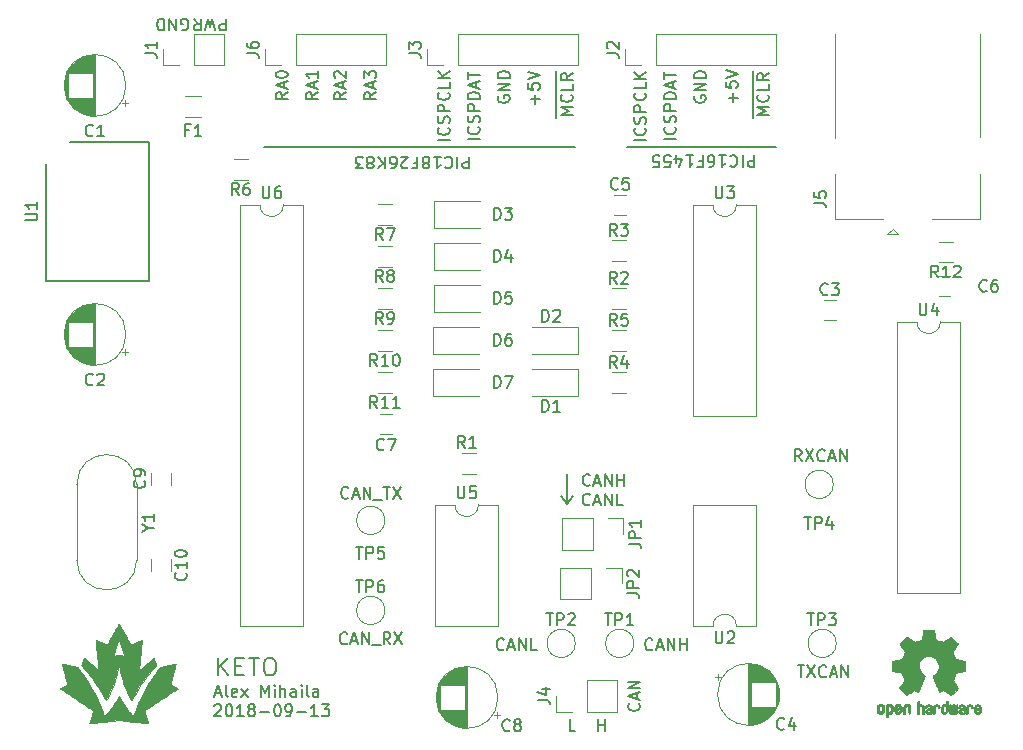
<source format=gto>
G04 #@! TF.GenerationSoftware,KiCad,Pcbnew,(5.0.0-3-g5ebb6b6)*
G04 #@! TF.CreationDate,2018-09-15T08:18:07-04:00*
G04 #@! TF.ProjectId,picdev,7069636465762E6B696361645F706362,rev?*
G04 #@! TF.SameCoordinates,Original*
G04 #@! TF.FileFunction,Legend,Top*
G04 #@! TF.FilePolarity,Positive*
%FSLAX46Y46*%
G04 Gerber Fmt 4.6, Leading zero omitted, Abs format (unit mm)*
G04 Created by KiCad (PCBNEW (5.0.0-3-g5ebb6b6)) date Saturday, September 15, 2018 at 08:18:07 AM*
%MOMM*%
%LPD*%
G01*
G04 APERTURE LIST*
%ADD10C,0.150000*%
%ADD11C,0.200000*%
%ADD12C,0.120000*%
%ADD13C,0.010000*%
G04 APERTURE END LIST*
D10*
X135192047Y-105830666D02*
X135668238Y-105830666D01*
X135096809Y-106116380D02*
X135430142Y-105116380D01*
X135763476Y-106116380D01*
X136239666Y-106116380D02*
X136144428Y-106068761D01*
X136096809Y-105973523D01*
X136096809Y-105116380D01*
X137001571Y-106068761D02*
X136906333Y-106116380D01*
X136715857Y-106116380D01*
X136620619Y-106068761D01*
X136573000Y-105973523D01*
X136573000Y-105592571D01*
X136620619Y-105497333D01*
X136715857Y-105449714D01*
X136906333Y-105449714D01*
X137001571Y-105497333D01*
X137049190Y-105592571D01*
X137049190Y-105687809D01*
X136573000Y-105783047D01*
X137382523Y-106116380D02*
X137906333Y-105449714D01*
X137382523Y-105449714D02*
X137906333Y-106116380D01*
X139049190Y-106116380D02*
X139049190Y-105116380D01*
X139382523Y-105830666D01*
X139715857Y-105116380D01*
X139715857Y-106116380D01*
X140192047Y-106116380D02*
X140192047Y-105449714D01*
X140192047Y-105116380D02*
X140144428Y-105164000D01*
X140192047Y-105211619D01*
X140239666Y-105164000D01*
X140192047Y-105116380D01*
X140192047Y-105211619D01*
X140668238Y-106116380D02*
X140668238Y-105116380D01*
X141096809Y-106116380D02*
X141096809Y-105592571D01*
X141049190Y-105497333D01*
X140953952Y-105449714D01*
X140811095Y-105449714D01*
X140715857Y-105497333D01*
X140668238Y-105544952D01*
X142001571Y-106116380D02*
X142001571Y-105592571D01*
X141953952Y-105497333D01*
X141858714Y-105449714D01*
X141668238Y-105449714D01*
X141573000Y-105497333D01*
X142001571Y-106068761D02*
X141906333Y-106116380D01*
X141668238Y-106116380D01*
X141573000Y-106068761D01*
X141525380Y-105973523D01*
X141525380Y-105878285D01*
X141573000Y-105783047D01*
X141668238Y-105735428D01*
X141906333Y-105735428D01*
X142001571Y-105687809D01*
X142477761Y-106116380D02*
X142477761Y-105449714D01*
X142477761Y-105116380D02*
X142430142Y-105164000D01*
X142477761Y-105211619D01*
X142525380Y-105164000D01*
X142477761Y-105116380D01*
X142477761Y-105211619D01*
X143096809Y-106116380D02*
X143001571Y-106068761D01*
X142953952Y-105973523D01*
X142953952Y-105116380D01*
X143906333Y-106116380D02*
X143906333Y-105592571D01*
X143858714Y-105497333D01*
X143763476Y-105449714D01*
X143573000Y-105449714D01*
X143477761Y-105497333D01*
X143906333Y-106068761D02*
X143811095Y-106116380D01*
X143573000Y-106116380D01*
X143477761Y-106068761D01*
X143430142Y-105973523D01*
X143430142Y-105878285D01*
X143477761Y-105783047D01*
X143573000Y-105735428D01*
X143811095Y-105735428D01*
X143906333Y-105687809D01*
D11*
X135366428Y-104310571D02*
X135366428Y-102810571D01*
X136223571Y-104310571D02*
X135580714Y-103453428D01*
X136223571Y-102810571D02*
X135366428Y-103667714D01*
X136866428Y-103524857D02*
X137366428Y-103524857D01*
X137580714Y-104310571D02*
X136866428Y-104310571D01*
X136866428Y-102810571D01*
X137580714Y-102810571D01*
X138009285Y-102810571D02*
X138866428Y-102810571D01*
X138437857Y-104310571D02*
X138437857Y-102810571D01*
X139652142Y-102810571D02*
X139937857Y-102810571D01*
X140080714Y-102882000D01*
X140223571Y-103024857D01*
X140295000Y-103310571D01*
X140295000Y-103810571D01*
X140223571Y-104096285D01*
X140080714Y-104239142D01*
X139937857Y-104310571D01*
X139652142Y-104310571D01*
X139509285Y-104239142D01*
X139366428Y-104096285D01*
X139295000Y-103810571D01*
X139295000Y-103310571D01*
X139366428Y-103024857D01*
X139509285Y-102882000D01*
X139652142Y-102810571D01*
D10*
X135096857Y-106862619D02*
X135144476Y-106815000D01*
X135239714Y-106767380D01*
X135477809Y-106767380D01*
X135573047Y-106815000D01*
X135620666Y-106862619D01*
X135668285Y-106957857D01*
X135668285Y-107053095D01*
X135620666Y-107195952D01*
X135049238Y-107767380D01*
X135668285Y-107767380D01*
X136287333Y-106767380D02*
X136382571Y-106767380D01*
X136477809Y-106815000D01*
X136525428Y-106862619D01*
X136573047Y-106957857D01*
X136620666Y-107148333D01*
X136620666Y-107386428D01*
X136573047Y-107576904D01*
X136525428Y-107672142D01*
X136477809Y-107719761D01*
X136382571Y-107767380D01*
X136287333Y-107767380D01*
X136192095Y-107719761D01*
X136144476Y-107672142D01*
X136096857Y-107576904D01*
X136049238Y-107386428D01*
X136049238Y-107148333D01*
X136096857Y-106957857D01*
X136144476Y-106862619D01*
X136192095Y-106815000D01*
X136287333Y-106767380D01*
X137573047Y-107767380D02*
X137001619Y-107767380D01*
X137287333Y-107767380D02*
X137287333Y-106767380D01*
X137192095Y-106910238D01*
X137096857Y-107005476D01*
X137001619Y-107053095D01*
X138144476Y-107195952D02*
X138049238Y-107148333D01*
X138001619Y-107100714D01*
X137954000Y-107005476D01*
X137954000Y-106957857D01*
X138001619Y-106862619D01*
X138049238Y-106815000D01*
X138144476Y-106767380D01*
X138334952Y-106767380D01*
X138430190Y-106815000D01*
X138477809Y-106862619D01*
X138525428Y-106957857D01*
X138525428Y-107005476D01*
X138477809Y-107100714D01*
X138430190Y-107148333D01*
X138334952Y-107195952D01*
X138144476Y-107195952D01*
X138049238Y-107243571D01*
X138001619Y-107291190D01*
X137954000Y-107386428D01*
X137954000Y-107576904D01*
X138001619Y-107672142D01*
X138049238Y-107719761D01*
X138144476Y-107767380D01*
X138334952Y-107767380D01*
X138430190Y-107719761D01*
X138477809Y-107672142D01*
X138525428Y-107576904D01*
X138525428Y-107386428D01*
X138477809Y-107291190D01*
X138430190Y-107243571D01*
X138334952Y-107195952D01*
X138954000Y-107386428D02*
X139715904Y-107386428D01*
X140382571Y-106767380D02*
X140477809Y-106767380D01*
X140573047Y-106815000D01*
X140620666Y-106862619D01*
X140668285Y-106957857D01*
X140715904Y-107148333D01*
X140715904Y-107386428D01*
X140668285Y-107576904D01*
X140620666Y-107672142D01*
X140573047Y-107719761D01*
X140477809Y-107767380D01*
X140382571Y-107767380D01*
X140287333Y-107719761D01*
X140239714Y-107672142D01*
X140192095Y-107576904D01*
X140144476Y-107386428D01*
X140144476Y-107148333D01*
X140192095Y-106957857D01*
X140239714Y-106862619D01*
X140287333Y-106815000D01*
X140382571Y-106767380D01*
X141192095Y-107767380D02*
X141382571Y-107767380D01*
X141477809Y-107719761D01*
X141525428Y-107672142D01*
X141620666Y-107529285D01*
X141668285Y-107338809D01*
X141668285Y-106957857D01*
X141620666Y-106862619D01*
X141573047Y-106815000D01*
X141477809Y-106767380D01*
X141287333Y-106767380D01*
X141192095Y-106815000D01*
X141144476Y-106862619D01*
X141096857Y-106957857D01*
X141096857Y-107195952D01*
X141144476Y-107291190D01*
X141192095Y-107338809D01*
X141287333Y-107386428D01*
X141477809Y-107386428D01*
X141573047Y-107338809D01*
X141620666Y-107291190D01*
X141668285Y-107195952D01*
X142096857Y-107386428D02*
X142858761Y-107386428D01*
X143858761Y-107767380D02*
X143287333Y-107767380D01*
X143573047Y-107767380D02*
X143573047Y-106767380D01*
X143477809Y-106910238D01*
X143382571Y-107005476D01*
X143287333Y-107053095D01*
X144192095Y-106767380D02*
X144811142Y-106767380D01*
X144477809Y-107148333D01*
X144620666Y-107148333D01*
X144715904Y-107195952D01*
X144763523Y-107243571D01*
X144811142Y-107338809D01*
X144811142Y-107576904D01*
X144763523Y-107672142D01*
X144715904Y-107719761D01*
X144620666Y-107767380D01*
X144334952Y-107767380D01*
X144239714Y-107719761D01*
X144192095Y-107672142D01*
X184816952Y-86177380D02*
X184483619Y-85701190D01*
X184245523Y-86177380D02*
X184245523Y-85177380D01*
X184626476Y-85177380D01*
X184721714Y-85225000D01*
X184769333Y-85272619D01*
X184816952Y-85367857D01*
X184816952Y-85510714D01*
X184769333Y-85605952D01*
X184721714Y-85653571D01*
X184626476Y-85701190D01*
X184245523Y-85701190D01*
X185150285Y-85177380D02*
X185816952Y-86177380D01*
X185816952Y-85177380D02*
X185150285Y-86177380D01*
X186769333Y-86082142D02*
X186721714Y-86129761D01*
X186578857Y-86177380D01*
X186483619Y-86177380D01*
X186340761Y-86129761D01*
X186245523Y-86034523D01*
X186197904Y-85939285D01*
X186150285Y-85748809D01*
X186150285Y-85605952D01*
X186197904Y-85415476D01*
X186245523Y-85320238D01*
X186340761Y-85225000D01*
X186483619Y-85177380D01*
X186578857Y-85177380D01*
X186721714Y-85225000D01*
X186769333Y-85272619D01*
X187150285Y-85891666D02*
X187626476Y-85891666D01*
X187055047Y-86177380D02*
X187388380Y-85177380D01*
X187721714Y-86177380D01*
X188055047Y-86177380D02*
X188055047Y-85177380D01*
X188626476Y-86177380D01*
X188626476Y-85177380D01*
X184475714Y-103465380D02*
X185047142Y-103465380D01*
X184761428Y-104465380D02*
X184761428Y-103465380D01*
X185285238Y-103465380D02*
X185951904Y-104465380D01*
X185951904Y-103465380D02*
X185285238Y-104465380D01*
X186904285Y-104370142D02*
X186856666Y-104417761D01*
X186713809Y-104465380D01*
X186618571Y-104465380D01*
X186475714Y-104417761D01*
X186380476Y-104322523D01*
X186332857Y-104227285D01*
X186285238Y-104036809D01*
X186285238Y-103893952D01*
X186332857Y-103703476D01*
X186380476Y-103608238D01*
X186475714Y-103513000D01*
X186618571Y-103465380D01*
X186713809Y-103465380D01*
X186856666Y-103513000D01*
X186904285Y-103560619D01*
X187285238Y-104179666D02*
X187761428Y-104179666D01*
X187190000Y-104465380D02*
X187523333Y-103465380D01*
X187856666Y-104465380D01*
X188190000Y-104465380D02*
X188190000Y-103465380D01*
X188761428Y-104465380D01*
X188761428Y-103465380D01*
X167608285Y-109037380D02*
X167608285Y-108037380D01*
X167608285Y-108513571D02*
X168179714Y-108513571D01*
X168179714Y-109037380D02*
X168179714Y-108037380D01*
X165663523Y-109037380D02*
X165187333Y-109037380D01*
X165187333Y-108037380D01*
X171045142Y-106687857D02*
X171092761Y-106735476D01*
X171140380Y-106878333D01*
X171140380Y-106973571D01*
X171092761Y-107116428D01*
X170997523Y-107211666D01*
X170902285Y-107259285D01*
X170711809Y-107306904D01*
X170568952Y-107306904D01*
X170378476Y-107259285D01*
X170283238Y-107211666D01*
X170188000Y-107116428D01*
X170140380Y-106973571D01*
X170140380Y-106878333D01*
X170188000Y-106735476D01*
X170235619Y-106687857D01*
X170854666Y-106306904D02*
X170854666Y-105830714D01*
X171140380Y-106402142D02*
X170140380Y-106068809D01*
X171140380Y-105735476D01*
X171140380Y-105402142D02*
X170140380Y-105402142D01*
X171140380Y-104830714D01*
X170140380Y-104830714D01*
X159607380Y-102084142D02*
X159559761Y-102131761D01*
X159416904Y-102179380D01*
X159321666Y-102179380D01*
X159178809Y-102131761D01*
X159083571Y-102036523D01*
X159035952Y-101941285D01*
X158988333Y-101750809D01*
X158988333Y-101607952D01*
X159035952Y-101417476D01*
X159083571Y-101322238D01*
X159178809Y-101227000D01*
X159321666Y-101179380D01*
X159416904Y-101179380D01*
X159559761Y-101227000D01*
X159607380Y-101274619D01*
X159988333Y-101893666D02*
X160464523Y-101893666D01*
X159893095Y-102179380D02*
X160226428Y-101179380D01*
X160559761Y-102179380D01*
X160893095Y-102179380D02*
X160893095Y-101179380D01*
X161464523Y-102179380D01*
X161464523Y-101179380D01*
X162416904Y-102179380D02*
X161940714Y-102179380D01*
X161940714Y-101179380D01*
X172188333Y-102084142D02*
X172140714Y-102131761D01*
X171997857Y-102179380D01*
X171902619Y-102179380D01*
X171759761Y-102131761D01*
X171664523Y-102036523D01*
X171616904Y-101941285D01*
X171569285Y-101750809D01*
X171569285Y-101607952D01*
X171616904Y-101417476D01*
X171664523Y-101322238D01*
X171759761Y-101227000D01*
X171902619Y-101179380D01*
X171997857Y-101179380D01*
X172140714Y-101227000D01*
X172188333Y-101274619D01*
X172569285Y-101893666D02*
X173045476Y-101893666D01*
X172474047Y-102179380D02*
X172807380Y-101179380D01*
X173140714Y-102179380D01*
X173474047Y-102179380D02*
X173474047Y-101179380D01*
X174045476Y-102179380D01*
X174045476Y-101179380D01*
X174521666Y-102179380D02*
X174521666Y-101179380D01*
X174521666Y-101655571D02*
X175093095Y-101655571D01*
X175093095Y-102179380D02*
X175093095Y-101179380D01*
D11*
X164973000Y-89789000D02*
X164465000Y-89154000D01*
X165481000Y-89154000D02*
X164973000Y-89789000D01*
X164973000Y-89789000D02*
X165481000Y-89154000D01*
X164973000Y-87249000D02*
X164973000Y-89789000D01*
D10*
X166896023Y-88178142D02*
X166848404Y-88225761D01*
X166705547Y-88273380D01*
X166610309Y-88273380D01*
X166467452Y-88225761D01*
X166372214Y-88130523D01*
X166324595Y-88035285D01*
X166276976Y-87844809D01*
X166276976Y-87701952D01*
X166324595Y-87511476D01*
X166372214Y-87416238D01*
X166467452Y-87321000D01*
X166610309Y-87273380D01*
X166705547Y-87273380D01*
X166848404Y-87321000D01*
X166896023Y-87368619D01*
X167276976Y-87987666D02*
X167753166Y-87987666D01*
X167181738Y-88273380D02*
X167515071Y-87273380D01*
X167848404Y-88273380D01*
X168181738Y-88273380D02*
X168181738Y-87273380D01*
X168753166Y-88273380D01*
X168753166Y-87273380D01*
X169229357Y-88273380D02*
X169229357Y-87273380D01*
X169229357Y-87749571D02*
X169800785Y-87749571D01*
X169800785Y-88273380D02*
X169800785Y-87273380D01*
X166896023Y-89828142D02*
X166848404Y-89875761D01*
X166705547Y-89923380D01*
X166610309Y-89923380D01*
X166467452Y-89875761D01*
X166372214Y-89780523D01*
X166324595Y-89685285D01*
X166276976Y-89494809D01*
X166276976Y-89351952D01*
X166324595Y-89161476D01*
X166372214Y-89066238D01*
X166467452Y-88971000D01*
X166610309Y-88923380D01*
X166705547Y-88923380D01*
X166848404Y-88971000D01*
X166896023Y-89018619D01*
X167276976Y-89637666D02*
X167753166Y-89637666D01*
X167181738Y-89923380D02*
X167515071Y-88923380D01*
X167848404Y-89923380D01*
X168181738Y-89923380D02*
X168181738Y-88923380D01*
X168753166Y-89923380D01*
X168753166Y-88923380D01*
X169705547Y-89923380D02*
X169229357Y-89923380D01*
X169229357Y-88923380D01*
X146336000Y-101576142D02*
X146288380Y-101623761D01*
X146145523Y-101671380D01*
X146050285Y-101671380D01*
X145907428Y-101623761D01*
X145812190Y-101528523D01*
X145764571Y-101433285D01*
X145716952Y-101242809D01*
X145716952Y-101099952D01*
X145764571Y-100909476D01*
X145812190Y-100814238D01*
X145907428Y-100719000D01*
X146050285Y-100671380D01*
X146145523Y-100671380D01*
X146288380Y-100719000D01*
X146336000Y-100766619D01*
X146716952Y-101385666D02*
X147193142Y-101385666D01*
X146621714Y-101671380D02*
X146955047Y-100671380D01*
X147288380Y-101671380D01*
X147621714Y-101671380D02*
X147621714Y-100671380D01*
X148193142Y-101671380D01*
X148193142Y-100671380D01*
X148431238Y-101766619D02*
X149193142Y-101766619D01*
X150002666Y-101671380D02*
X149669333Y-101195190D01*
X149431238Y-101671380D02*
X149431238Y-100671380D01*
X149812190Y-100671380D01*
X149907428Y-100719000D01*
X149955047Y-100766619D01*
X150002666Y-100861857D01*
X150002666Y-101004714D01*
X149955047Y-101099952D01*
X149907428Y-101147571D01*
X149812190Y-101195190D01*
X149431238Y-101195190D01*
X150336000Y-100671380D02*
X151002666Y-101671380D01*
X151002666Y-100671380D02*
X150336000Y-101671380D01*
X146455047Y-89257142D02*
X146407428Y-89304761D01*
X146264571Y-89352380D01*
X146169333Y-89352380D01*
X146026476Y-89304761D01*
X145931238Y-89209523D01*
X145883619Y-89114285D01*
X145836000Y-88923809D01*
X145836000Y-88780952D01*
X145883619Y-88590476D01*
X145931238Y-88495238D01*
X146026476Y-88400000D01*
X146169333Y-88352380D01*
X146264571Y-88352380D01*
X146407428Y-88400000D01*
X146455047Y-88447619D01*
X146836000Y-89066666D02*
X147312190Y-89066666D01*
X146740761Y-89352380D02*
X147074095Y-88352380D01*
X147407428Y-89352380D01*
X147740761Y-89352380D02*
X147740761Y-88352380D01*
X148312190Y-89352380D01*
X148312190Y-88352380D01*
X148550285Y-89447619D02*
X149312190Y-89447619D01*
X149407428Y-88352380D02*
X149978857Y-88352380D01*
X149693142Y-89352380D02*
X149693142Y-88352380D01*
X150216952Y-88352380D02*
X150883619Y-89352380D01*
X150883619Y-88352380D02*
X150216952Y-89352380D01*
X180815714Y-60253619D02*
X180815714Y-61253619D01*
X180434761Y-61253619D01*
X180339523Y-61206000D01*
X180291904Y-61158380D01*
X180244285Y-61063142D01*
X180244285Y-60920285D01*
X180291904Y-60825047D01*
X180339523Y-60777428D01*
X180434761Y-60729809D01*
X180815714Y-60729809D01*
X179815714Y-60253619D02*
X179815714Y-61253619D01*
X178768095Y-60348857D02*
X178815714Y-60301238D01*
X178958571Y-60253619D01*
X179053809Y-60253619D01*
X179196666Y-60301238D01*
X179291904Y-60396476D01*
X179339523Y-60491714D01*
X179387142Y-60682190D01*
X179387142Y-60825047D01*
X179339523Y-61015523D01*
X179291904Y-61110761D01*
X179196666Y-61206000D01*
X179053809Y-61253619D01*
X178958571Y-61253619D01*
X178815714Y-61206000D01*
X178768095Y-61158380D01*
X177815714Y-60253619D02*
X178387142Y-60253619D01*
X178101428Y-60253619D02*
X178101428Y-61253619D01*
X178196666Y-61110761D01*
X178291904Y-61015523D01*
X178387142Y-60967904D01*
X176958571Y-61253619D02*
X177149047Y-61253619D01*
X177244285Y-61206000D01*
X177291904Y-61158380D01*
X177387142Y-61015523D01*
X177434761Y-60825047D01*
X177434761Y-60444095D01*
X177387142Y-60348857D01*
X177339523Y-60301238D01*
X177244285Y-60253619D01*
X177053809Y-60253619D01*
X176958571Y-60301238D01*
X176910952Y-60348857D01*
X176863333Y-60444095D01*
X176863333Y-60682190D01*
X176910952Y-60777428D01*
X176958571Y-60825047D01*
X177053809Y-60872666D01*
X177244285Y-60872666D01*
X177339523Y-60825047D01*
X177387142Y-60777428D01*
X177434761Y-60682190D01*
X176101428Y-60777428D02*
X176434761Y-60777428D01*
X176434761Y-60253619D02*
X176434761Y-61253619D01*
X175958571Y-61253619D01*
X175053809Y-60253619D02*
X175625238Y-60253619D01*
X175339523Y-60253619D02*
X175339523Y-61253619D01*
X175434761Y-61110761D01*
X175530000Y-61015523D01*
X175625238Y-60967904D01*
X174196666Y-60920285D02*
X174196666Y-60253619D01*
X174434761Y-61301238D02*
X174672857Y-60586952D01*
X174053809Y-60586952D01*
X173196666Y-61253619D02*
X173672857Y-61253619D01*
X173720476Y-60777428D01*
X173672857Y-60825047D01*
X173577619Y-60872666D01*
X173339523Y-60872666D01*
X173244285Y-60825047D01*
X173196666Y-60777428D01*
X173149047Y-60682190D01*
X173149047Y-60444095D01*
X173196666Y-60348857D01*
X173244285Y-60301238D01*
X173339523Y-60253619D01*
X173577619Y-60253619D01*
X173672857Y-60301238D01*
X173720476Y-60348857D01*
X172244285Y-61253619D02*
X172720476Y-61253619D01*
X172768095Y-60777428D01*
X172720476Y-60825047D01*
X172625238Y-60872666D01*
X172387142Y-60872666D01*
X172291904Y-60825047D01*
X172244285Y-60777428D01*
X172196666Y-60682190D01*
X172196666Y-60444095D01*
X172244285Y-60348857D01*
X172291904Y-60301238D01*
X172387142Y-60253619D01*
X172625238Y-60253619D01*
X172720476Y-60301238D01*
X172768095Y-60348857D01*
D11*
X170053000Y-59563000D02*
X182626000Y-59563000D01*
D10*
X180695000Y-57094190D02*
X180695000Y-55951333D01*
X182062380Y-56856095D02*
X181062380Y-56856095D01*
X181776666Y-56522761D01*
X181062380Y-56189428D01*
X182062380Y-56189428D01*
X180695000Y-55951333D02*
X180695000Y-54951333D01*
X181967142Y-55141809D02*
X182014761Y-55189428D01*
X182062380Y-55332285D01*
X182062380Y-55427523D01*
X182014761Y-55570380D01*
X181919523Y-55665619D01*
X181824285Y-55713238D01*
X181633809Y-55760857D01*
X181490952Y-55760857D01*
X181300476Y-55713238D01*
X181205238Y-55665619D01*
X181110000Y-55570380D01*
X181062380Y-55427523D01*
X181062380Y-55332285D01*
X181110000Y-55189428D01*
X181157619Y-55141809D01*
X180695000Y-54951333D02*
X180695000Y-54141809D01*
X182062380Y-54237047D02*
X182062380Y-54713238D01*
X181062380Y-54713238D01*
X180695000Y-54141809D02*
X180695000Y-53141809D01*
X182062380Y-53332285D02*
X181586190Y-53665619D01*
X182062380Y-53903714D02*
X181062380Y-53903714D01*
X181062380Y-53522761D01*
X181110000Y-53427523D01*
X181157619Y-53379904D01*
X181252857Y-53332285D01*
X181395714Y-53332285D01*
X181490952Y-53379904D01*
X181538571Y-53427523D01*
X181586190Y-53522761D01*
X181586190Y-53903714D01*
X179014428Y-55768714D02*
X179014428Y-55006809D01*
X179395380Y-55387761D02*
X178633476Y-55387761D01*
X178395380Y-54054428D02*
X178395380Y-54530619D01*
X178871571Y-54578238D01*
X178823952Y-54530619D01*
X178776333Y-54435380D01*
X178776333Y-54197285D01*
X178823952Y-54102047D01*
X178871571Y-54054428D01*
X178966809Y-54006809D01*
X179204904Y-54006809D01*
X179300142Y-54054428D01*
X179347761Y-54102047D01*
X179395380Y-54197285D01*
X179395380Y-54435380D01*
X179347761Y-54530619D01*
X179300142Y-54578238D01*
X178395380Y-53721095D02*
X179395380Y-53387761D01*
X178395380Y-53054428D01*
X175776000Y-55244904D02*
X175728380Y-55340142D01*
X175728380Y-55483000D01*
X175776000Y-55625857D01*
X175871238Y-55721095D01*
X175966476Y-55768714D01*
X176156952Y-55816333D01*
X176299809Y-55816333D01*
X176490285Y-55768714D01*
X176585523Y-55721095D01*
X176680761Y-55625857D01*
X176728380Y-55483000D01*
X176728380Y-55387761D01*
X176680761Y-55244904D01*
X176633142Y-55197285D01*
X176299809Y-55197285D01*
X176299809Y-55387761D01*
X176728380Y-54768714D02*
X175728380Y-54768714D01*
X176728380Y-54197285D01*
X175728380Y-54197285D01*
X176728380Y-53721095D02*
X175728380Y-53721095D01*
X175728380Y-53483000D01*
X175776000Y-53340142D01*
X175871238Y-53244904D01*
X175966476Y-53197285D01*
X176156952Y-53149666D01*
X176299809Y-53149666D01*
X176490285Y-53197285D01*
X176585523Y-53244904D01*
X176680761Y-53340142D01*
X176728380Y-53483000D01*
X176728380Y-53721095D01*
X174188380Y-58919714D02*
X173188380Y-58919714D01*
X174093142Y-57872095D02*
X174140761Y-57919714D01*
X174188380Y-58062571D01*
X174188380Y-58157809D01*
X174140761Y-58300666D01*
X174045523Y-58395904D01*
X173950285Y-58443523D01*
X173759809Y-58491142D01*
X173616952Y-58491142D01*
X173426476Y-58443523D01*
X173331238Y-58395904D01*
X173236000Y-58300666D01*
X173188380Y-58157809D01*
X173188380Y-58062571D01*
X173236000Y-57919714D01*
X173283619Y-57872095D01*
X174140761Y-57491142D02*
X174188380Y-57348285D01*
X174188380Y-57110190D01*
X174140761Y-57014952D01*
X174093142Y-56967333D01*
X173997904Y-56919714D01*
X173902666Y-56919714D01*
X173807428Y-56967333D01*
X173759809Y-57014952D01*
X173712190Y-57110190D01*
X173664571Y-57300666D01*
X173616952Y-57395904D01*
X173569333Y-57443523D01*
X173474095Y-57491142D01*
X173378857Y-57491142D01*
X173283619Y-57443523D01*
X173236000Y-57395904D01*
X173188380Y-57300666D01*
X173188380Y-57062571D01*
X173236000Y-56919714D01*
X174188380Y-56491142D02*
X173188380Y-56491142D01*
X173188380Y-56110190D01*
X173236000Y-56014952D01*
X173283619Y-55967333D01*
X173378857Y-55919714D01*
X173521714Y-55919714D01*
X173616952Y-55967333D01*
X173664571Y-56014952D01*
X173712190Y-56110190D01*
X173712190Y-56491142D01*
X174188380Y-55491142D02*
X173188380Y-55491142D01*
X173188380Y-55253047D01*
X173236000Y-55110190D01*
X173331238Y-55014952D01*
X173426476Y-54967333D01*
X173616952Y-54919714D01*
X173759809Y-54919714D01*
X173950285Y-54967333D01*
X174045523Y-55014952D01*
X174140761Y-55110190D01*
X174188380Y-55253047D01*
X174188380Y-55491142D01*
X173902666Y-54538761D02*
X173902666Y-54062571D01*
X174188380Y-54634000D02*
X173188380Y-54300666D01*
X174188380Y-53967333D01*
X173188380Y-53776857D02*
X173188380Y-53205428D01*
X174188380Y-53491142D02*
X173188380Y-53491142D01*
X171648380Y-59014952D02*
X170648380Y-59014952D01*
X171553142Y-57967333D02*
X171600761Y-58014952D01*
X171648380Y-58157809D01*
X171648380Y-58253047D01*
X171600761Y-58395904D01*
X171505523Y-58491142D01*
X171410285Y-58538761D01*
X171219809Y-58586380D01*
X171076952Y-58586380D01*
X170886476Y-58538761D01*
X170791238Y-58491142D01*
X170696000Y-58395904D01*
X170648380Y-58253047D01*
X170648380Y-58157809D01*
X170696000Y-58014952D01*
X170743619Y-57967333D01*
X171600761Y-57586380D02*
X171648380Y-57443523D01*
X171648380Y-57205428D01*
X171600761Y-57110190D01*
X171553142Y-57062571D01*
X171457904Y-57014952D01*
X171362666Y-57014952D01*
X171267428Y-57062571D01*
X171219809Y-57110190D01*
X171172190Y-57205428D01*
X171124571Y-57395904D01*
X171076952Y-57491142D01*
X171029333Y-57538761D01*
X170934095Y-57586380D01*
X170838857Y-57586380D01*
X170743619Y-57538761D01*
X170696000Y-57491142D01*
X170648380Y-57395904D01*
X170648380Y-57157809D01*
X170696000Y-57014952D01*
X171648380Y-56586380D02*
X170648380Y-56586380D01*
X170648380Y-56205428D01*
X170696000Y-56110190D01*
X170743619Y-56062571D01*
X170838857Y-56014952D01*
X170981714Y-56014952D01*
X171076952Y-56062571D01*
X171124571Y-56110190D01*
X171172190Y-56205428D01*
X171172190Y-56586380D01*
X171553142Y-55014952D02*
X171600761Y-55062571D01*
X171648380Y-55205428D01*
X171648380Y-55300666D01*
X171600761Y-55443523D01*
X171505523Y-55538761D01*
X171410285Y-55586380D01*
X171219809Y-55634000D01*
X171076952Y-55634000D01*
X170886476Y-55586380D01*
X170791238Y-55538761D01*
X170696000Y-55443523D01*
X170648380Y-55300666D01*
X170648380Y-55205428D01*
X170696000Y-55062571D01*
X170743619Y-55014952D01*
X171648380Y-54110190D02*
X171648380Y-54586380D01*
X170648380Y-54586380D01*
X171648380Y-53776857D02*
X170648380Y-53776857D01*
X171648380Y-53205428D02*
X171076952Y-53634000D01*
X170648380Y-53205428D02*
X171219809Y-53776857D01*
D11*
X153543000Y-59563000D02*
X139319000Y-59563000D01*
X153035000Y-59563000D02*
X165608000Y-59563000D01*
D10*
X156677714Y-60380619D02*
X156677714Y-61380619D01*
X156296761Y-61380619D01*
X156201523Y-61333000D01*
X156153904Y-61285380D01*
X156106285Y-61190142D01*
X156106285Y-61047285D01*
X156153904Y-60952047D01*
X156201523Y-60904428D01*
X156296761Y-60856809D01*
X156677714Y-60856809D01*
X155677714Y-60380619D02*
X155677714Y-61380619D01*
X154630095Y-60475857D02*
X154677714Y-60428238D01*
X154820571Y-60380619D01*
X154915809Y-60380619D01*
X155058666Y-60428238D01*
X155153904Y-60523476D01*
X155201523Y-60618714D01*
X155249142Y-60809190D01*
X155249142Y-60952047D01*
X155201523Y-61142523D01*
X155153904Y-61237761D01*
X155058666Y-61333000D01*
X154915809Y-61380619D01*
X154820571Y-61380619D01*
X154677714Y-61333000D01*
X154630095Y-61285380D01*
X153677714Y-60380619D02*
X154249142Y-60380619D01*
X153963428Y-60380619D02*
X153963428Y-61380619D01*
X154058666Y-61237761D01*
X154153904Y-61142523D01*
X154249142Y-61094904D01*
X153106285Y-60952047D02*
X153201523Y-60999666D01*
X153249142Y-61047285D01*
X153296761Y-61142523D01*
X153296761Y-61190142D01*
X153249142Y-61285380D01*
X153201523Y-61333000D01*
X153106285Y-61380619D01*
X152915809Y-61380619D01*
X152820571Y-61333000D01*
X152772952Y-61285380D01*
X152725333Y-61190142D01*
X152725333Y-61142523D01*
X152772952Y-61047285D01*
X152820571Y-60999666D01*
X152915809Y-60952047D01*
X153106285Y-60952047D01*
X153201523Y-60904428D01*
X153249142Y-60856809D01*
X153296761Y-60761571D01*
X153296761Y-60571095D01*
X153249142Y-60475857D01*
X153201523Y-60428238D01*
X153106285Y-60380619D01*
X152915809Y-60380619D01*
X152820571Y-60428238D01*
X152772952Y-60475857D01*
X152725333Y-60571095D01*
X152725333Y-60761571D01*
X152772952Y-60856809D01*
X152820571Y-60904428D01*
X152915809Y-60952047D01*
X151963428Y-60904428D02*
X152296761Y-60904428D01*
X152296761Y-60380619D02*
X152296761Y-61380619D01*
X151820571Y-61380619D01*
X151487238Y-61285380D02*
X151439619Y-61333000D01*
X151344380Y-61380619D01*
X151106285Y-61380619D01*
X151011047Y-61333000D01*
X150963428Y-61285380D01*
X150915809Y-61190142D01*
X150915809Y-61094904D01*
X150963428Y-60952047D01*
X151534857Y-60380619D01*
X150915809Y-60380619D01*
X150058666Y-61380619D02*
X150249142Y-61380619D01*
X150344380Y-61333000D01*
X150392000Y-61285380D01*
X150487238Y-61142523D01*
X150534857Y-60952047D01*
X150534857Y-60571095D01*
X150487238Y-60475857D01*
X150439619Y-60428238D01*
X150344380Y-60380619D01*
X150153904Y-60380619D01*
X150058666Y-60428238D01*
X150011047Y-60475857D01*
X149963428Y-60571095D01*
X149963428Y-60809190D01*
X150011047Y-60904428D01*
X150058666Y-60952047D01*
X150153904Y-60999666D01*
X150344380Y-60999666D01*
X150439619Y-60952047D01*
X150487238Y-60904428D01*
X150534857Y-60809190D01*
X149534857Y-60380619D02*
X149534857Y-61380619D01*
X148963428Y-60380619D02*
X149392000Y-60952047D01*
X148963428Y-61380619D02*
X149534857Y-60809190D01*
X148392000Y-60952047D02*
X148487238Y-60999666D01*
X148534857Y-61047285D01*
X148582476Y-61142523D01*
X148582476Y-61190142D01*
X148534857Y-61285380D01*
X148487238Y-61333000D01*
X148392000Y-61380619D01*
X148201523Y-61380619D01*
X148106285Y-61333000D01*
X148058666Y-61285380D01*
X148011047Y-61190142D01*
X148011047Y-61142523D01*
X148058666Y-61047285D01*
X148106285Y-60999666D01*
X148201523Y-60952047D01*
X148392000Y-60952047D01*
X148487238Y-60904428D01*
X148534857Y-60856809D01*
X148582476Y-60761571D01*
X148582476Y-60571095D01*
X148534857Y-60475857D01*
X148487238Y-60428238D01*
X148392000Y-60380619D01*
X148201523Y-60380619D01*
X148106285Y-60428238D01*
X148058666Y-60475857D01*
X148011047Y-60571095D01*
X148011047Y-60761571D01*
X148058666Y-60856809D01*
X148106285Y-60904428D01*
X148201523Y-60952047D01*
X147677714Y-61380619D02*
X147058666Y-61380619D01*
X147392000Y-60999666D01*
X147249142Y-60999666D01*
X147153904Y-60952047D01*
X147106285Y-60904428D01*
X147058666Y-60809190D01*
X147058666Y-60571095D01*
X147106285Y-60475857D01*
X147153904Y-60428238D01*
X147249142Y-60380619D01*
X147534857Y-60380619D01*
X147630095Y-60428238D01*
X147677714Y-60475857D01*
X164058000Y-57094190D02*
X164058000Y-55951333D01*
X165425380Y-56856095D02*
X164425380Y-56856095D01*
X165139666Y-56522761D01*
X164425380Y-56189428D01*
X165425380Y-56189428D01*
X164058000Y-55951333D02*
X164058000Y-54951333D01*
X165330142Y-55141809D02*
X165377761Y-55189428D01*
X165425380Y-55332285D01*
X165425380Y-55427523D01*
X165377761Y-55570380D01*
X165282523Y-55665619D01*
X165187285Y-55713238D01*
X164996809Y-55760857D01*
X164853952Y-55760857D01*
X164663476Y-55713238D01*
X164568238Y-55665619D01*
X164473000Y-55570380D01*
X164425380Y-55427523D01*
X164425380Y-55332285D01*
X164473000Y-55189428D01*
X164520619Y-55141809D01*
X164058000Y-54951333D02*
X164058000Y-54141809D01*
X165425380Y-54237047D02*
X165425380Y-54713238D01*
X164425380Y-54713238D01*
X164058000Y-54141809D02*
X164058000Y-53141809D01*
X165425380Y-53332285D02*
X164949190Y-53665619D01*
X165425380Y-53903714D02*
X164425380Y-53903714D01*
X164425380Y-53522761D01*
X164473000Y-53427523D01*
X164520619Y-53379904D01*
X164615857Y-53332285D01*
X164758714Y-53332285D01*
X164853952Y-53379904D01*
X164901571Y-53427523D01*
X164949190Y-53522761D01*
X164949190Y-53903714D01*
X162250428Y-55895714D02*
X162250428Y-55133809D01*
X162631380Y-55514761D02*
X161869476Y-55514761D01*
X161631380Y-54181428D02*
X161631380Y-54657619D01*
X162107571Y-54705238D01*
X162059952Y-54657619D01*
X162012333Y-54562380D01*
X162012333Y-54324285D01*
X162059952Y-54229047D01*
X162107571Y-54181428D01*
X162202809Y-54133809D01*
X162440904Y-54133809D01*
X162536142Y-54181428D01*
X162583761Y-54229047D01*
X162631380Y-54324285D01*
X162631380Y-54562380D01*
X162583761Y-54657619D01*
X162536142Y-54705238D01*
X161631380Y-53848095D02*
X162631380Y-53514761D01*
X161631380Y-53181428D01*
X159139000Y-55244904D02*
X159091380Y-55340142D01*
X159091380Y-55483000D01*
X159139000Y-55625857D01*
X159234238Y-55721095D01*
X159329476Y-55768714D01*
X159519952Y-55816333D01*
X159662809Y-55816333D01*
X159853285Y-55768714D01*
X159948523Y-55721095D01*
X160043761Y-55625857D01*
X160091380Y-55483000D01*
X160091380Y-55387761D01*
X160043761Y-55244904D01*
X159996142Y-55197285D01*
X159662809Y-55197285D01*
X159662809Y-55387761D01*
X160091380Y-54768714D02*
X159091380Y-54768714D01*
X160091380Y-54197285D01*
X159091380Y-54197285D01*
X160091380Y-53721095D02*
X159091380Y-53721095D01*
X159091380Y-53483000D01*
X159139000Y-53340142D01*
X159234238Y-53244904D01*
X159329476Y-53197285D01*
X159519952Y-53149666D01*
X159662809Y-53149666D01*
X159853285Y-53197285D01*
X159948523Y-53244904D01*
X160043761Y-53340142D01*
X160091380Y-53483000D01*
X160091380Y-53721095D01*
X157551380Y-58919714D02*
X156551380Y-58919714D01*
X157456142Y-57872095D02*
X157503761Y-57919714D01*
X157551380Y-58062571D01*
X157551380Y-58157809D01*
X157503761Y-58300666D01*
X157408523Y-58395904D01*
X157313285Y-58443523D01*
X157122809Y-58491142D01*
X156979952Y-58491142D01*
X156789476Y-58443523D01*
X156694238Y-58395904D01*
X156599000Y-58300666D01*
X156551380Y-58157809D01*
X156551380Y-58062571D01*
X156599000Y-57919714D01*
X156646619Y-57872095D01*
X157503761Y-57491142D02*
X157551380Y-57348285D01*
X157551380Y-57110190D01*
X157503761Y-57014952D01*
X157456142Y-56967333D01*
X157360904Y-56919714D01*
X157265666Y-56919714D01*
X157170428Y-56967333D01*
X157122809Y-57014952D01*
X157075190Y-57110190D01*
X157027571Y-57300666D01*
X156979952Y-57395904D01*
X156932333Y-57443523D01*
X156837095Y-57491142D01*
X156741857Y-57491142D01*
X156646619Y-57443523D01*
X156599000Y-57395904D01*
X156551380Y-57300666D01*
X156551380Y-57062571D01*
X156599000Y-56919714D01*
X157551380Y-56491142D02*
X156551380Y-56491142D01*
X156551380Y-56110190D01*
X156599000Y-56014952D01*
X156646619Y-55967333D01*
X156741857Y-55919714D01*
X156884714Y-55919714D01*
X156979952Y-55967333D01*
X157027571Y-56014952D01*
X157075190Y-56110190D01*
X157075190Y-56491142D01*
X157551380Y-55491142D02*
X156551380Y-55491142D01*
X156551380Y-55253047D01*
X156599000Y-55110190D01*
X156694238Y-55014952D01*
X156789476Y-54967333D01*
X156979952Y-54919714D01*
X157122809Y-54919714D01*
X157313285Y-54967333D01*
X157408523Y-55014952D01*
X157503761Y-55110190D01*
X157551380Y-55253047D01*
X157551380Y-55491142D01*
X157265666Y-54538761D02*
X157265666Y-54062571D01*
X157551380Y-54634000D02*
X156551380Y-54300666D01*
X157551380Y-53967333D01*
X156551380Y-53776857D02*
X156551380Y-53205428D01*
X157551380Y-53491142D02*
X156551380Y-53491142D01*
X155011380Y-58973404D02*
X154011380Y-58973404D01*
X154916142Y-57925785D02*
X154963761Y-57973404D01*
X155011380Y-58116261D01*
X155011380Y-58211500D01*
X154963761Y-58354357D01*
X154868523Y-58449595D01*
X154773285Y-58497214D01*
X154582809Y-58544833D01*
X154439952Y-58544833D01*
X154249476Y-58497214D01*
X154154238Y-58449595D01*
X154059000Y-58354357D01*
X154011380Y-58211500D01*
X154011380Y-58116261D01*
X154059000Y-57973404D01*
X154106619Y-57925785D01*
X154963761Y-57544833D02*
X155011380Y-57401976D01*
X155011380Y-57163880D01*
X154963761Y-57068642D01*
X154916142Y-57021023D01*
X154820904Y-56973404D01*
X154725666Y-56973404D01*
X154630428Y-57021023D01*
X154582809Y-57068642D01*
X154535190Y-57163880D01*
X154487571Y-57354357D01*
X154439952Y-57449595D01*
X154392333Y-57497214D01*
X154297095Y-57544833D01*
X154201857Y-57544833D01*
X154106619Y-57497214D01*
X154059000Y-57449595D01*
X154011380Y-57354357D01*
X154011380Y-57116261D01*
X154059000Y-56973404D01*
X155011380Y-56544833D02*
X154011380Y-56544833D01*
X154011380Y-56163880D01*
X154059000Y-56068642D01*
X154106619Y-56021023D01*
X154201857Y-55973404D01*
X154344714Y-55973404D01*
X154439952Y-56021023D01*
X154487571Y-56068642D01*
X154535190Y-56163880D01*
X154535190Y-56544833D01*
X154916142Y-54973404D02*
X154963761Y-55021023D01*
X155011380Y-55163880D01*
X155011380Y-55259119D01*
X154963761Y-55401976D01*
X154868523Y-55497214D01*
X154773285Y-55544833D01*
X154582809Y-55592452D01*
X154439952Y-55592452D01*
X154249476Y-55544833D01*
X154154238Y-55497214D01*
X154059000Y-55401976D01*
X154011380Y-55259119D01*
X154011380Y-55163880D01*
X154059000Y-55021023D01*
X154106619Y-54973404D01*
X155011380Y-54068642D02*
X155011380Y-54544833D01*
X154011380Y-54544833D01*
X155011380Y-53735309D02*
X154011380Y-53735309D01*
X155011380Y-53163880D02*
X154439952Y-53592452D01*
X154011380Y-53163880D02*
X154582809Y-53735309D01*
X148788380Y-54951238D02*
X148312190Y-55284571D01*
X148788380Y-55522666D02*
X147788380Y-55522666D01*
X147788380Y-55141714D01*
X147836000Y-55046476D01*
X147883619Y-54998857D01*
X147978857Y-54951238D01*
X148121714Y-54951238D01*
X148216952Y-54998857D01*
X148264571Y-55046476D01*
X148312190Y-55141714D01*
X148312190Y-55522666D01*
X148502666Y-54570285D02*
X148502666Y-54094095D01*
X148788380Y-54665523D02*
X147788380Y-54332190D01*
X148788380Y-53998857D01*
X147788380Y-53760761D02*
X147788380Y-53141714D01*
X148169333Y-53475047D01*
X148169333Y-53332190D01*
X148216952Y-53236952D01*
X148264571Y-53189333D01*
X148359809Y-53141714D01*
X148597904Y-53141714D01*
X148693142Y-53189333D01*
X148740761Y-53236952D01*
X148788380Y-53332190D01*
X148788380Y-53617904D01*
X148740761Y-53713142D01*
X148693142Y-53760761D01*
X146248380Y-54951238D02*
X145772190Y-55284571D01*
X146248380Y-55522666D02*
X145248380Y-55522666D01*
X145248380Y-55141714D01*
X145296000Y-55046476D01*
X145343619Y-54998857D01*
X145438857Y-54951238D01*
X145581714Y-54951238D01*
X145676952Y-54998857D01*
X145724571Y-55046476D01*
X145772190Y-55141714D01*
X145772190Y-55522666D01*
X145962666Y-54570285D02*
X145962666Y-54094095D01*
X146248380Y-54665523D02*
X145248380Y-54332190D01*
X146248380Y-53998857D01*
X145343619Y-53713142D02*
X145296000Y-53665523D01*
X145248380Y-53570285D01*
X145248380Y-53332190D01*
X145296000Y-53236952D01*
X145343619Y-53189333D01*
X145438857Y-53141714D01*
X145534095Y-53141714D01*
X145676952Y-53189333D01*
X146248380Y-53760761D01*
X146248380Y-53141714D01*
X143835380Y-54951238D02*
X143359190Y-55284571D01*
X143835380Y-55522666D02*
X142835380Y-55522666D01*
X142835380Y-55141714D01*
X142883000Y-55046476D01*
X142930619Y-54998857D01*
X143025857Y-54951238D01*
X143168714Y-54951238D01*
X143263952Y-54998857D01*
X143311571Y-55046476D01*
X143359190Y-55141714D01*
X143359190Y-55522666D01*
X143549666Y-54570285D02*
X143549666Y-54094095D01*
X143835380Y-54665523D02*
X142835380Y-54332190D01*
X143835380Y-53998857D01*
X143835380Y-53141714D02*
X143835380Y-53713142D01*
X143835380Y-53427428D02*
X142835380Y-53427428D01*
X142978238Y-53522666D01*
X143073476Y-53617904D01*
X143121095Y-53713142D01*
X141295380Y-54951238D02*
X140819190Y-55284571D01*
X141295380Y-55522666D02*
X140295380Y-55522666D01*
X140295380Y-55141714D01*
X140343000Y-55046476D01*
X140390619Y-54998857D01*
X140485857Y-54951238D01*
X140628714Y-54951238D01*
X140723952Y-54998857D01*
X140771571Y-55046476D01*
X140819190Y-55141714D01*
X140819190Y-55522666D01*
X141009666Y-54570285D02*
X141009666Y-54094095D01*
X141295380Y-54665523D02*
X140295380Y-54332190D01*
X141295380Y-53998857D01*
X140295380Y-53475047D02*
X140295380Y-53379809D01*
X140343000Y-53284571D01*
X140390619Y-53236952D01*
X140485857Y-53189333D01*
X140676333Y-53141714D01*
X140914428Y-53141714D01*
X141104904Y-53189333D01*
X141200142Y-53236952D01*
X141247761Y-53284571D01*
X141295380Y-53379809D01*
X141295380Y-53475047D01*
X141247761Y-53570285D01*
X141200142Y-53617904D01*
X141104904Y-53665523D01*
X140914428Y-53713142D01*
X140676333Y-53713142D01*
X140485857Y-53665523D01*
X140390619Y-53617904D01*
X140343000Y-53570285D01*
X140295380Y-53475047D01*
X132333904Y-49649000D02*
X132429142Y-49696619D01*
X132572000Y-49696619D01*
X132714857Y-49649000D01*
X132810095Y-49553761D01*
X132857714Y-49458523D01*
X132905333Y-49268047D01*
X132905333Y-49125190D01*
X132857714Y-48934714D01*
X132810095Y-48839476D01*
X132714857Y-48744238D01*
X132572000Y-48696619D01*
X132476761Y-48696619D01*
X132333904Y-48744238D01*
X132286285Y-48791857D01*
X132286285Y-49125190D01*
X132476761Y-49125190D01*
X131857714Y-48696619D02*
X131857714Y-49696619D01*
X131286285Y-48696619D01*
X131286285Y-49696619D01*
X130810095Y-48696619D02*
X130810095Y-49696619D01*
X130572000Y-49696619D01*
X130429142Y-49649000D01*
X130333904Y-49553761D01*
X130286285Y-49458523D01*
X130238666Y-49268047D01*
X130238666Y-49125190D01*
X130286285Y-48934714D01*
X130333904Y-48839476D01*
X130429142Y-48744238D01*
X130572000Y-48696619D01*
X130810095Y-48696619D01*
X136080333Y-48696619D02*
X136080333Y-49696619D01*
X135699380Y-49696619D01*
X135604142Y-49649000D01*
X135556523Y-49601380D01*
X135508904Y-49506142D01*
X135508904Y-49363285D01*
X135556523Y-49268047D01*
X135604142Y-49220428D01*
X135699380Y-49172809D01*
X136080333Y-49172809D01*
X135175571Y-49696619D02*
X134937476Y-48696619D01*
X134747000Y-49410904D01*
X134556523Y-48696619D01*
X134318428Y-49696619D01*
X133366047Y-48696619D02*
X133699380Y-49172809D01*
X133937476Y-48696619D02*
X133937476Y-49696619D01*
X133556523Y-49696619D01*
X133461285Y-49649000D01*
X133413666Y-49601380D01*
X133366047Y-49506142D01*
X133366047Y-49363285D01*
X133413666Y-49268047D01*
X133461285Y-49220428D01*
X133556523Y-49172809D01*
X133937476Y-49172809D01*
D12*
G04 #@! TO.C,R1*
X157238000Y-87240000D02*
X156038000Y-87240000D01*
X156038000Y-85480000D02*
X157238000Y-85480000D01*
G04 #@! TO.C,U5*
X157464000Y-89856000D02*
G75*
G02X155464000Y-89856000I-1000000J0D01*
G01*
X155464000Y-89856000D02*
X153814000Y-89856000D01*
X153814000Y-89856000D02*
X153814000Y-100136000D01*
X153814000Y-100136000D02*
X159114000Y-100136000D01*
X159114000Y-100136000D02*
X159114000Y-89856000D01*
X159114000Y-89856000D02*
X157464000Y-89856000D01*
G04 #@! TO.C,TP3*
X187763000Y-101600000D02*
G75*
G03X187763000Y-101600000I-1200000J0D01*
G01*
G04 #@! TO.C,TP2*
X165665000Y-101600000D02*
G75*
G03X165665000Y-101600000I-1200000J0D01*
G01*
G04 #@! TO.C,TP4*
X187509000Y-88138000D02*
G75*
G03X187509000Y-88138000I-1200000J0D01*
G01*
G04 #@! TO.C,TP5*
X149536000Y-91186000D02*
G75*
G03X149536000Y-91186000I-1200000J0D01*
G01*
G04 #@! TO.C,TP6*
X149536000Y-98806000D02*
G75*
G03X149536000Y-98806000I-1200000J0D01*
G01*
G04 #@! TO.C,TP1*
X170618000Y-101600000D02*
G75*
G03X170618000Y-101600000I-1200000J0D01*
G01*
G04 #@! TO.C,JP2*
X164405000Y-95190000D02*
X164405000Y-97850000D01*
X167005000Y-95190000D02*
X164405000Y-95190000D01*
X167005000Y-97850000D02*
X164405000Y-97850000D01*
X167005000Y-95190000D02*
X167005000Y-97850000D01*
X168275000Y-95190000D02*
X169605000Y-95190000D01*
X169605000Y-95190000D02*
X169605000Y-96520000D01*
G04 #@! TO.C,JP1*
X169732000Y-90999000D02*
X169732000Y-92329000D01*
X168402000Y-90999000D02*
X169732000Y-90999000D01*
X167132000Y-90999000D02*
X167132000Y-93659000D01*
X167132000Y-93659000D02*
X164532000Y-93659000D01*
X167132000Y-90999000D02*
X164532000Y-90999000D01*
X164532000Y-90999000D02*
X164532000Y-93659000D01*
G04 #@! TO.C,C1*
X127542775Y-56081000D02*
X127542775Y-55581000D01*
X127792775Y-55831000D02*
X127292775Y-55831000D01*
X122387000Y-54640000D02*
X122387000Y-54072000D01*
X122427000Y-54874000D02*
X122427000Y-53838000D01*
X122467000Y-55033000D02*
X122467000Y-53679000D01*
X122507000Y-55161000D02*
X122507000Y-53551000D01*
X122547000Y-55271000D02*
X122547000Y-53441000D01*
X122587000Y-55367000D02*
X122587000Y-53345000D01*
X122627000Y-55454000D02*
X122627000Y-53258000D01*
X122667000Y-55534000D02*
X122667000Y-53178000D01*
X122707000Y-53316000D02*
X122707000Y-53105000D01*
X122707000Y-55607000D02*
X122707000Y-55396000D01*
X122747000Y-53316000D02*
X122747000Y-53037000D01*
X122747000Y-55675000D02*
X122747000Y-55396000D01*
X122787000Y-53316000D02*
X122787000Y-52973000D01*
X122787000Y-55739000D02*
X122787000Y-55396000D01*
X122827000Y-53316000D02*
X122827000Y-52913000D01*
X122827000Y-55799000D02*
X122827000Y-55396000D01*
X122867000Y-53316000D02*
X122867000Y-52856000D01*
X122867000Y-55856000D02*
X122867000Y-55396000D01*
X122907000Y-53316000D02*
X122907000Y-52802000D01*
X122907000Y-55910000D02*
X122907000Y-55396000D01*
X122947000Y-53316000D02*
X122947000Y-52751000D01*
X122947000Y-55961000D02*
X122947000Y-55396000D01*
X122987000Y-53316000D02*
X122987000Y-52703000D01*
X122987000Y-56009000D02*
X122987000Y-55396000D01*
X123027000Y-53316000D02*
X123027000Y-52657000D01*
X123027000Y-56055000D02*
X123027000Y-55396000D01*
X123067000Y-53316000D02*
X123067000Y-52613000D01*
X123067000Y-56099000D02*
X123067000Y-55396000D01*
X123107000Y-53316000D02*
X123107000Y-52571000D01*
X123107000Y-56141000D02*
X123107000Y-55396000D01*
X123147000Y-53316000D02*
X123147000Y-52530000D01*
X123147000Y-56182000D02*
X123147000Y-55396000D01*
X123187000Y-53316000D02*
X123187000Y-52492000D01*
X123187000Y-56220000D02*
X123187000Y-55396000D01*
X123227000Y-53316000D02*
X123227000Y-52455000D01*
X123227000Y-56257000D02*
X123227000Y-55396000D01*
X123267000Y-53316000D02*
X123267000Y-52419000D01*
X123267000Y-56293000D02*
X123267000Y-55396000D01*
X123307000Y-53316000D02*
X123307000Y-52385000D01*
X123307000Y-56327000D02*
X123307000Y-55396000D01*
X123347000Y-53316000D02*
X123347000Y-52352000D01*
X123347000Y-56360000D02*
X123347000Y-55396000D01*
X123387000Y-53316000D02*
X123387000Y-52321000D01*
X123387000Y-56391000D02*
X123387000Y-55396000D01*
X123427000Y-53316000D02*
X123427000Y-52291000D01*
X123427000Y-56421000D02*
X123427000Y-55396000D01*
X123467000Y-53316000D02*
X123467000Y-52261000D01*
X123467000Y-56451000D02*
X123467000Y-55396000D01*
X123507000Y-53316000D02*
X123507000Y-52234000D01*
X123507000Y-56478000D02*
X123507000Y-55396000D01*
X123547000Y-53316000D02*
X123547000Y-52207000D01*
X123547000Y-56505000D02*
X123547000Y-55396000D01*
X123587000Y-53316000D02*
X123587000Y-52181000D01*
X123587000Y-56531000D02*
X123587000Y-55396000D01*
X123627000Y-53316000D02*
X123627000Y-52156000D01*
X123627000Y-56556000D02*
X123627000Y-55396000D01*
X123667000Y-53316000D02*
X123667000Y-52132000D01*
X123667000Y-56580000D02*
X123667000Y-55396000D01*
X123707000Y-53316000D02*
X123707000Y-52109000D01*
X123707000Y-56603000D02*
X123707000Y-55396000D01*
X123747000Y-53316000D02*
X123747000Y-52088000D01*
X123747000Y-56624000D02*
X123747000Y-55396000D01*
X123787000Y-53316000D02*
X123787000Y-52066000D01*
X123787000Y-56646000D02*
X123787000Y-55396000D01*
X123827000Y-53316000D02*
X123827000Y-52046000D01*
X123827000Y-56666000D02*
X123827000Y-55396000D01*
X123867000Y-53316000D02*
X123867000Y-52027000D01*
X123867000Y-56685000D02*
X123867000Y-55396000D01*
X123907000Y-53316000D02*
X123907000Y-52008000D01*
X123907000Y-56704000D02*
X123907000Y-55396000D01*
X123947000Y-53316000D02*
X123947000Y-51991000D01*
X123947000Y-56721000D02*
X123947000Y-55396000D01*
X123987000Y-53316000D02*
X123987000Y-51974000D01*
X123987000Y-56738000D02*
X123987000Y-55396000D01*
X124027000Y-53316000D02*
X124027000Y-51958000D01*
X124027000Y-56754000D02*
X124027000Y-55396000D01*
X124067000Y-53316000D02*
X124067000Y-51942000D01*
X124067000Y-56770000D02*
X124067000Y-55396000D01*
X124107000Y-53316000D02*
X124107000Y-51928000D01*
X124107000Y-56784000D02*
X124107000Y-55396000D01*
X124147000Y-53316000D02*
X124147000Y-51914000D01*
X124147000Y-56798000D02*
X124147000Y-55396000D01*
X124187000Y-53316000D02*
X124187000Y-51901000D01*
X124187000Y-56811000D02*
X124187000Y-55396000D01*
X124227000Y-53316000D02*
X124227000Y-51888000D01*
X124227000Y-56824000D02*
X124227000Y-55396000D01*
X124267000Y-53316000D02*
X124267000Y-51876000D01*
X124267000Y-56836000D02*
X124267000Y-55396000D01*
X124308000Y-53316000D02*
X124308000Y-51865000D01*
X124308000Y-56847000D02*
X124308000Y-55396000D01*
X124348000Y-53316000D02*
X124348000Y-51855000D01*
X124348000Y-56857000D02*
X124348000Y-55396000D01*
X124388000Y-53316000D02*
X124388000Y-51845000D01*
X124388000Y-56867000D02*
X124388000Y-55396000D01*
X124428000Y-53316000D02*
X124428000Y-51836000D01*
X124428000Y-56876000D02*
X124428000Y-55396000D01*
X124468000Y-53316000D02*
X124468000Y-51828000D01*
X124468000Y-56884000D02*
X124468000Y-55396000D01*
X124508000Y-53316000D02*
X124508000Y-51820000D01*
X124508000Y-56892000D02*
X124508000Y-55396000D01*
X124548000Y-53316000D02*
X124548000Y-51813000D01*
X124548000Y-56899000D02*
X124548000Y-55396000D01*
X124588000Y-53316000D02*
X124588000Y-51806000D01*
X124588000Y-56906000D02*
X124588000Y-55396000D01*
X124628000Y-53316000D02*
X124628000Y-51800000D01*
X124628000Y-56912000D02*
X124628000Y-55396000D01*
X124668000Y-53316000D02*
X124668000Y-51795000D01*
X124668000Y-56917000D02*
X124668000Y-55396000D01*
X124708000Y-53316000D02*
X124708000Y-51791000D01*
X124708000Y-56921000D02*
X124708000Y-55396000D01*
X124748000Y-53316000D02*
X124748000Y-51787000D01*
X124748000Y-56925000D02*
X124748000Y-55396000D01*
X124788000Y-56929000D02*
X124788000Y-51783000D01*
X124828000Y-56932000D02*
X124828000Y-51780000D01*
X124868000Y-56934000D02*
X124868000Y-51778000D01*
X124908000Y-56935000D02*
X124908000Y-51777000D01*
X124948000Y-56936000D02*
X124948000Y-51776000D01*
X124988000Y-56936000D02*
X124988000Y-51776000D01*
X127608000Y-54356000D02*
G75*
G03X127608000Y-54356000I-2620000J0D01*
G01*
G04 #@! TO.C,C2*
X127608000Y-75438000D02*
G75*
G03X127608000Y-75438000I-2620000J0D01*
G01*
X124988000Y-78018000D02*
X124988000Y-72858000D01*
X124948000Y-78018000D02*
X124948000Y-72858000D01*
X124908000Y-78017000D02*
X124908000Y-72859000D01*
X124868000Y-78016000D02*
X124868000Y-72860000D01*
X124828000Y-78014000D02*
X124828000Y-72862000D01*
X124788000Y-78011000D02*
X124788000Y-72865000D01*
X124748000Y-78007000D02*
X124748000Y-76478000D01*
X124748000Y-74398000D02*
X124748000Y-72869000D01*
X124708000Y-78003000D02*
X124708000Y-76478000D01*
X124708000Y-74398000D02*
X124708000Y-72873000D01*
X124668000Y-77999000D02*
X124668000Y-76478000D01*
X124668000Y-74398000D02*
X124668000Y-72877000D01*
X124628000Y-77994000D02*
X124628000Y-76478000D01*
X124628000Y-74398000D02*
X124628000Y-72882000D01*
X124588000Y-77988000D02*
X124588000Y-76478000D01*
X124588000Y-74398000D02*
X124588000Y-72888000D01*
X124548000Y-77981000D02*
X124548000Y-76478000D01*
X124548000Y-74398000D02*
X124548000Y-72895000D01*
X124508000Y-77974000D02*
X124508000Y-76478000D01*
X124508000Y-74398000D02*
X124508000Y-72902000D01*
X124468000Y-77966000D02*
X124468000Y-76478000D01*
X124468000Y-74398000D02*
X124468000Y-72910000D01*
X124428000Y-77958000D02*
X124428000Y-76478000D01*
X124428000Y-74398000D02*
X124428000Y-72918000D01*
X124388000Y-77949000D02*
X124388000Y-76478000D01*
X124388000Y-74398000D02*
X124388000Y-72927000D01*
X124348000Y-77939000D02*
X124348000Y-76478000D01*
X124348000Y-74398000D02*
X124348000Y-72937000D01*
X124308000Y-77929000D02*
X124308000Y-76478000D01*
X124308000Y-74398000D02*
X124308000Y-72947000D01*
X124267000Y-77918000D02*
X124267000Y-76478000D01*
X124267000Y-74398000D02*
X124267000Y-72958000D01*
X124227000Y-77906000D02*
X124227000Y-76478000D01*
X124227000Y-74398000D02*
X124227000Y-72970000D01*
X124187000Y-77893000D02*
X124187000Y-76478000D01*
X124187000Y-74398000D02*
X124187000Y-72983000D01*
X124147000Y-77880000D02*
X124147000Y-76478000D01*
X124147000Y-74398000D02*
X124147000Y-72996000D01*
X124107000Y-77866000D02*
X124107000Y-76478000D01*
X124107000Y-74398000D02*
X124107000Y-73010000D01*
X124067000Y-77852000D02*
X124067000Y-76478000D01*
X124067000Y-74398000D02*
X124067000Y-73024000D01*
X124027000Y-77836000D02*
X124027000Y-76478000D01*
X124027000Y-74398000D02*
X124027000Y-73040000D01*
X123987000Y-77820000D02*
X123987000Y-76478000D01*
X123987000Y-74398000D02*
X123987000Y-73056000D01*
X123947000Y-77803000D02*
X123947000Y-76478000D01*
X123947000Y-74398000D02*
X123947000Y-73073000D01*
X123907000Y-77786000D02*
X123907000Y-76478000D01*
X123907000Y-74398000D02*
X123907000Y-73090000D01*
X123867000Y-77767000D02*
X123867000Y-76478000D01*
X123867000Y-74398000D02*
X123867000Y-73109000D01*
X123827000Y-77748000D02*
X123827000Y-76478000D01*
X123827000Y-74398000D02*
X123827000Y-73128000D01*
X123787000Y-77728000D02*
X123787000Y-76478000D01*
X123787000Y-74398000D02*
X123787000Y-73148000D01*
X123747000Y-77706000D02*
X123747000Y-76478000D01*
X123747000Y-74398000D02*
X123747000Y-73170000D01*
X123707000Y-77685000D02*
X123707000Y-76478000D01*
X123707000Y-74398000D02*
X123707000Y-73191000D01*
X123667000Y-77662000D02*
X123667000Y-76478000D01*
X123667000Y-74398000D02*
X123667000Y-73214000D01*
X123627000Y-77638000D02*
X123627000Y-76478000D01*
X123627000Y-74398000D02*
X123627000Y-73238000D01*
X123587000Y-77613000D02*
X123587000Y-76478000D01*
X123587000Y-74398000D02*
X123587000Y-73263000D01*
X123547000Y-77587000D02*
X123547000Y-76478000D01*
X123547000Y-74398000D02*
X123547000Y-73289000D01*
X123507000Y-77560000D02*
X123507000Y-76478000D01*
X123507000Y-74398000D02*
X123507000Y-73316000D01*
X123467000Y-77533000D02*
X123467000Y-76478000D01*
X123467000Y-74398000D02*
X123467000Y-73343000D01*
X123427000Y-77503000D02*
X123427000Y-76478000D01*
X123427000Y-74398000D02*
X123427000Y-73373000D01*
X123387000Y-77473000D02*
X123387000Y-76478000D01*
X123387000Y-74398000D02*
X123387000Y-73403000D01*
X123347000Y-77442000D02*
X123347000Y-76478000D01*
X123347000Y-74398000D02*
X123347000Y-73434000D01*
X123307000Y-77409000D02*
X123307000Y-76478000D01*
X123307000Y-74398000D02*
X123307000Y-73467000D01*
X123267000Y-77375000D02*
X123267000Y-76478000D01*
X123267000Y-74398000D02*
X123267000Y-73501000D01*
X123227000Y-77339000D02*
X123227000Y-76478000D01*
X123227000Y-74398000D02*
X123227000Y-73537000D01*
X123187000Y-77302000D02*
X123187000Y-76478000D01*
X123187000Y-74398000D02*
X123187000Y-73574000D01*
X123147000Y-77264000D02*
X123147000Y-76478000D01*
X123147000Y-74398000D02*
X123147000Y-73612000D01*
X123107000Y-77223000D02*
X123107000Y-76478000D01*
X123107000Y-74398000D02*
X123107000Y-73653000D01*
X123067000Y-77181000D02*
X123067000Y-76478000D01*
X123067000Y-74398000D02*
X123067000Y-73695000D01*
X123027000Y-77137000D02*
X123027000Y-76478000D01*
X123027000Y-74398000D02*
X123027000Y-73739000D01*
X122987000Y-77091000D02*
X122987000Y-76478000D01*
X122987000Y-74398000D02*
X122987000Y-73785000D01*
X122947000Y-77043000D02*
X122947000Y-76478000D01*
X122947000Y-74398000D02*
X122947000Y-73833000D01*
X122907000Y-76992000D02*
X122907000Y-76478000D01*
X122907000Y-74398000D02*
X122907000Y-73884000D01*
X122867000Y-76938000D02*
X122867000Y-76478000D01*
X122867000Y-74398000D02*
X122867000Y-73938000D01*
X122827000Y-76881000D02*
X122827000Y-76478000D01*
X122827000Y-74398000D02*
X122827000Y-73995000D01*
X122787000Y-76821000D02*
X122787000Y-76478000D01*
X122787000Y-74398000D02*
X122787000Y-74055000D01*
X122747000Y-76757000D02*
X122747000Y-76478000D01*
X122747000Y-74398000D02*
X122747000Y-74119000D01*
X122707000Y-76689000D02*
X122707000Y-76478000D01*
X122707000Y-74398000D02*
X122707000Y-74187000D01*
X122667000Y-76616000D02*
X122667000Y-74260000D01*
X122627000Y-76536000D02*
X122627000Y-74340000D01*
X122587000Y-76449000D02*
X122587000Y-74427000D01*
X122547000Y-76353000D02*
X122547000Y-74523000D01*
X122507000Y-76243000D02*
X122507000Y-74633000D01*
X122467000Y-76115000D02*
X122467000Y-74761000D01*
X122427000Y-75956000D02*
X122427000Y-74920000D01*
X122387000Y-75722000D02*
X122387000Y-75154000D01*
X127792775Y-76913000D02*
X127292775Y-76913000D01*
X127542775Y-77163000D02*
X127542775Y-76663000D01*
G04 #@! TO.C,C4*
X177765225Y-104193000D02*
X177765225Y-104693000D01*
X177515225Y-104443000D02*
X178015225Y-104443000D01*
X182921000Y-105634000D02*
X182921000Y-106202000D01*
X182881000Y-105400000D02*
X182881000Y-106436000D01*
X182841000Y-105241000D02*
X182841000Y-106595000D01*
X182801000Y-105113000D02*
X182801000Y-106723000D01*
X182761000Y-105003000D02*
X182761000Y-106833000D01*
X182721000Y-104907000D02*
X182721000Y-106929000D01*
X182681000Y-104820000D02*
X182681000Y-107016000D01*
X182641000Y-104740000D02*
X182641000Y-107096000D01*
X182601000Y-106958000D02*
X182601000Y-107169000D01*
X182601000Y-104667000D02*
X182601000Y-104878000D01*
X182561000Y-106958000D02*
X182561000Y-107237000D01*
X182561000Y-104599000D02*
X182561000Y-104878000D01*
X182521000Y-106958000D02*
X182521000Y-107301000D01*
X182521000Y-104535000D02*
X182521000Y-104878000D01*
X182481000Y-106958000D02*
X182481000Y-107361000D01*
X182481000Y-104475000D02*
X182481000Y-104878000D01*
X182441000Y-106958000D02*
X182441000Y-107418000D01*
X182441000Y-104418000D02*
X182441000Y-104878000D01*
X182401000Y-106958000D02*
X182401000Y-107472000D01*
X182401000Y-104364000D02*
X182401000Y-104878000D01*
X182361000Y-106958000D02*
X182361000Y-107523000D01*
X182361000Y-104313000D02*
X182361000Y-104878000D01*
X182321000Y-106958000D02*
X182321000Y-107571000D01*
X182321000Y-104265000D02*
X182321000Y-104878000D01*
X182281000Y-106958000D02*
X182281000Y-107617000D01*
X182281000Y-104219000D02*
X182281000Y-104878000D01*
X182241000Y-106958000D02*
X182241000Y-107661000D01*
X182241000Y-104175000D02*
X182241000Y-104878000D01*
X182201000Y-106958000D02*
X182201000Y-107703000D01*
X182201000Y-104133000D02*
X182201000Y-104878000D01*
X182161000Y-106958000D02*
X182161000Y-107744000D01*
X182161000Y-104092000D02*
X182161000Y-104878000D01*
X182121000Y-106958000D02*
X182121000Y-107782000D01*
X182121000Y-104054000D02*
X182121000Y-104878000D01*
X182081000Y-106958000D02*
X182081000Y-107819000D01*
X182081000Y-104017000D02*
X182081000Y-104878000D01*
X182041000Y-106958000D02*
X182041000Y-107855000D01*
X182041000Y-103981000D02*
X182041000Y-104878000D01*
X182001000Y-106958000D02*
X182001000Y-107889000D01*
X182001000Y-103947000D02*
X182001000Y-104878000D01*
X181961000Y-106958000D02*
X181961000Y-107922000D01*
X181961000Y-103914000D02*
X181961000Y-104878000D01*
X181921000Y-106958000D02*
X181921000Y-107953000D01*
X181921000Y-103883000D02*
X181921000Y-104878000D01*
X181881000Y-106958000D02*
X181881000Y-107983000D01*
X181881000Y-103853000D02*
X181881000Y-104878000D01*
X181841000Y-106958000D02*
X181841000Y-108013000D01*
X181841000Y-103823000D02*
X181841000Y-104878000D01*
X181801000Y-106958000D02*
X181801000Y-108040000D01*
X181801000Y-103796000D02*
X181801000Y-104878000D01*
X181761000Y-106958000D02*
X181761000Y-108067000D01*
X181761000Y-103769000D02*
X181761000Y-104878000D01*
X181721000Y-106958000D02*
X181721000Y-108093000D01*
X181721000Y-103743000D02*
X181721000Y-104878000D01*
X181681000Y-106958000D02*
X181681000Y-108118000D01*
X181681000Y-103718000D02*
X181681000Y-104878000D01*
X181641000Y-106958000D02*
X181641000Y-108142000D01*
X181641000Y-103694000D02*
X181641000Y-104878000D01*
X181601000Y-106958000D02*
X181601000Y-108165000D01*
X181601000Y-103671000D02*
X181601000Y-104878000D01*
X181561000Y-106958000D02*
X181561000Y-108186000D01*
X181561000Y-103650000D02*
X181561000Y-104878000D01*
X181521000Y-106958000D02*
X181521000Y-108208000D01*
X181521000Y-103628000D02*
X181521000Y-104878000D01*
X181481000Y-106958000D02*
X181481000Y-108228000D01*
X181481000Y-103608000D02*
X181481000Y-104878000D01*
X181441000Y-106958000D02*
X181441000Y-108247000D01*
X181441000Y-103589000D02*
X181441000Y-104878000D01*
X181401000Y-106958000D02*
X181401000Y-108266000D01*
X181401000Y-103570000D02*
X181401000Y-104878000D01*
X181361000Y-106958000D02*
X181361000Y-108283000D01*
X181361000Y-103553000D02*
X181361000Y-104878000D01*
X181321000Y-106958000D02*
X181321000Y-108300000D01*
X181321000Y-103536000D02*
X181321000Y-104878000D01*
X181281000Y-106958000D02*
X181281000Y-108316000D01*
X181281000Y-103520000D02*
X181281000Y-104878000D01*
X181241000Y-106958000D02*
X181241000Y-108332000D01*
X181241000Y-103504000D02*
X181241000Y-104878000D01*
X181201000Y-106958000D02*
X181201000Y-108346000D01*
X181201000Y-103490000D02*
X181201000Y-104878000D01*
X181161000Y-106958000D02*
X181161000Y-108360000D01*
X181161000Y-103476000D02*
X181161000Y-104878000D01*
X181121000Y-106958000D02*
X181121000Y-108373000D01*
X181121000Y-103463000D02*
X181121000Y-104878000D01*
X181081000Y-106958000D02*
X181081000Y-108386000D01*
X181081000Y-103450000D02*
X181081000Y-104878000D01*
X181041000Y-106958000D02*
X181041000Y-108398000D01*
X181041000Y-103438000D02*
X181041000Y-104878000D01*
X181000000Y-106958000D02*
X181000000Y-108409000D01*
X181000000Y-103427000D02*
X181000000Y-104878000D01*
X180960000Y-106958000D02*
X180960000Y-108419000D01*
X180960000Y-103417000D02*
X180960000Y-104878000D01*
X180920000Y-106958000D02*
X180920000Y-108429000D01*
X180920000Y-103407000D02*
X180920000Y-104878000D01*
X180880000Y-106958000D02*
X180880000Y-108438000D01*
X180880000Y-103398000D02*
X180880000Y-104878000D01*
X180840000Y-106958000D02*
X180840000Y-108446000D01*
X180840000Y-103390000D02*
X180840000Y-104878000D01*
X180800000Y-106958000D02*
X180800000Y-108454000D01*
X180800000Y-103382000D02*
X180800000Y-104878000D01*
X180760000Y-106958000D02*
X180760000Y-108461000D01*
X180760000Y-103375000D02*
X180760000Y-104878000D01*
X180720000Y-106958000D02*
X180720000Y-108468000D01*
X180720000Y-103368000D02*
X180720000Y-104878000D01*
X180680000Y-106958000D02*
X180680000Y-108474000D01*
X180680000Y-103362000D02*
X180680000Y-104878000D01*
X180640000Y-106958000D02*
X180640000Y-108479000D01*
X180640000Y-103357000D02*
X180640000Y-104878000D01*
X180600000Y-106958000D02*
X180600000Y-108483000D01*
X180600000Y-103353000D02*
X180600000Y-104878000D01*
X180560000Y-106958000D02*
X180560000Y-108487000D01*
X180560000Y-103349000D02*
X180560000Y-104878000D01*
X180520000Y-103345000D02*
X180520000Y-108491000D01*
X180480000Y-103342000D02*
X180480000Y-108494000D01*
X180440000Y-103340000D02*
X180440000Y-108496000D01*
X180400000Y-103339000D02*
X180400000Y-108497000D01*
X180360000Y-103338000D02*
X180360000Y-108498000D01*
X180320000Y-103338000D02*
X180320000Y-108498000D01*
X182940000Y-105918000D02*
G75*
G03X182940000Y-105918000I-2620000J0D01*
G01*
G04 #@! TO.C,C8*
X159104000Y-106172000D02*
G75*
G03X159104000Y-106172000I-2620000J0D01*
G01*
X156484000Y-108752000D02*
X156484000Y-103592000D01*
X156444000Y-108752000D02*
X156444000Y-103592000D01*
X156404000Y-108751000D02*
X156404000Y-103593000D01*
X156364000Y-108750000D02*
X156364000Y-103594000D01*
X156324000Y-108748000D02*
X156324000Y-103596000D01*
X156284000Y-108745000D02*
X156284000Y-103599000D01*
X156244000Y-108741000D02*
X156244000Y-107212000D01*
X156244000Y-105132000D02*
X156244000Y-103603000D01*
X156204000Y-108737000D02*
X156204000Y-107212000D01*
X156204000Y-105132000D02*
X156204000Y-103607000D01*
X156164000Y-108733000D02*
X156164000Y-107212000D01*
X156164000Y-105132000D02*
X156164000Y-103611000D01*
X156124000Y-108728000D02*
X156124000Y-107212000D01*
X156124000Y-105132000D02*
X156124000Y-103616000D01*
X156084000Y-108722000D02*
X156084000Y-107212000D01*
X156084000Y-105132000D02*
X156084000Y-103622000D01*
X156044000Y-108715000D02*
X156044000Y-107212000D01*
X156044000Y-105132000D02*
X156044000Y-103629000D01*
X156004000Y-108708000D02*
X156004000Y-107212000D01*
X156004000Y-105132000D02*
X156004000Y-103636000D01*
X155964000Y-108700000D02*
X155964000Y-107212000D01*
X155964000Y-105132000D02*
X155964000Y-103644000D01*
X155924000Y-108692000D02*
X155924000Y-107212000D01*
X155924000Y-105132000D02*
X155924000Y-103652000D01*
X155884000Y-108683000D02*
X155884000Y-107212000D01*
X155884000Y-105132000D02*
X155884000Y-103661000D01*
X155844000Y-108673000D02*
X155844000Y-107212000D01*
X155844000Y-105132000D02*
X155844000Y-103671000D01*
X155804000Y-108663000D02*
X155804000Y-107212000D01*
X155804000Y-105132000D02*
X155804000Y-103681000D01*
X155763000Y-108652000D02*
X155763000Y-107212000D01*
X155763000Y-105132000D02*
X155763000Y-103692000D01*
X155723000Y-108640000D02*
X155723000Y-107212000D01*
X155723000Y-105132000D02*
X155723000Y-103704000D01*
X155683000Y-108627000D02*
X155683000Y-107212000D01*
X155683000Y-105132000D02*
X155683000Y-103717000D01*
X155643000Y-108614000D02*
X155643000Y-107212000D01*
X155643000Y-105132000D02*
X155643000Y-103730000D01*
X155603000Y-108600000D02*
X155603000Y-107212000D01*
X155603000Y-105132000D02*
X155603000Y-103744000D01*
X155563000Y-108586000D02*
X155563000Y-107212000D01*
X155563000Y-105132000D02*
X155563000Y-103758000D01*
X155523000Y-108570000D02*
X155523000Y-107212000D01*
X155523000Y-105132000D02*
X155523000Y-103774000D01*
X155483000Y-108554000D02*
X155483000Y-107212000D01*
X155483000Y-105132000D02*
X155483000Y-103790000D01*
X155443000Y-108537000D02*
X155443000Y-107212000D01*
X155443000Y-105132000D02*
X155443000Y-103807000D01*
X155403000Y-108520000D02*
X155403000Y-107212000D01*
X155403000Y-105132000D02*
X155403000Y-103824000D01*
X155363000Y-108501000D02*
X155363000Y-107212000D01*
X155363000Y-105132000D02*
X155363000Y-103843000D01*
X155323000Y-108482000D02*
X155323000Y-107212000D01*
X155323000Y-105132000D02*
X155323000Y-103862000D01*
X155283000Y-108462000D02*
X155283000Y-107212000D01*
X155283000Y-105132000D02*
X155283000Y-103882000D01*
X155243000Y-108440000D02*
X155243000Y-107212000D01*
X155243000Y-105132000D02*
X155243000Y-103904000D01*
X155203000Y-108419000D02*
X155203000Y-107212000D01*
X155203000Y-105132000D02*
X155203000Y-103925000D01*
X155163000Y-108396000D02*
X155163000Y-107212000D01*
X155163000Y-105132000D02*
X155163000Y-103948000D01*
X155123000Y-108372000D02*
X155123000Y-107212000D01*
X155123000Y-105132000D02*
X155123000Y-103972000D01*
X155083000Y-108347000D02*
X155083000Y-107212000D01*
X155083000Y-105132000D02*
X155083000Y-103997000D01*
X155043000Y-108321000D02*
X155043000Y-107212000D01*
X155043000Y-105132000D02*
X155043000Y-104023000D01*
X155003000Y-108294000D02*
X155003000Y-107212000D01*
X155003000Y-105132000D02*
X155003000Y-104050000D01*
X154963000Y-108267000D02*
X154963000Y-107212000D01*
X154963000Y-105132000D02*
X154963000Y-104077000D01*
X154923000Y-108237000D02*
X154923000Y-107212000D01*
X154923000Y-105132000D02*
X154923000Y-104107000D01*
X154883000Y-108207000D02*
X154883000Y-107212000D01*
X154883000Y-105132000D02*
X154883000Y-104137000D01*
X154843000Y-108176000D02*
X154843000Y-107212000D01*
X154843000Y-105132000D02*
X154843000Y-104168000D01*
X154803000Y-108143000D02*
X154803000Y-107212000D01*
X154803000Y-105132000D02*
X154803000Y-104201000D01*
X154763000Y-108109000D02*
X154763000Y-107212000D01*
X154763000Y-105132000D02*
X154763000Y-104235000D01*
X154723000Y-108073000D02*
X154723000Y-107212000D01*
X154723000Y-105132000D02*
X154723000Y-104271000D01*
X154683000Y-108036000D02*
X154683000Y-107212000D01*
X154683000Y-105132000D02*
X154683000Y-104308000D01*
X154643000Y-107998000D02*
X154643000Y-107212000D01*
X154643000Y-105132000D02*
X154643000Y-104346000D01*
X154603000Y-107957000D02*
X154603000Y-107212000D01*
X154603000Y-105132000D02*
X154603000Y-104387000D01*
X154563000Y-107915000D02*
X154563000Y-107212000D01*
X154563000Y-105132000D02*
X154563000Y-104429000D01*
X154523000Y-107871000D02*
X154523000Y-107212000D01*
X154523000Y-105132000D02*
X154523000Y-104473000D01*
X154483000Y-107825000D02*
X154483000Y-107212000D01*
X154483000Y-105132000D02*
X154483000Y-104519000D01*
X154443000Y-107777000D02*
X154443000Y-107212000D01*
X154443000Y-105132000D02*
X154443000Y-104567000D01*
X154403000Y-107726000D02*
X154403000Y-107212000D01*
X154403000Y-105132000D02*
X154403000Y-104618000D01*
X154363000Y-107672000D02*
X154363000Y-107212000D01*
X154363000Y-105132000D02*
X154363000Y-104672000D01*
X154323000Y-107615000D02*
X154323000Y-107212000D01*
X154323000Y-105132000D02*
X154323000Y-104729000D01*
X154283000Y-107555000D02*
X154283000Y-107212000D01*
X154283000Y-105132000D02*
X154283000Y-104789000D01*
X154243000Y-107491000D02*
X154243000Y-107212000D01*
X154243000Y-105132000D02*
X154243000Y-104853000D01*
X154203000Y-107423000D02*
X154203000Y-107212000D01*
X154203000Y-105132000D02*
X154203000Y-104921000D01*
X154163000Y-107350000D02*
X154163000Y-104994000D01*
X154123000Y-107270000D02*
X154123000Y-105074000D01*
X154083000Y-107183000D02*
X154083000Y-105161000D01*
X154043000Y-107087000D02*
X154043000Y-105257000D01*
X154003000Y-106977000D02*
X154003000Y-105367000D01*
X153963000Y-106849000D02*
X153963000Y-105495000D01*
X153923000Y-106690000D02*
X153923000Y-105654000D01*
X153883000Y-106456000D02*
X153883000Y-105888000D01*
X159288775Y-107647000D02*
X158788775Y-107647000D01*
X159038775Y-107897000D02*
X159038775Y-107397000D01*
G04 #@! TO.C,C3*
X187698000Y-72556000D02*
X186698000Y-72556000D01*
X186698000Y-74256000D02*
X187698000Y-74256000D01*
G04 #@! TO.C,C5*
X169938000Y-63666000D02*
X168938000Y-63666000D01*
X168938000Y-65366000D02*
X169938000Y-65366000D01*
G04 #@! TO.C,C6*
X196424000Y-72224000D02*
X197424000Y-72224000D01*
X197424000Y-70524000D02*
X196424000Y-70524000D01*
G04 #@! TO.C,C7*
X150126000Y-82208000D02*
X149126000Y-82208000D01*
X149126000Y-83908000D02*
X150126000Y-83908000D01*
G04 #@! TO.C,C9*
X129706000Y-87150000D02*
X129706000Y-88150000D01*
X131406000Y-88150000D02*
X131406000Y-87150000D01*
G04 #@! TO.C,C10*
X129706000Y-94476000D02*
X129706000Y-95476000D01*
X131406000Y-95476000D02*
X131406000Y-94476000D01*
G04 #@! TO.C,J5*
X199932000Y-58724000D02*
X199932000Y-49974000D01*
X199932000Y-65674000D02*
X199932000Y-61874000D01*
X195832000Y-65674000D02*
X199932000Y-65674000D01*
X187632000Y-58774000D02*
X187632000Y-49974000D01*
X187632000Y-65674000D02*
X187632000Y-61824000D01*
X191732000Y-65674000D02*
X187632000Y-65674000D01*
X192982000Y-66974000D02*
X192532000Y-66524000D01*
X192082000Y-66974000D02*
X192982000Y-66974000D01*
X192532000Y-66524000D02*
X192082000Y-66974000D01*
G04 #@! TO.C,Y1*
X128509000Y-88140000D02*
X128509000Y-94540000D01*
X123459000Y-88140000D02*
X123459000Y-94540000D01*
X123459000Y-88140000D02*
G75*
G02X128509000Y-88140000I2525000J0D01*
G01*
X123459000Y-94540000D02*
G75*
G03X128509000Y-94540000I2525000J0D01*
G01*
G04 #@! TO.C,F1*
X133931500Y-57044000D02*
X132631500Y-57044000D01*
X133931500Y-55224000D02*
X132631500Y-55224000D01*
G04 #@! TO.C,U3*
X180958000Y-64456000D02*
X179308000Y-64456000D01*
X180958000Y-82356000D02*
X180958000Y-64456000D01*
X175658000Y-82356000D02*
X180958000Y-82356000D01*
X175658000Y-64456000D02*
X175658000Y-82356000D01*
X177308000Y-64456000D02*
X175658000Y-64456000D01*
X179308000Y-64456000D02*
G75*
G02X177308000Y-64456000I-1000000J0D01*
G01*
G04 #@! TO.C,U4*
X198230000Y-74362000D02*
X196580000Y-74362000D01*
X198230000Y-97342000D02*
X198230000Y-74362000D01*
X192930000Y-97342000D02*
X198230000Y-97342000D01*
X192930000Y-74362000D02*
X192930000Y-97342000D01*
X194580000Y-74362000D02*
X192930000Y-74362000D01*
X196580000Y-74362000D02*
G75*
G02X194580000Y-74362000I-1000000J0D01*
G01*
G04 #@! TO.C,U6*
X142604000Y-64456000D02*
X140954000Y-64456000D01*
X142604000Y-100136000D02*
X142604000Y-64456000D01*
X137304000Y-100136000D02*
X142604000Y-100136000D01*
X137304000Y-64456000D02*
X137304000Y-100136000D01*
X138954000Y-64456000D02*
X137304000Y-64456000D01*
X140954000Y-64456000D02*
G75*
G02X138954000Y-64456000I-1000000J0D01*
G01*
G04 #@! TO.C,U2*
X175658000Y-100136000D02*
X177308000Y-100136000D01*
X175658000Y-89856000D02*
X175658000Y-100136000D01*
X180958000Y-89856000D02*
X175658000Y-89856000D01*
X180958000Y-100136000D02*
X180958000Y-89856000D01*
X179308000Y-100136000D02*
X180958000Y-100136000D01*
X177308000Y-100136000D02*
G75*
G02X179308000Y-100136000I1000000J0D01*
G01*
G04 #@! TO.C,D7*
X157537000Y-78342000D02*
X153637000Y-78342000D01*
X153637000Y-78342000D02*
X153637000Y-80662000D01*
X153637000Y-80662000D02*
X157537000Y-80662000D01*
G04 #@! TO.C,D6*
X153637000Y-77106000D02*
X157537000Y-77106000D01*
X153637000Y-74786000D02*
X153637000Y-77106000D01*
X157537000Y-74786000D02*
X153637000Y-74786000D01*
G04 #@! TO.C,D5*
X157575000Y-71230000D02*
X153675000Y-71230000D01*
X153675000Y-71230000D02*
X153675000Y-73550000D01*
X153675000Y-73550000D02*
X157575000Y-73550000D01*
G04 #@! TO.C,D4*
X153656000Y-69994000D02*
X157556000Y-69994000D01*
X153656000Y-67674000D02*
X153656000Y-69994000D01*
X157556000Y-67674000D02*
X153656000Y-67674000D01*
G04 #@! TO.C,D3*
X157575000Y-64118000D02*
X153675000Y-64118000D01*
X153675000Y-64118000D02*
X153675000Y-66438000D01*
X153675000Y-66438000D02*
X157575000Y-66438000D01*
G04 #@! TO.C,D2*
X165895000Y-74786000D02*
X161995000Y-74786000D01*
X165895000Y-77106000D02*
X165895000Y-74786000D01*
X161995000Y-77106000D02*
X165895000Y-77106000D01*
G04 #@! TO.C,D1*
X161957000Y-80662000D02*
X165857000Y-80662000D01*
X165857000Y-80662000D02*
X165857000Y-78342000D01*
X165857000Y-78342000D02*
X161957000Y-78342000D01*
D10*
G04 #@! TO.C,U1*
X120836000Y-61024000D02*
X120836000Y-70924000D01*
X122836000Y-59124000D02*
X129536000Y-59124000D01*
X129536000Y-59124000D02*
X129536000Y-70924000D01*
X129536000Y-70924000D02*
X120836000Y-70924000D01*
D12*
G04 #@! TO.C,J1*
X135950000Y-52638000D02*
X135950000Y-49978000D01*
X133350000Y-52638000D02*
X135950000Y-52638000D01*
X133350000Y-49978000D02*
X135950000Y-49978000D01*
X133350000Y-52638000D02*
X133350000Y-49978000D01*
X132080000Y-52638000D02*
X130750000Y-52638000D01*
X130750000Y-52638000D02*
X130750000Y-51308000D01*
G04 #@! TO.C,J4*
X164024000Y-107375000D02*
X164024000Y-106045000D01*
X165354000Y-107375000D02*
X164024000Y-107375000D01*
X166624000Y-107375000D02*
X166624000Y-104715000D01*
X166624000Y-104715000D02*
X169224000Y-104715000D01*
X166624000Y-107375000D02*
X169224000Y-107375000D01*
X169224000Y-107375000D02*
X169224000Y-104715000D01*
G04 #@! TO.C,J6*
X139386000Y-52638000D02*
X139386000Y-51308000D01*
X140716000Y-52638000D02*
X139386000Y-52638000D01*
X141986000Y-52638000D02*
X141986000Y-49978000D01*
X141986000Y-49978000D02*
X149666000Y-49978000D01*
X141986000Y-52638000D02*
X149666000Y-52638000D01*
X149666000Y-52638000D02*
X149666000Y-49978000D01*
G04 #@! TO.C,J3*
X165922000Y-52638000D02*
X165922000Y-49978000D01*
X155702000Y-52638000D02*
X165922000Y-52638000D01*
X155702000Y-49978000D02*
X165922000Y-49978000D01*
X155702000Y-52638000D02*
X155702000Y-49978000D01*
X154432000Y-52638000D02*
X153102000Y-52638000D01*
X153102000Y-52638000D02*
X153102000Y-51308000D01*
G04 #@! TO.C,J2*
X169866000Y-52638000D02*
X169866000Y-51308000D01*
X171196000Y-52638000D02*
X169866000Y-52638000D01*
X172466000Y-52638000D02*
X172466000Y-49978000D01*
X172466000Y-49978000D02*
X182686000Y-49978000D01*
X172466000Y-52638000D02*
X182686000Y-52638000D01*
X182686000Y-52638000D02*
X182686000Y-49978000D01*
G04 #@! TO.C,R12*
X196424000Y-67573000D02*
X197624000Y-67573000D01*
X197624000Y-69333000D02*
X196424000Y-69333000D01*
G04 #@! TO.C,R11*
X150126000Y-80382000D02*
X148926000Y-80382000D01*
X148926000Y-78622000D02*
X150126000Y-78622000D01*
G04 #@! TO.C,R10*
X148926000Y-75066000D02*
X150126000Y-75066000D01*
X150126000Y-76826000D02*
X148926000Y-76826000D01*
G04 #@! TO.C,R9*
X150126000Y-73270000D02*
X148926000Y-73270000D01*
X148926000Y-71510000D02*
X150126000Y-71510000D01*
G04 #@! TO.C,R8*
X148926000Y-67954000D02*
X150126000Y-67954000D01*
X150126000Y-69714000D02*
X148926000Y-69714000D01*
G04 #@! TO.C,R7*
X150126000Y-66158000D02*
X148926000Y-66158000D01*
X148926000Y-64398000D02*
X150126000Y-64398000D01*
G04 #@! TO.C,R6*
X136734000Y-60588000D02*
X137934000Y-60588000D01*
X137934000Y-62348000D02*
X136734000Y-62348000D01*
G04 #@! TO.C,R5*
X168738000Y-75066000D02*
X169938000Y-75066000D01*
X169938000Y-76826000D02*
X168738000Y-76826000D01*
G04 #@! TO.C,R4*
X169938000Y-80382000D02*
X168738000Y-80382000D01*
X168738000Y-78622000D02*
X169938000Y-78622000D01*
G04 #@! TO.C,R3*
X168738000Y-67446000D02*
X169938000Y-67446000D01*
X169938000Y-69206000D02*
X168738000Y-69206000D01*
G04 #@! TO.C,R2*
X169938000Y-73270000D02*
X168738000Y-73270000D01*
X168738000Y-71510000D02*
X169938000Y-71510000D01*
D13*
G04 #@! TO.C,G\002A\002A\002A*
G36*
X127015828Y-99935810D02*
X127037031Y-99970138D01*
X127069466Y-100024988D01*
X127112034Y-100098430D01*
X127163634Y-100188537D01*
X127223166Y-100293380D01*
X127289530Y-100411029D01*
X127361626Y-100539556D01*
X127438352Y-100677033D01*
X127504894Y-100796787D01*
X127584738Y-100940733D01*
X127660795Y-101077789D01*
X127731965Y-101205976D01*
X127797147Y-101323311D01*
X127855238Y-101427816D01*
X127905138Y-101517509D01*
X127945745Y-101590410D01*
X127975959Y-101644539D01*
X127994678Y-101677916D01*
X128000667Y-101688394D01*
X128009114Y-101691201D01*
X128028819Y-101687900D01*
X128061826Y-101677702D01*
X128110180Y-101659817D01*
X128175923Y-101633456D01*
X128261102Y-101597831D01*
X128367760Y-101552152D01*
X128481565Y-101502770D01*
X128588458Y-101456519D01*
X128687265Y-101414396D01*
X128775109Y-101377580D01*
X128849113Y-101347250D01*
X128906398Y-101324585D01*
X128944086Y-101310763D01*
X128959301Y-101306964D01*
X128959399Y-101307034D01*
X128959360Y-101321846D01*
X128956790Y-101362416D01*
X128951859Y-101426798D01*
X128944742Y-101513044D01*
X128935610Y-101619209D01*
X128924635Y-101743346D01*
X128911990Y-101883509D01*
X128897848Y-102037751D01*
X128882380Y-102204127D01*
X128865760Y-102380690D01*
X128848159Y-102565493D01*
X128845212Y-102596226D01*
X128827441Y-102782115D01*
X128810564Y-102960027D01*
X128794758Y-103128020D01*
X128780198Y-103284154D01*
X128767063Y-103426488D01*
X128755528Y-103553082D01*
X128745769Y-103661995D01*
X128737965Y-103751285D01*
X128732291Y-103819013D01*
X128728923Y-103863238D01*
X128728040Y-103882019D01*
X128728145Y-103882538D01*
X128739303Y-103874621D01*
X128769375Y-103849773D01*
X128816513Y-103809605D01*
X128878867Y-103755726D01*
X128954591Y-103689745D01*
X129041835Y-103613272D01*
X129138751Y-103527918D01*
X129243490Y-103435291D01*
X129336122Y-103353079D01*
X129446216Y-103255387D01*
X129550199Y-103163446D01*
X129646200Y-103078890D01*
X129732348Y-103003352D01*
X129806769Y-102938465D01*
X129867594Y-102885861D01*
X129912949Y-102847174D01*
X129940964Y-102824035D01*
X129949706Y-102817809D01*
X129953955Y-102820925D01*
X129960484Y-102831816D01*
X129970198Y-102852795D01*
X129984002Y-102886177D01*
X130002801Y-102934276D01*
X130027501Y-102999404D01*
X130059006Y-103083877D01*
X130098222Y-103190007D01*
X130143506Y-103313166D01*
X130184853Y-103425784D01*
X130066252Y-103562604D01*
X129913232Y-103743611D01*
X129752733Y-103941790D01*
X129587007Y-104153920D01*
X129418306Y-104376782D01*
X129248879Y-104607156D01*
X129080979Y-104841821D01*
X128916857Y-105077558D01*
X128758764Y-105311146D01*
X128608952Y-105539366D01*
X128469672Y-105758997D01*
X128343174Y-105966819D01*
X128231711Y-106159613D01*
X128164384Y-106282873D01*
X128088801Y-106425245D01*
X128042889Y-106358515D01*
X127955367Y-106221790D01*
X127864677Y-106062444D01*
X127772999Y-105885174D01*
X127682514Y-105694674D01*
X127595404Y-105495642D01*
X127513849Y-105292774D01*
X127440031Y-105090765D01*
X127403615Y-104982028D01*
X127337949Y-104767960D01*
X127272222Y-104532794D01*
X127208089Y-104283211D01*
X127147209Y-104025896D01*
X127091237Y-103767531D01*
X127047692Y-103546394D01*
X127008258Y-103335527D01*
X126936607Y-103692531D01*
X126857426Y-104064304D01*
X126774014Y-104410580D01*
X126685620Y-104733476D01*
X126591494Y-105035112D01*
X126490885Y-105317606D01*
X126383043Y-105583077D01*
X126267218Y-105833644D01*
X126142660Y-106071427D01*
X126020537Y-106279377D01*
X125987287Y-106332208D01*
X125958863Y-106375711D01*
X125938714Y-106404711D01*
X125930892Y-106413978D01*
X125920561Y-106405278D01*
X125901331Y-106376679D01*
X125876473Y-106333318D01*
X125861925Y-106305697D01*
X125781030Y-106154968D01*
X125683782Y-105986122D01*
X125572158Y-105801990D01*
X125448132Y-105605403D01*
X125313681Y-105399194D01*
X125170781Y-105186193D01*
X125021408Y-104969232D01*
X124867538Y-104751144D01*
X124711147Y-104534758D01*
X124554211Y-104322908D01*
X124398706Y-104118425D01*
X124246608Y-103924139D01*
X124099893Y-103742884D01*
X123960537Y-103577489D01*
X123947666Y-103562604D01*
X123829065Y-103425784D01*
X123870412Y-103313166D01*
X123917808Y-103184271D01*
X123956631Y-103079236D01*
X123987783Y-102995748D01*
X124012169Y-102931495D01*
X124030693Y-102884164D01*
X124044259Y-102851443D01*
X124053771Y-102831020D01*
X124060133Y-102820582D01*
X124064064Y-102817809D01*
X124076244Y-102826801D01*
X124107327Y-102852689D01*
X124155439Y-102893841D01*
X124218710Y-102948626D01*
X124295267Y-103015411D01*
X124383239Y-103092565D01*
X124480755Y-103178455D01*
X124585942Y-103271451D01*
X124677802Y-103352924D01*
X124787727Y-103450381D01*
X124891373Y-103541924D01*
X124986892Y-103625945D01*
X125072436Y-103700835D01*
X125146156Y-103764983D01*
X125206204Y-103816780D01*
X125250732Y-103854618D01*
X125277890Y-103876887D01*
X125285928Y-103882383D01*
X125285449Y-103868018D01*
X125282459Y-103827887D01*
X125277133Y-103763932D01*
X125269650Y-103678093D01*
X125260186Y-103572309D01*
X125248917Y-103448522D01*
X125236021Y-103308672D01*
X125221675Y-103154699D01*
X125206054Y-102988543D01*
X125189337Y-102812146D01*
X125187177Y-102789517D01*
X126501239Y-102789517D01*
X126506325Y-102791002D01*
X126526776Y-102775940D01*
X126558335Y-102747527D01*
X126562419Y-102743611D01*
X126611655Y-102702626D01*
X126672836Y-102660615D01*
X126728603Y-102628857D01*
X126852824Y-102581687D01*
X126978922Y-102561548D01*
X127104146Y-102568020D01*
X127225743Y-102600685D01*
X127340961Y-102659125D01*
X127440904Y-102737106D01*
X127476523Y-102768838D01*
X127501807Y-102788248D01*
X127512583Y-102792247D01*
X127512361Y-102789973D01*
X127506993Y-102773234D01*
X127494093Y-102732302D01*
X127474407Y-102669562D01*
X127448681Y-102587396D01*
X127417659Y-102488191D01*
X127382088Y-102374328D01*
X127342713Y-102248193D01*
X127300280Y-102112169D01*
X127257759Y-101975781D01*
X127213294Y-101833200D01*
X127171315Y-101698742D01*
X127132546Y-101574722D01*
X127097713Y-101463456D01*
X127067542Y-101367256D01*
X127042760Y-101288438D01*
X127024091Y-101229316D01*
X127012262Y-101192205D01*
X127008008Y-101179424D01*
X127003539Y-101191775D01*
X126991530Y-101228420D01*
X126972703Y-101287072D01*
X126947782Y-101365444D01*
X126917489Y-101461248D01*
X126882548Y-101572199D01*
X126843682Y-101696009D01*
X126801614Y-101830391D01*
X126757166Y-101972739D01*
X126712402Y-102116217D01*
X126669981Y-102252064D01*
X126630647Y-102377901D01*
X126595146Y-102491353D01*
X126564223Y-102590042D01*
X126538622Y-102671590D01*
X126519087Y-102733621D01*
X126506365Y-102773757D01*
X126501239Y-102789517D01*
X125187177Y-102789517D01*
X125171700Y-102627447D01*
X125168706Y-102596226D01*
X125150963Y-102410262D01*
X125134175Y-102232220D01*
X125118514Y-102064045D01*
X125104152Y-101907685D01*
X125091262Y-101765086D01*
X125080016Y-101638195D01*
X125070586Y-101528958D01*
X125063144Y-101439322D01*
X125057862Y-101371233D01*
X125054913Y-101326639D01*
X125054469Y-101307484D01*
X125054646Y-101306907D01*
X125068971Y-101310256D01*
X125105875Y-101323663D01*
X125162472Y-101345948D01*
X125235875Y-101375932D01*
X125323197Y-101412435D01*
X125421550Y-101454277D01*
X125528048Y-101500278D01*
X125530249Y-101501236D01*
X125636771Y-101547540D01*
X125735011Y-101590138D01*
X125822105Y-101627797D01*
X125895192Y-101659284D01*
X125951410Y-101683366D01*
X125987897Y-101698809D01*
X126001790Y-101704382D01*
X126001818Y-101704384D01*
X126009169Y-101692521D01*
X126028919Y-101658206D01*
X126060004Y-101603344D01*
X126101354Y-101529843D01*
X126151904Y-101439612D01*
X126210586Y-101334557D01*
X126276333Y-101216586D01*
X126348079Y-101087607D01*
X126424755Y-100949526D01*
X126499822Y-100814132D01*
X126580297Y-100669212D01*
X126657063Y-100531622D01*
X126729032Y-100403271D01*
X126795116Y-100286072D01*
X126854226Y-100181933D01*
X126905275Y-100092764D01*
X126947174Y-100020476D01*
X126978835Y-99966978D01*
X126999169Y-99934182D01*
X127006959Y-99923933D01*
X127015828Y-99935810D01*
X127015828Y-99935810D01*
G37*
X127015828Y-99935810D02*
X127037031Y-99970138D01*
X127069466Y-100024988D01*
X127112034Y-100098430D01*
X127163634Y-100188537D01*
X127223166Y-100293380D01*
X127289530Y-100411029D01*
X127361626Y-100539556D01*
X127438352Y-100677033D01*
X127504894Y-100796787D01*
X127584738Y-100940733D01*
X127660795Y-101077789D01*
X127731965Y-101205976D01*
X127797147Y-101323311D01*
X127855238Y-101427816D01*
X127905138Y-101517509D01*
X127945745Y-101590410D01*
X127975959Y-101644539D01*
X127994678Y-101677916D01*
X128000667Y-101688394D01*
X128009114Y-101691201D01*
X128028819Y-101687900D01*
X128061826Y-101677702D01*
X128110180Y-101659817D01*
X128175923Y-101633456D01*
X128261102Y-101597831D01*
X128367760Y-101552152D01*
X128481565Y-101502770D01*
X128588458Y-101456519D01*
X128687265Y-101414396D01*
X128775109Y-101377580D01*
X128849113Y-101347250D01*
X128906398Y-101324585D01*
X128944086Y-101310763D01*
X128959301Y-101306964D01*
X128959399Y-101307034D01*
X128959360Y-101321846D01*
X128956790Y-101362416D01*
X128951859Y-101426798D01*
X128944742Y-101513044D01*
X128935610Y-101619209D01*
X128924635Y-101743346D01*
X128911990Y-101883509D01*
X128897848Y-102037751D01*
X128882380Y-102204127D01*
X128865760Y-102380690D01*
X128848159Y-102565493D01*
X128845212Y-102596226D01*
X128827441Y-102782115D01*
X128810564Y-102960027D01*
X128794758Y-103128020D01*
X128780198Y-103284154D01*
X128767063Y-103426488D01*
X128755528Y-103553082D01*
X128745769Y-103661995D01*
X128737965Y-103751285D01*
X128732291Y-103819013D01*
X128728923Y-103863238D01*
X128728040Y-103882019D01*
X128728145Y-103882538D01*
X128739303Y-103874621D01*
X128769375Y-103849773D01*
X128816513Y-103809605D01*
X128878867Y-103755726D01*
X128954591Y-103689745D01*
X129041835Y-103613272D01*
X129138751Y-103527918D01*
X129243490Y-103435291D01*
X129336122Y-103353079D01*
X129446216Y-103255387D01*
X129550199Y-103163446D01*
X129646200Y-103078890D01*
X129732348Y-103003352D01*
X129806769Y-102938465D01*
X129867594Y-102885861D01*
X129912949Y-102847174D01*
X129940964Y-102824035D01*
X129949706Y-102817809D01*
X129953955Y-102820925D01*
X129960484Y-102831816D01*
X129970198Y-102852795D01*
X129984002Y-102886177D01*
X130002801Y-102934276D01*
X130027501Y-102999404D01*
X130059006Y-103083877D01*
X130098222Y-103190007D01*
X130143506Y-103313166D01*
X130184853Y-103425784D01*
X130066252Y-103562604D01*
X129913232Y-103743611D01*
X129752733Y-103941790D01*
X129587007Y-104153920D01*
X129418306Y-104376782D01*
X129248879Y-104607156D01*
X129080979Y-104841821D01*
X128916857Y-105077558D01*
X128758764Y-105311146D01*
X128608952Y-105539366D01*
X128469672Y-105758997D01*
X128343174Y-105966819D01*
X128231711Y-106159613D01*
X128164384Y-106282873D01*
X128088801Y-106425245D01*
X128042889Y-106358515D01*
X127955367Y-106221790D01*
X127864677Y-106062444D01*
X127772999Y-105885174D01*
X127682514Y-105694674D01*
X127595404Y-105495642D01*
X127513849Y-105292774D01*
X127440031Y-105090765D01*
X127403615Y-104982028D01*
X127337949Y-104767960D01*
X127272222Y-104532794D01*
X127208089Y-104283211D01*
X127147209Y-104025896D01*
X127091237Y-103767531D01*
X127047692Y-103546394D01*
X127008258Y-103335527D01*
X126936607Y-103692531D01*
X126857426Y-104064304D01*
X126774014Y-104410580D01*
X126685620Y-104733476D01*
X126591494Y-105035112D01*
X126490885Y-105317606D01*
X126383043Y-105583077D01*
X126267218Y-105833644D01*
X126142660Y-106071427D01*
X126020537Y-106279377D01*
X125987287Y-106332208D01*
X125958863Y-106375711D01*
X125938714Y-106404711D01*
X125930892Y-106413978D01*
X125920561Y-106405278D01*
X125901331Y-106376679D01*
X125876473Y-106333318D01*
X125861925Y-106305697D01*
X125781030Y-106154968D01*
X125683782Y-105986122D01*
X125572158Y-105801990D01*
X125448132Y-105605403D01*
X125313681Y-105399194D01*
X125170781Y-105186193D01*
X125021408Y-104969232D01*
X124867538Y-104751144D01*
X124711147Y-104534758D01*
X124554211Y-104322908D01*
X124398706Y-104118425D01*
X124246608Y-103924139D01*
X124099893Y-103742884D01*
X123960537Y-103577489D01*
X123947666Y-103562604D01*
X123829065Y-103425784D01*
X123870412Y-103313166D01*
X123917808Y-103184271D01*
X123956631Y-103079236D01*
X123987783Y-102995748D01*
X124012169Y-102931495D01*
X124030693Y-102884164D01*
X124044259Y-102851443D01*
X124053771Y-102831020D01*
X124060133Y-102820582D01*
X124064064Y-102817809D01*
X124076244Y-102826801D01*
X124107327Y-102852689D01*
X124155439Y-102893841D01*
X124218710Y-102948626D01*
X124295267Y-103015411D01*
X124383239Y-103092565D01*
X124480755Y-103178455D01*
X124585942Y-103271451D01*
X124677802Y-103352924D01*
X124787727Y-103450381D01*
X124891373Y-103541924D01*
X124986892Y-103625945D01*
X125072436Y-103700835D01*
X125146156Y-103764983D01*
X125206204Y-103816780D01*
X125250732Y-103854618D01*
X125277890Y-103876887D01*
X125285928Y-103882383D01*
X125285449Y-103868018D01*
X125282459Y-103827887D01*
X125277133Y-103763932D01*
X125269650Y-103678093D01*
X125260186Y-103572309D01*
X125248917Y-103448522D01*
X125236021Y-103308672D01*
X125221675Y-103154699D01*
X125206054Y-102988543D01*
X125189337Y-102812146D01*
X125187177Y-102789517D01*
X126501239Y-102789517D01*
X126506325Y-102791002D01*
X126526776Y-102775940D01*
X126558335Y-102747527D01*
X126562419Y-102743611D01*
X126611655Y-102702626D01*
X126672836Y-102660615D01*
X126728603Y-102628857D01*
X126852824Y-102581687D01*
X126978922Y-102561548D01*
X127104146Y-102568020D01*
X127225743Y-102600685D01*
X127340961Y-102659125D01*
X127440904Y-102737106D01*
X127476523Y-102768838D01*
X127501807Y-102788248D01*
X127512583Y-102792247D01*
X127512361Y-102789973D01*
X127506993Y-102773234D01*
X127494093Y-102732302D01*
X127474407Y-102669562D01*
X127448681Y-102587396D01*
X127417659Y-102488191D01*
X127382088Y-102374328D01*
X127342713Y-102248193D01*
X127300280Y-102112169D01*
X127257759Y-101975781D01*
X127213294Y-101833200D01*
X127171315Y-101698742D01*
X127132546Y-101574722D01*
X127097713Y-101463456D01*
X127067542Y-101367256D01*
X127042760Y-101288438D01*
X127024091Y-101229316D01*
X127012262Y-101192205D01*
X127008008Y-101179424D01*
X127003539Y-101191775D01*
X126991530Y-101228420D01*
X126972703Y-101287072D01*
X126947782Y-101365444D01*
X126917489Y-101461248D01*
X126882548Y-101572199D01*
X126843682Y-101696009D01*
X126801614Y-101830391D01*
X126757166Y-101972739D01*
X126712402Y-102116217D01*
X126669981Y-102252064D01*
X126630647Y-102377901D01*
X126595146Y-102491353D01*
X126564223Y-102590042D01*
X126538622Y-102671590D01*
X126519087Y-102733621D01*
X126506365Y-102773757D01*
X126501239Y-102789517D01*
X125187177Y-102789517D01*
X125171700Y-102627447D01*
X125168706Y-102596226D01*
X125150963Y-102410262D01*
X125134175Y-102232220D01*
X125118514Y-102064045D01*
X125104152Y-101907685D01*
X125091262Y-101765086D01*
X125080016Y-101638195D01*
X125070586Y-101528958D01*
X125063144Y-101439322D01*
X125057862Y-101371233D01*
X125054913Y-101326639D01*
X125054469Y-101307484D01*
X125054646Y-101306907D01*
X125068971Y-101310256D01*
X125105875Y-101323663D01*
X125162472Y-101345948D01*
X125235875Y-101375932D01*
X125323197Y-101412435D01*
X125421550Y-101454277D01*
X125528048Y-101500278D01*
X125530249Y-101501236D01*
X125636771Y-101547540D01*
X125735011Y-101590138D01*
X125822105Y-101627797D01*
X125895192Y-101659284D01*
X125951410Y-101683366D01*
X125987897Y-101698809D01*
X126001790Y-101704382D01*
X126001818Y-101704384D01*
X126009169Y-101692521D01*
X126028919Y-101658206D01*
X126060004Y-101603344D01*
X126101354Y-101529843D01*
X126151904Y-101439612D01*
X126210586Y-101334557D01*
X126276333Y-101216586D01*
X126348079Y-101087607D01*
X126424755Y-100949526D01*
X126499822Y-100814132D01*
X126580297Y-100669212D01*
X126657063Y-100531622D01*
X126729032Y-100403271D01*
X126795116Y-100286072D01*
X126854226Y-100181933D01*
X126905275Y-100092764D01*
X126947174Y-100020476D01*
X126978835Y-99966978D01*
X126999169Y-99934182D01*
X127006959Y-99923933D01*
X127015828Y-99935810D01*
G36*
X122201393Y-103327939D02*
X122240066Y-103334799D01*
X122300704Y-103346060D01*
X122380638Y-103361210D01*
X122477198Y-103379742D01*
X122587717Y-103401144D01*
X122709524Y-103424909D01*
X122839951Y-103450526D01*
X122842188Y-103450967D01*
X123003354Y-103482947D01*
X123138950Y-103510363D01*
X123250792Y-103533630D01*
X123340695Y-103553159D01*
X123410478Y-103569365D01*
X123461956Y-103582660D01*
X123496947Y-103593457D01*
X123517265Y-103602169D01*
X123522204Y-103605608D01*
X123547147Y-103632453D01*
X123585452Y-103679311D01*
X123634893Y-103743132D01*
X123693247Y-103820866D01*
X123758288Y-103909463D01*
X123827792Y-104005874D01*
X123899533Y-104107048D01*
X123971288Y-104209937D01*
X124040830Y-104311490D01*
X124084546Y-104376467D01*
X124291083Y-104694668D01*
X124493437Y-105023552D01*
X124689308Y-105358858D01*
X124876397Y-105696325D01*
X125052403Y-106031694D01*
X125215026Y-106360703D01*
X125361968Y-106679092D01*
X125489563Y-106979233D01*
X125521732Y-107061260D01*
X125556699Y-107154875D01*
X125592821Y-107255236D01*
X125628460Y-107357498D01*
X125661973Y-107456817D01*
X125691720Y-107548352D01*
X125716060Y-107627258D01*
X125733352Y-107688691D01*
X125740777Y-107720744D01*
X125749293Y-107754030D01*
X125758240Y-107771689D01*
X125760153Y-107772548D01*
X125773508Y-107762468D01*
X125802144Y-107734284D01*
X125843291Y-107691081D01*
X125894176Y-107635946D01*
X125952031Y-107571962D01*
X126014084Y-107502216D01*
X126077564Y-107429793D01*
X126139702Y-107357778D01*
X126197727Y-107289256D01*
X126240098Y-107238079D01*
X126369862Y-107074280D01*
X126489359Y-106912245D01*
X126602834Y-106745624D01*
X126714535Y-106568069D01*
X126828707Y-106373229D01*
X126881623Y-106278942D01*
X126921026Y-106209513D01*
X126956331Y-106150332D01*
X126985240Y-106105010D01*
X127005455Y-106077158D01*
X127014518Y-106070175D01*
X127025052Y-106086292D01*
X127045685Y-106121695D01*
X127073410Y-106171112D01*
X127104356Y-106227672D01*
X127258177Y-106499432D01*
X127414493Y-106749619D01*
X127577420Y-106984450D01*
X127751074Y-107210139D01*
X127772674Y-107236713D01*
X127825561Y-107300421D01*
X127884768Y-107370080D01*
X127947533Y-107442611D01*
X128011090Y-107514936D01*
X128072678Y-107583977D01*
X128129532Y-107646657D01*
X128178889Y-107699896D01*
X128217984Y-107740618D01*
X128244055Y-107765743D01*
X128253765Y-107772548D01*
X128262257Y-107760361D01*
X128271219Y-107730137D01*
X128273141Y-107720744D01*
X128283971Y-107675851D01*
X128303097Y-107609800D01*
X128328879Y-107527434D01*
X128359676Y-107433597D01*
X128393847Y-107333133D01*
X128429751Y-107230886D01*
X128465746Y-107131697D01*
X128500193Y-107040412D01*
X128524355Y-106979233D01*
X128650984Y-106681402D01*
X128795317Y-106368521D01*
X128955035Y-106044883D01*
X129127823Y-105714779D01*
X129311365Y-105382501D01*
X129503344Y-105052342D01*
X129701444Y-104728592D01*
X129903349Y-104415543D01*
X129927990Y-104378501D01*
X129994755Y-104279644D01*
X130065222Y-104177388D01*
X130137169Y-104074778D01*
X130208376Y-103974859D01*
X130276624Y-103880678D01*
X130339690Y-103795278D01*
X130395356Y-103721707D01*
X130441400Y-103663008D01*
X130475603Y-103622228D01*
X130491106Y-103606158D01*
X130505812Y-103598221D01*
X130535581Y-103588132D01*
X130582113Y-103575504D01*
X130647103Y-103559953D01*
X130732248Y-103541094D01*
X130839247Y-103518541D01*
X130969795Y-103491909D01*
X131125590Y-103460813D01*
X131171122Y-103451816D01*
X131301732Y-103426127D01*
X131423767Y-103402273D01*
X131534562Y-103380763D01*
X131631447Y-103362110D01*
X131711755Y-103346824D01*
X131772818Y-103335415D01*
X131811970Y-103328395D01*
X131826541Y-103326274D01*
X131826563Y-103326286D01*
X131823741Y-103339686D01*
X131814714Y-103377291D01*
X131800183Y-103436342D01*
X131780847Y-103514077D01*
X131757407Y-103607738D01*
X131730564Y-103714563D01*
X131701017Y-103831794D01*
X131669466Y-103956668D01*
X131636613Y-104086427D01*
X131603157Y-104218310D01*
X131569798Y-104349557D01*
X131537237Y-104477407D01*
X131506174Y-104599102D01*
X131477310Y-104711880D01*
X131451344Y-104812981D01*
X131428976Y-104899645D01*
X131410908Y-104969113D01*
X131397839Y-105018623D01*
X131390469Y-105045416D01*
X131390151Y-105046481D01*
X131393530Y-105057082D01*
X131410135Y-105073195D01*
X131442117Y-105096232D01*
X131491630Y-105127607D01*
X131560826Y-105168732D01*
X131651858Y-105221021D01*
X131682930Y-105238633D01*
X131765389Y-105285680D01*
X131839168Y-105328570D01*
X131900988Y-105365331D01*
X131947572Y-105393994D01*
X131975641Y-105412588D01*
X131982575Y-105418799D01*
X131971149Y-105427622D01*
X131937818Y-105450694D01*
X131884005Y-105487075D01*
X131811133Y-105535826D01*
X131720623Y-105596007D01*
X131613899Y-105666680D01*
X131492383Y-105746904D01*
X131357497Y-105835740D01*
X131210663Y-105932249D01*
X131053305Y-106035492D01*
X130886845Y-106144528D01*
X130712704Y-106258419D01*
X130577038Y-106347030D01*
X130398018Y-106464004D01*
X130225600Y-106576882D01*
X130061210Y-106684720D01*
X129906271Y-106786575D01*
X129762205Y-106881504D01*
X129630436Y-106968564D01*
X129512387Y-107046813D01*
X129409481Y-107115307D01*
X129323143Y-107173102D01*
X129254795Y-107219257D01*
X129205860Y-107252828D01*
X129177762Y-107272872D01*
X129171218Y-107278466D01*
X129175233Y-107294370D01*
X129186810Y-107333896D01*
X129205054Y-107394145D01*
X129229073Y-107472218D01*
X129257973Y-107565218D01*
X129290860Y-107670245D01*
X129326841Y-107784400D01*
X129339797Y-107825334D01*
X129376373Y-107941683D01*
X129409781Y-108049715D01*
X129439176Y-108146568D01*
X129463716Y-108229382D01*
X129482557Y-108295297D01*
X129494856Y-108341452D01*
X129499770Y-108364987D01*
X129499579Y-108367362D01*
X129484731Y-108367074D01*
X129444222Y-108363633D01*
X129380023Y-108357262D01*
X129294104Y-108348180D01*
X129188433Y-108336609D01*
X129064982Y-108322769D01*
X128925721Y-108306882D01*
X128772618Y-108289167D01*
X128607645Y-108269847D01*
X128432771Y-108249142D01*
X128249966Y-108227273D01*
X128248729Y-108227124D01*
X127006959Y-108077808D01*
X125790636Y-108224411D01*
X125609041Y-108246254D01*
X125434917Y-108267114D01*
X125270308Y-108286748D01*
X125117255Y-108304919D01*
X124977803Y-108321387D01*
X124853994Y-108335911D01*
X124747870Y-108348251D01*
X124661476Y-108358169D01*
X124596854Y-108365423D01*
X124556047Y-108369775D01*
X124541512Y-108371014D01*
X124516314Y-108366837D01*
X124508712Y-108359463D01*
X124512788Y-108344076D01*
X124524416Y-108305068D01*
X124542696Y-108245338D01*
X124566727Y-108167788D01*
X124595611Y-108075316D01*
X124628446Y-107970824D01*
X124664334Y-107857210D01*
X124675726Y-107821261D01*
X124712385Y-107705287D01*
X124746257Y-107597408D01*
X124776441Y-107500546D01*
X124802035Y-107417627D01*
X124822139Y-107351575D01*
X124835851Y-107305316D01*
X124842270Y-107281773D01*
X124842639Y-107279579D01*
X124831197Y-107270202D01*
X124797846Y-107246590D01*
X124744007Y-107209688D01*
X124671106Y-107160439D01*
X124580565Y-107099787D01*
X124473806Y-107028679D01*
X124352253Y-106948056D01*
X124217329Y-106858865D01*
X124070457Y-106762049D01*
X123913060Y-106658552D01*
X123746562Y-106549319D01*
X123572384Y-106435295D01*
X123436941Y-106346790D01*
X123257949Y-106229835D01*
X123085562Y-106117031D01*
X122921203Y-106009315D01*
X122766295Y-105907627D01*
X122622259Y-105812907D01*
X122490517Y-105726094D01*
X122372492Y-105648127D01*
X122269606Y-105579944D01*
X122183282Y-105522487D01*
X122114941Y-105476692D01*
X122066006Y-105443501D01*
X122037899Y-105423852D01*
X122031343Y-105418559D01*
X122042951Y-105409112D01*
X122075593Y-105388074D01*
X122125989Y-105357414D01*
X122190863Y-105319099D01*
X122266936Y-105275097D01*
X122330988Y-105238633D01*
X122428815Y-105182812D01*
X122504177Y-105138567D01*
X122559226Y-105104486D01*
X122596114Y-105079155D01*
X122616994Y-105061163D01*
X122624020Y-105049095D01*
X122623767Y-105046481D01*
X122616832Y-105021447D01*
X122604147Y-104973491D01*
X122586413Y-104905374D01*
X122564330Y-104819855D01*
X122538598Y-104719697D01*
X122509918Y-104607658D01*
X122478989Y-104486500D01*
X122446512Y-104358983D01*
X122413186Y-104227868D01*
X122379713Y-104095914D01*
X122346792Y-103965882D01*
X122315124Y-103840534D01*
X122285409Y-103722628D01*
X122258346Y-103614926D01*
X122234637Y-103520188D01*
X122214981Y-103441175D01*
X122200079Y-103380647D01*
X122190630Y-103341364D01*
X122187335Y-103326087D01*
X122187354Y-103325987D01*
X122201393Y-103327939D01*
X122201393Y-103327939D01*
G37*
X122201393Y-103327939D02*
X122240066Y-103334799D01*
X122300704Y-103346060D01*
X122380638Y-103361210D01*
X122477198Y-103379742D01*
X122587717Y-103401144D01*
X122709524Y-103424909D01*
X122839951Y-103450526D01*
X122842188Y-103450967D01*
X123003354Y-103482947D01*
X123138950Y-103510363D01*
X123250792Y-103533630D01*
X123340695Y-103553159D01*
X123410478Y-103569365D01*
X123461956Y-103582660D01*
X123496947Y-103593457D01*
X123517265Y-103602169D01*
X123522204Y-103605608D01*
X123547147Y-103632453D01*
X123585452Y-103679311D01*
X123634893Y-103743132D01*
X123693247Y-103820866D01*
X123758288Y-103909463D01*
X123827792Y-104005874D01*
X123899533Y-104107048D01*
X123971288Y-104209937D01*
X124040830Y-104311490D01*
X124084546Y-104376467D01*
X124291083Y-104694668D01*
X124493437Y-105023552D01*
X124689308Y-105358858D01*
X124876397Y-105696325D01*
X125052403Y-106031694D01*
X125215026Y-106360703D01*
X125361968Y-106679092D01*
X125489563Y-106979233D01*
X125521732Y-107061260D01*
X125556699Y-107154875D01*
X125592821Y-107255236D01*
X125628460Y-107357498D01*
X125661973Y-107456817D01*
X125691720Y-107548352D01*
X125716060Y-107627258D01*
X125733352Y-107688691D01*
X125740777Y-107720744D01*
X125749293Y-107754030D01*
X125758240Y-107771689D01*
X125760153Y-107772548D01*
X125773508Y-107762468D01*
X125802144Y-107734284D01*
X125843291Y-107691081D01*
X125894176Y-107635946D01*
X125952031Y-107571962D01*
X126014084Y-107502216D01*
X126077564Y-107429793D01*
X126139702Y-107357778D01*
X126197727Y-107289256D01*
X126240098Y-107238079D01*
X126369862Y-107074280D01*
X126489359Y-106912245D01*
X126602834Y-106745624D01*
X126714535Y-106568069D01*
X126828707Y-106373229D01*
X126881623Y-106278942D01*
X126921026Y-106209513D01*
X126956331Y-106150332D01*
X126985240Y-106105010D01*
X127005455Y-106077158D01*
X127014518Y-106070175D01*
X127025052Y-106086292D01*
X127045685Y-106121695D01*
X127073410Y-106171112D01*
X127104356Y-106227672D01*
X127258177Y-106499432D01*
X127414493Y-106749619D01*
X127577420Y-106984450D01*
X127751074Y-107210139D01*
X127772674Y-107236713D01*
X127825561Y-107300421D01*
X127884768Y-107370080D01*
X127947533Y-107442611D01*
X128011090Y-107514936D01*
X128072678Y-107583977D01*
X128129532Y-107646657D01*
X128178889Y-107699896D01*
X128217984Y-107740618D01*
X128244055Y-107765743D01*
X128253765Y-107772548D01*
X128262257Y-107760361D01*
X128271219Y-107730137D01*
X128273141Y-107720744D01*
X128283971Y-107675851D01*
X128303097Y-107609800D01*
X128328879Y-107527434D01*
X128359676Y-107433597D01*
X128393847Y-107333133D01*
X128429751Y-107230886D01*
X128465746Y-107131697D01*
X128500193Y-107040412D01*
X128524355Y-106979233D01*
X128650984Y-106681402D01*
X128795317Y-106368521D01*
X128955035Y-106044883D01*
X129127823Y-105714779D01*
X129311365Y-105382501D01*
X129503344Y-105052342D01*
X129701444Y-104728592D01*
X129903349Y-104415543D01*
X129927990Y-104378501D01*
X129994755Y-104279644D01*
X130065222Y-104177388D01*
X130137169Y-104074778D01*
X130208376Y-103974859D01*
X130276624Y-103880678D01*
X130339690Y-103795278D01*
X130395356Y-103721707D01*
X130441400Y-103663008D01*
X130475603Y-103622228D01*
X130491106Y-103606158D01*
X130505812Y-103598221D01*
X130535581Y-103588132D01*
X130582113Y-103575504D01*
X130647103Y-103559953D01*
X130732248Y-103541094D01*
X130839247Y-103518541D01*
X130969795Y-103491909D01*
X131125590Y-103460813D01*
X131171122Y-103451816D01*
X131301732Y-103426127D01*
X131423767Y-103402273D01*
X131534562Y-103380763D01*
X131631447Y-103362110D01*
X131711755Y-103346824D01*
X131772818Y-103335415D01*
X131811970Y-103328395D01*
X131826541Y-103326274D01*
X131826563Y-103326286D01*
X131823741Y-103339686D01*
X131814714Y-103377291D01*
X131800183Y-103436342D01*
X131780847Y-103514077D01*
X131757407Y-103607738D01*
X131730564Y-103714563D01*
X131701017Y-103831794D01*
X131669466Y-103956668D01*
X131636613Y-104086427D01*
X131603157Y-104218310D01*
X131569798Y-104349557D01*
X131537237Y-104477407D01*
X131506174Y-104599102D01*
X131477310Y-104711880D01*
X131451344Y-104812981D01*
X131428976Y-104899645D01*
X131410908Y-104969113D01*
X131397839Y-105018623D01*
X131390469Y-105045416D01*
X131390151Y-105046481D01*
X131393530Y-105057082D01*
X131410135Y-105073195D01*
X131442117Y-105096232D01*
X131491630Y-105127607D01*
X131560826Y-105168732D01*
X131651858Y-105221021D01*
X131682930Y-105238633D01*
X131765389Y-105285680D01*
X131839168Y-105328570D01*
X131900988Y-105365331D01*
X131947572Y-105393994D01*
X131975641Y-105412588D01*
X131982575Y-105418799D01*
X131971149Y-105427622D01*
X131937818Y-105450694D01*
X131884005Y-105487075D01*
X131811133Y-105535826D01*
X131720623Y-105596007D01*
X131613899Y-105666680D01*
X131492383Y-105746904D01*
X131357497Y-105835740D01*
X131210663Y-105932249D01*
X131053305Y-106035492D01*
X130886845Y-106144528D01*
X130712704Y-106258419D01*
X130577038Y-106347030D01*
X130398018Y-106464004D01*
X130225600Y-106576882D01*
X130061210Y-106684720D01*
X129906271Y-106786575D01*
X129762205Y-106881504D01*
X129630436Y-106968564D01*
X129512387Y-107046813D01*
X129409481Y-107115307D01*
X129323143Y-107173102D01*
X129254795Y-107219257D01*
X129205860Y-107252828D01*
X129177762Y-107272872D01*
X129171218Y-107278466D01*
X129175233Y-107294370D01*
X129186810Y-107333896D01*
X129205054Y-107394145D01*
X129229073Y-107472218D01*
X129257973Y-107565218D01*
X129290860Y-107670245D01*
X129326841Y-107784400D01*
X129339797Y-107825334D01*
X129376373Y-107941683D01*
X129409781Y-108049715D01*
X129439176Y-108146568D01*
X129463716Y-108229382D01*
X129482557Y-108295297D01*
X129494856Y-108341452D01*
X129499770Y-108364987D01*
X129499579Y-108367362D01*
X129484731Y-108367074D01*
X129444222Y-108363633D01*
X129380023Y-108357262D01*
X129294104Y-108348180D01*
X129188433Y-108336609D01*
X129064982Y-108322769D01*
X128925721Y-108306882D01*
X128772618Y-108289167D01*
X128607645Y-108269847D01*
X128432771Y-108249142D01*
X128249966Y-108227273D01*
X128248729Y-108227124D01*
X127006959Y-108077808D01*
X125790636Y-108224411D01*
X125609041Y-108246254D01*
X125434917Y-108267114D01*
X125270308Y-108286748D01*
X125117255Y-108304919D01*
X124977803Y-108321387D01*
X124853994Y-108335911D01*
X124747870Y-108348251D01*
X124661476Y-108358169D01*
X124596854Y-108365423D01*
X124556047Y-108369775D01*
X124541512Y-108371014D01*
X124516314Y-108366837D01*
X124508712Y-108359463D01*
X124512788Y-108344076D01*
X124524416Y-108305068D01*
X124542696Y-108245338D01*
X124566727Y-108167788D01*
X124595611Y-108075316D01*
X124628446Y-107970824D01*
X124664334Y-107857210D01*
X124675726Y-107821261D01*
X124712385Y-107705287D01*
X124746257Y-107597408D01*
X124776441Y-107500546D01*
X124802035Y-107417627D01*
X124822139Y-107351575D01*
X124835851Y-107305316D01*
X124842270Y-107281773D01*
X124842639Y-107279579D01*
X124831197Y-107270202D01*
X124797846Y-107246590D01*
X124744007Y-107209688D01*
X124671106Y-107160439D01*
X124580565Y-107099787D01*
X124473806Y-107028679D01*
X124352253Y-106948056D01*
X124217329Y-106858865D01*
X124070457Y-106762049D01*
X123913060Y-106658552D01*
X123746562Y-106549319D01*
X123572384Y-106435295D01*
X123436941Y-106346790D01*
X123257949Y-106229835D01*
X123085562Y-106117031D01*
X122921203Y-106009315D01*
X122766295Y-105907627D01*
X122622259Y-105812907D01*
X122490517Y-105726094D01*
X122372492Y-105648127D01*
X122269606Y-105579944D01*
X122183282Y-105522487D01*
X122114941Y-105476692D01*
X122066006Y-105443501D01*
X122037899Y-105423852D01*
X122031343Y-105418559D01*
X122042951Y-105409112D01*
X122075593Y-105388074D01*
X122125989Y-105357414D01*
X122190863Y-105319099D01*
X122266936Y-105275097D01*
X122330988Y-105238633D01*
X122428815Y-105182812D01*
X122504177Y-105138567D01*
X122559226Y-105104486D01*
X122596114Y-105079155D01*
X122616994Y-105061163D01*
X122624020Y-105049095D01*
X122623767Y-105046481D01*
X122616832Y-105021447D01*
X122604147Y-104973491D01*
X122586413Y-104905374D01*
X122564330Y-104819855D01*
X122538598Y-104719697D01*
X122509918Y-104607658D01*
X122478989Y-104486500D01*
X122446512Y-104358983D01*
X122413186Y-104227868D01*
X122379713Y-104095914D01*
X122346792Y-103965882D01*
X122315124Y-103840534D01*
X122285409Y-103722628D01*
X122258346Y-103614926D01*
X122234637Y-103520188D01*
X122214981Y-103441175D01*
X122200079Y-103380647D01*
X122190630Y-103341364D01*
X122187335Y-103326087D01*
X122187354Y-103325987D01*
X122201393Y-103327939D01*
G04 #@! TO.C,REF\002A\002A*
G36*
X195719878Y-100427776D02*
X195825612Y-100428355D01*
X195902132Y-100429922D01*
X195954372Y-100432972D01*
X195987263Y-100437996D01*
X196005737Y-100445489D01*
X196014727Y-100455944D01*
X196019163Y-100469853D01*
X196019594Y-100471654D01*
X196026333Y-100504145D01*
X196038808Y-100568252D01*
X196055719Y-100657151D01*
X196075771Y-100764019D01*
X196097664Y-100882033D01*
X196098429Y-100886178D01*
X196120359Y-101001831D01*
X196140877Y-101104014D01*
X196158659Y-101186598D01*
X196172381Y-101243456D01*
X196180718Y-101268458D01*
X196181116Y-101268901D01*
X196205677Y-101281110D01*
X196256315Y-101301456D01*
X196322095Y-101325545D01*
X196322461Y-101325674D01*
X196405317Y-101356818D01*
X196503000Y-101396491D01*
X196595077Y-101436381D01*
X196599434Y-101438353D01*
X196749407Y-101506420D01*
X197081498Y-101279639D01*
X197183374Y-101210504D01*
X197275657Y-101148697D01*
X197353003Y-101097733D01*
X197410064Y-101061127D01*
X197441495Y-101042394D01*
X197444479Y-101041004D01*
X197467321Y-101047190D01*
X197509982Y-101077035D01*
X197574128Y-101131947D01*
X197661421Y-101213334D01*
X197750535Y-101299922D01*
X197836441Y-101385247D01*
X197913327Y-101463108D01*
X197976564Y-101528697D01*
X198021523Y-101577205D01*
X198043576Y-101603825D01*
X198044396Y-101605195D01*
X198046834Y-101623463D01*
X198037650Y-101653295D01*
X198014574Y-101698721D01*
X197975337Y-101763770D01*
X197917670Y-101852470D01*
X197840795Y-101966657D01*
X197772570Y-102067162D01*
X197711582Y-102157303D01*
X197661356Y-102231849D01*
X197625416Y-102285565D01*
X197607287Y-102313218D01*
X197606146Y-102315095D01*
X197608359Y-102341590D01*
X197625138Y-102393086D01*
X197653142Y-102459851D01*
X197663122Y-102481172D01*
X197706672Y-102576159D01*
X197753134Y-102683937D01*
X197790877Y-102777192D01*
X197818073Y-102846406D01*
X197839675Y-102899006D01*
X197852158Y-102926497D01*
X197853709Y-102928616D01*
X197876668Y-102932124D01*
X197930786Y-102941738D01*
X198008868Y-102956089D01*
X198103719Y-102973807D01*
X198208143Y-102993525D01*
X198314944Y-103013874D01*
X198416926Y-103033486D01*
X198506894Y-103050991D01*
X198577653Y-103065022D01*
X198622006Y-103074209D01*
X198632885Y-103076807D01*
X198644122Y-103083218D01*
X198652605Y-103097697D01*
X198658714Y-103125133D01*
X198662832Y-103170411D01*
X198665341Y-103238420D01*
X198666621Y-103334047D01*
X198667054Y-103462180D01*
X198667077Y-103514701D01*
X198667077Y-103941845D01*
X198564500Y-103962091D01*
X198507431Y-103973070D01*
X198422269Y-103989095D01*
X198319372Y-104008233D01*
X198209096Y-104028551D01*
X198178615Y-104034132D01*
X198076855Y-104053917D01*
X197988205Y-104073373D01*
X197920108Y-104090697D01*
X197880004Y-104104088D01*
X197873323Y-104108079D01*
X197856919Y-104136342D01*
X197833399Y-104191109D01*
X197807316Y-104261588D01*
X197802142Y-104276769D01*
X197767956Y-104370896D01*
X197725523Y-104477101D01*
X197683997Y-104572473D01*
X197683792Y-104572916D01*
X197614640Y-104722525D01*
X198069512Y-105391617D01*
X197777500Y-105684116D01*
X197689180Y-105771170D01*
X197608625Y-105847909D01*
X197540360Y-105910237D01*
X197488908Y-105954056D01*
X197458794Y-105975270D01*
X197454474Y-105976616D01*
X197429111Y-105966016D01*
X197377358Y-105936547D01*
X197304868Y-105891705D01*
X197217294Y-105834984D01*
X197122612Y-105771462D01*
X197026516Y-105706668D01*
X196940837Y-105650287D01*
X196871016Y-105605788D01*
X196822494Y-105576639D01*
X196800782Y-105566308D01*
X196774293Y-105575050D01*
X196724062Y-105598087D01*
X196660451Y-105630631D01*
X196653708Y-105634249D01*
X196568046Y-105677210D01*
X196509306Y-105698279D01*
X196472772Y-105698503D01*
X196453731Y-105678928D01*
X196453620Y-105678654D01*
X196444102Y-105655472D01*
X196421403Y-105600441D01*
X196387282Y-105517822D01*
X196343500Y-105411872D01*
X196291816Y-105286852D01*
X196233992Y-105147020D01*
X196177991Y-105011637D01*
X196116447Y-104862234D01*
X196059939Y-104723832D01*
X196010161Y-104600673D01*
X195968806Y-104497002D01*
X195937568Y-104417059D01*
X195918141Y-104365088D01*
X195912154Y-104345692D01*
X195927168Y-104323443D01*
X195966439Y-104287982D01*
X196018807Y-104248887D01*
X196167941Y-104125245D01*
X196284511Y-103983522D01*
X196367118Y-103826704D01*
X196414366Y-103657775D01*
X196424857Y-103479722D01*
X196417231Y-103397539D01*
X196375682Y-103227031D01*
X196304123Y-103076459D01*
X196206995Y-102947309D01*
X196088734Y-102841064D01*
X195953780Y-102759210D01*
X195806571Y-102703232D01*
X195651544Y-102674615D01*
X195493139Y-102674844D01*
X195335794Y-102705405D01*
X195183946Y-102767782D01*
X195042035Y-102863460D01*
X194982803Y-102917572D01*
X194869203Y-103056520D01*
X194790106Y-103208361D01*
X194744986Y-103368667D01*
X194733316Y-103533012D01*
X194754569Y-103696971D01*
X194808220Y-103856118D01*
X194893740Y-104006025D01*
X195010605Y-104142267D01*
X195141193Y-104248887D01*
X195195588Y-104289642D01*
X195234014Y-104324718D01*
X195247846Y-104345726D01*
X195240603Y-104368635D01*
X195220005Y-104423365D01*
X195187746Y-104505672D01*
X195145521Y-104611315D01*
X195095023Y-104736050D01*
X195037948Y-104875636D01*
X194981854Y-105011670D01*
X194919967Y-105161201D01*
X194862644Y-105299767D01*
X194811644Y-105423107D01*
X194768727Y-105526964D01*
X194735653Y-105607080D01*
X194714181Y-105659195D01*
X194706225Y-105678654D01*
X194687429Y-105698423D01*
X194651074Y-105698365D01*
X194592479Y-105677441D01*
X194506968Y-105634613D01*
X194506292Y-105634249D01*
X194441907Y-105601012D01*
X194389861Y-105576802D01*
X194360512Y-105566404D01*
X194359217Y-105566308D01*
X194337124Y-105576855D01*
X194288348Y-105606184D01*
X194218331Y-105650827D01*
X194132514Y-105707314D01*
X194037388Y-105771462D01*
X193940540Y-105836411D01*
X193853253Y-105892896D01*
X193781181Y-105937421D01*
X193729977Y-105966490D01*
X193705526Y-105976616D01*
X193683010Y-105963307D01*
X193637742Y-105926112D01*
X193574244Y-105869128D01*
X193497039Y-105796449D01*
X193410651Y-105712171D01*
X193382399Y-105684016D01*
X193090287Y-105391416D01*
X193312631Y-105065104D01*
X193380202Y-104964897D01*
X193439507Y-104874963D01*
X193487217Y-104800510D01*
X193520007Y-104746751D01*
X193534548Y-104718894D01*
X193534974Y-104716912D01*
X193527308Y-104690655D01*
X193506689Y-104637837D01*
X193476685Y-104567310D01*
X193455625Y-104520093D01*
X193416248Y-104429694D01*
X193379165Y-104338366D01*
X193350415Y-104261200D01*
X193342605Y-104237692D01*
X193320417Y-104174916D01*
X193298727Y-104126411D01*
X193286813Y-104108079D01*
X193260523Y-104096859D01*
X193203142Y-104080954D01*
X193122118Y-104062167D01*
X193024895Y-104042299D01*
X192981385Y-104034132D01*
X192870896Y-104013829D01*
X192764916Y-103994170D01*
X192673801Y-103977088D01*
X192607908Y-103964518D01*
X192595500Y-103962091D01*
X192492923Y-103941845D01*
X192492923Y-103514701D01*
X192493153Y-103374246D01*
X192494099Y-103267979D01*
X192496141Y-103191013D01*
X192499662Y-103138460D01*
X192505043Y-103105433D01*
X192512666Y-103087045D01*
X192522912Y-103078408D01*
X192527115Y-103076807D01*
X192552470Y-103071127D01*
X192608484Y-103059795D01*
X192687964Y-103044179D01*
X192783712Y-103025647D01*
X192888533Y-103005569D01*
X192995232Y-102985312D01*
X193096613Y-102966246D01*
X193185479Y-102949739D01*
X193254637Y-102937159D01*
X193296889Y-102929875D01*
X193306290Y-102928616D01*
X193314807Y-102911763D01*
X193333660Y-102866870D01*
X193359324Y-102802430D01*
X193369123Y-102777192D01*
X193408648Y-102679686D01*
X193455192Y-102571959D01*
X193496877Y-102481172D01*
X193527550Y-102411753D01*
X193547956Y-102354710D01*
X193554768Y-102319777D01*
X193553682Y-102315095D01*
X193539285Y-102292991D01*
X193506412Y-102243831D01*
X193458590Y-102172848D01*
X193399348Y-102085278D01*
X193332215Y-101986357D01*
X193318941Y-101966830D01*
X193241046Y-101851140D01*
X193183787Y-101763044D01*
X193144881Y-101698486D01*
X193122044Y-101653411D01*
X193112994Y-101623763D01*
X193115448Y-101605485D01*
X193115511Y-101605369D01*
X193134827Y-101581361D01*
X193177551Y-101534947D01*
X193239051Y-101470937D01*
X193314698Y-101394145D01*
X193399861Y-101309382D01*
X193409465Y-101299922D01*
X193516790Y-101195989D01*
X193599615Y-101119675D01*
X193659605Y-101069571D01*
X193698423Y-101044270D01*
X193715520Y-101041004D01*
X193740473Y-101055250D01*
X193792255Y-101088156D01*
X193865520Y-101136208D01*
X193954920Y-101195890D01*
X194055111Y-101263688D01*
X194078501Y-101279639D01*
X194410593Y-101506420D01*
X194560565Y-101438353D01*
X194651770Y-101398685D01*
X194749669Y-101358791D01*
X194833831Y-101326983D01*
X194837538Y-101325674D01*
X194903369Y-101301576D01*
X194954116Y-101281200D01*
X194978842Y-101268936D01*
X194978884Y-101268901D01*
X194986729Y-101246734D01*
X195000066Y-101192217D01*
X195017570Y-101111480D01*
X195037917Y-101010650D01*
X195059782Y-100895856D01*
X195061571Y-100886178D01*
X195083504Y-100767904D01*
X195103640Y-100660542D01*
X195120680Y-100570917D01*
X195133328Y-100505851D01*
X195140284Y-100472168D01*
X195140406Y-100471654D01*
X195144639Y-100457325D01*
X195152871Y-100446507D01*
X195170033Y-100438706D01*
X195201058Y-100433429D01*
X195250878Y-100430182D01*
X195324424Y-100428472D01*
X195426629Y-100427807D01*
X195562425Y-100427693D01*
X195580000Y-100427692D01*
X195719878Y-100427776D01*
X195719878Y-100427776D01*
G37*
X195719878Y-100427776D02*
X195825612Y-100428355D01*
X195902132Y-100429922D01*
X195954372Y-100432972D01*
X195987263Y-100437996D01*
X196005737Y-100445489D01*
X196014727Y-100455944D01*
X196019163Y-100469853D01*
X196019594Y-100471654D01*
X196026333Y-100504145D01*
X196038808Y-100568252D01*
X196055719Y-100657151D01*
X196075771Y-100764019D01*
X196097664Y-100882033D01*
X196098429Y-100886178D01*
X196120359Y-101001831D01*
X196140877Y-101104014D01*
X196158659Y-101186598D01*
X196172381Y-101243456D01*
X196180718Y-101268458D01*
X196181116Y-101268901D01*
X196205677Y-101281110D01*
X196256315Y-101301456D01*
X196322095Y-101325545D01*
X196322461Y-101325674D01*
X196405317Y-101356818D01*
X196503000Y-101396491D01*
X196595077Y-101436381D01*
X196599434Y-101438353D01*
X196749407Y-101506420D01*
X197081498Y-101279639D01*
X197183374Y-101210504D01*
X197275657Y-101148697D01*
X197353003Y-101097733D01*
X197410064Y-101061127D01*
X197441495Y-101042394D01*
X197444479Y-101041004D01*
X197467321Y-101047190D01*
X197509982Y-101077035D01*
X197574128Y-101131947D01*
X197661421Y-101213334D01*
X197750535Y-101299922D01*
X197836441Y-101385247D01*
X197913327Y-101463108D01*
X197976564Y-101528697D01*
X198021523Y-101577205D01*
X198043576Y-101603825D01*
X198044396Y-101605195D01*
X198046834Y-101623463D01*
X198037650Y-101653295D01*
X198014574Y-101698721D01*
X197975337Y-101763770D01*
X197917670Y-101852470D01*
X197840795Y-101966657D01*
X197772570Y-102067162D01*
X197711582Y-102157303D01*
X197661356Y-102231849D01*
X197625416Y-102285565D01*
X197607287Y-102313218D01*
X197606146Y-102315095D01*
X197608359Y-102341590D01*
X197625138Y-102393086D01*
X197653142Y-102459851D01*
X197663122Y-102481172D01*
X197706672Y-102576159D01*
X197753134Y-102683937D01*
X197790877Y-102777192D01*
X197818073Y-102846406D01*
X197839675Y-102899006D01*
X197852158Y-102926497D01*
X197853709Y-102928616D01*
X197876668Y-102932124D01*
X197930786Y-102941738D01*
X198008868Y-102956089D01*
X198103719Y-102973807D01*
X198208143Y-102993525D01*
X198314944Y-103013874D01*
X198416926Y-103033486D01*
X198506894Y-103050991D01*
X198577653Y-103065022D01*
X198622006Y-103074209D01*
X198632885Y-103076807D01*
X198644122Y-103083218D01*
X198652605Y-103097697D01*
X198658714Y-103125133D01*
X198662832Y-103170411D01*
X198665341Y-103238420D01*
X198666621Y-103334047D01*
X198667054Y-103462180D01*
X198667077Y-103514701D01*
X198667077Y-103941845D01*
X198564500Y-103962091D01*
X198507431Y-103973070D01*
X198422269Y-103989095D01*
X198319372Y-104008233D01*
X198209096Y-104028551D01*
X198178615Y-104034132D01*
X198076855Y-104053917D01*
X197988205Y-104073373D01*
X197920108Y-104090697D01*
X197880004Y-104104088D01*
X197873323Y-104108079D01*
X197856919Y-104136342D01*
X197833399Y-104191109D01*
X197807316Y-104261588D01*
X197802142Y-104276769D01*
X197767956Y-104370896D01*
X197725523Y-104477101D01*
X197683997Y-104572473D01*
X197683792Y-104572916D01*
X197614640Y-104722525D01*
X198069512Y-105391617D01*
X197777500Y-105684116D01*
X197689180Y-105771170D01*
X197608625Y-105847909D01*
X197540360Y-105910237D01*
X197488908Y-105954056D01*
X197458794Y-105975270D01*
X197454474Y-105976616D01*
X197429111Y-105966016D01*
X197377358Y-105936547D01*
X197304868Y-105891705D01*
X197217294Y-105834984D01*
X197122612Y-105771462D01*
X197026516Y-105706668D01*
X196940837Y-105650287D01*
X196871016Y-105605788D01*
X196822494Y-105576639D01*
X196800782Y-105566308D01*
X196774293Y-105575050D01*
X196724062Y-105598087D01*
X196660451Y-105630631D01*
X196653708Y-105634249D01*
X196568046Y-105677210D01*
X196509306Y-105698279D01*
X196472772Y-105698503D01*
X196453731Y-105678928D01*
X196453620Y-105678654D01*
X196444102Y-105655472D01*
X196421403Y-105600441D01*
X196387282Y-105517822D01*
X196343500Y-105411872D01*
X196291816Y-105286852D01*
X196233992Y-105147020D01*
X196177991Y-105011637D01*
X196116447Y-104862234D01*
X196059939Y-104723832D01*
X196010161Y-104600673D01*
X195968806Y-104497002D01*
X195937568Y-104417059D01*
X195918141Y-104365088D01*
X195912154Y-104345692D01*
X195927168Y-104323443D01*
X195966439Y-104287982D01*
X196018807Y-104248887D01*
X196167941Y-104125245D01*
X196284511Y-103983522D01*
X196367118Y-103826704D01*
X196414366Y-103657775D01*
X196424857Y-103479722D01*
X196417231Y-103397539D01*
X196375682Y-103227031D01*
X196304123Y-103076459D01*
X196206995Y-102947309D01*
X196088734Y-102841064D01*
X195953780Y-102759210D01*
X195806571Y-102703232D01*
X195651544Y-102674615D01*
X195493139Y-102674844D01*
X195335794Y-102705405D01*
X195183946Y-102767782D01*
X195042035Y-102863460D01*
X194982803Y-102917572D01*
X194869203Y-103056520D01*
X194790106Y-103208361D01*
X194744986Y-103368667D01*
X194733316Y-103533012D01*
X194754569Y-103696971D01*
X194808220Y-103856118D01*
X194893740Y-104006025D01*
X195010605Y-104142267D01*
X195141193Y-104248887D01*
X195195588Y-104289642D01*
X195234014Y-104324718D01*
X195247846Y-104345726D01*
X195240603Y-104368635D01*
X195220005Y-104423365D01*
X195187746Y-104505672D01*
X195145521Y-104611315D01*
X195095023Y-104736050D01*
X195037948Y-104875636D01*
X194981854Y-105011670D01*
X194919967Y-105161201D01*
X194862644Y-105299767D01*
X194811644Y-105423107D01*
X194768727Y-105526964D01*
X194735653Y-105607080D01*
X194714181Y-105659195D01*
X194706225Y-105678654D01*
X194687429Y-105698423D01*
X194651074Y-105698365D01*
X194592479Y-105677441D01*
X194506968Y-105634613D01*
X194506292Y-105634249D01*
X194441907Y-105601012D01*
X194389861Y-105576802D01*
X194360512Y-105566404D01*
X194359217Y-105566308D01*
X194337124Y-105576855D01*
X194288348Y-105606184D01*
X194218331Y-105650827D01*
X194132514Y-105707314D01*
X194037388Y-105771462D01*
X193940540Y-105836411D01*
X193853253Y-105892896D01*
X193781181Y-105937421D01*
X193729977Y-105966490D01*
X193705526Y-105976616D01*
X193683010Y-105963307D01*
X193637742Y-105926112D01*
X193574244Y-105869128D01*
X193497039Y-105796449D01*
X193410651Y-105712171D01*
X193382399Y-105684016D01*
X193090287Y-105391416D01*
X193312631Y-105065104D01*
X193380202Y-104964897D01*
X193439507Y-104874963D01*
X193487217Y-104800510D01*
X193520007Y-104746751D01*
X193534548Y-104718894D01*
X193534974Y-104716912D01*
X193527308Y-104690655D01*
X193506689Y-104637837D01*
X193476685Y-104567310D01*
X193455625Y-104520093D01*
X193416248Y-104429694D01*
X193379165Y-104338366D01*
X193350415Y-104261200D01*
X193342605Y-104237692D01*
X193320417Y-104174916D01*
X193298727Y-104126411D01*
X193286813Y-104108079D01*
X193260523Y-104096859D01*
X193203142Y-104080954D01*
X193122118Y-104062167D01*
X193024895Y-104042299D01*
X192981385Y-104034132D01*
X192870896Y-104013829D01*
X192764916Y-103994170D01*
X192673801Y-103977088D01*
X192607908Y-103964518D01*
X192595500Y-103962091D01*
X192492923Y-103941845D01*
X192492923Y-103514701D01*
X192493153Y-103374246D01*
X192494099Y-103267979D01*
X192496141Y-103191013D01*
X192499662Y-103138460D01*
X192505043Y-103105433D01*
X192512666Y-103087045D01*
X192522912Y-103078408D01*
X192527115Y-103076807D01*
X192552470Y-103071127D01*
X192608484Y-103059795D01*
X192687964Y-103044179D01*
X192783712Y-103025647D01*
X192888533Y-103005569D01*
X192995232Y-102985312D01*
X193096613Y-102966246D01*
X193185479Y-102949739D01*
X193254637Y-102937159D01*
X193296889Y-102929875D01*
X193306290Y-102928616D01*
X193314807Y-102911763D01*
X193333660Y-102866870D01*
X193359324Y-102802430D01*
X193369123Y-102777192D01*
X193408648Y-102679686D01*
X193455192Y-102571959D01*
X193496877Y-102481172D01*
X193527550Y-102411753D01*
X193547956Y-102354710D01*
X193554768Y-102319777D01*
X193553682Y-102315095D01*
X193539285Y-102292991D01*
X193506412Y-102243831D01*
X193458590Y-102172848D01*
X193399348Y-102085278D01*
X193332215Y-101986357D01*
X193318941Y-101966830D01*
X193241046Y-101851140D01*
X193183787Y-101763044D01*
X193144881Y-101698486D01*
X193122044Y-101653411D01*
X193112994Y-101623763D01*
X193115448Y-101605485D01*
X193115511Y-101605369D01*
X193134827Y-101581361D01*
X193177551Y-101534947D01*
X193239051Y-101470937D01*
X193314698Y-101394145D01*
X193399861Y-101309382D01*
X193409465Y-101299922D01*
X193516790Y-101195989D01*
X193599615Y-101119675D01*
X193659605Y-101069571D01*
X193698423Y-101044270D01*
X193715520Y-101041004D01*
X193740473Y-101055250D01*
X193792255Y-101088156D01*
X193865520Y-101136208D01*
X193954920Y-101195890D01*
X194055111Y-101263688D01*
X194078501Y-101279639D01*
X194410593Y-101506420D01*
X194560565Y-101438353D01*
X194651770Y-101398685D01*
X194749669Y-101358791D01*
X194833831Y-101326983D01*
X194837538Y-101325674D01*
X194903369Y-101301576D01*
X194954116Y-101281200D01*
X194978842Y-101268936D01*
X194978884Y-101268901D01*
X194986729Y-101246734D01*
X195000066Y-101192217D01*
X195017570Y-101111480D01*
X195037917Y-101010650D01*
X195059782Y-100895856D01*
X195061571Y-100886178D01*
X195083504Y-100767904D01*
X195103640Y-100660542D01*
X195120680Y-100570917D01*
X195133328Y-100505851D01*
X195140284Y-100472168D01*
X195140406Y-100471654D01*
X195144639Y-100457325D01*
X195152871Y-100446507D01*
X195170033Y-100438706D01*
X195201058Y-100433429D01*
X195250878Y-100430182D01*
X195324424Y-100428472D01*
X195426629Y-100427807D01*
X195562425Y-100427693D01*
X195580000Y-100427692D01*
X195719878Y-100427776D01*
G36*
X199825224Y-106787838D02*
X199902528Y-106838361D01*
X199939814Y-106883590D01*
X199969353Y-106965663D01*
X199971699Y-107030607D01*
X199966385Y-107117445D01*
X199766115Y-107205103D01*
X199668739Y-107249887D01*
X199605113Y-107285913D01*
X199572029Y-107317117D01*
X199566280Y-107347436D01*
X199584658Y-107380805D01*
X199604923Y-107402923D01*
X199663889Y-107438393D01*
X199728024Y-107440879D01*
X199786926Y-107413235D01*
X199830197Y-107358320D01*
X199837936Y-107338928D01*
X199875006Y-107278364D01*
X199917654Y-107252552D01*
X199976154Y-107230471D01*
X199976154Y-107314184D01*
X199970982Y-107371150D01*
X199950723Y-107419189D01*
X199908262Y-107474346D01*
X199901951Y-107481514D01*
X199854720Y-107530585D01*
X199814121Y-107556920D01*
X199763328Y-107569035D01*
X199721220Y-107573003D01*
X199645902Y-107573991D01*
X199592286Y-107561466D01*
X199558838Y-107542869D01*
X199506268Y-107501975D01*
X199469879Y-107457748D01*
X199446850Y-107402126D01*
X199434359Y-107327047D01*
X199429587Y-107224449D01*
X199429206Y-107172376D01*
X199430501Y-107109948D01*
X199548471Y-107109948D01*
X199549839Y-107143438D01*
X199553249Y-107148923D01*
X199575753Y-107141472D01*
X199624182Y-107121753D01*
X199688908Y-107093718D01*
X199702443Y-107087692D01*
X199784244Y-107046096D01*
X199829312Y-107009538D01*
X199839217Y-106975296D01*
X199815526Y-106940648D01*
X199795960Y-106925339D01*
X199725360Y-106894721D01*
X199659280Y-106899780D01*
X199603959Y-106937151D01*
X199565636Y-107003473D01*
X199553349Y-107056116D01*
X199548471Y-107109948D01*
X199430501Y-107109948D01*
X199431730Y-107050720D01*
X199441032Y-106960710D01*
X199459460Y-106895167D01*
X199489360Y-106846912D01*
X199533080Y-106808767D01*
X199552141Y-106796440D01*
X199638726Y-106764336D01*
X199733522Y-106762316D01*
X199825224Y-106787838D01*
X199825224Y-106787838D01*
G37*
X199825224Y-106787838D02*
X199902528Y-106838361D01*
X199939814Y-106883590D01*
X199969353Y-106965663D01*
X199971699Y-107030607D01*
X199966385Y-107117445D01*
X199766115Y-107205103D01*
X199668739Y-107249887D01*
X199605113Y-107285913D01*
X199572029Y-107317117D01*
X199566280Y-107347436D01*
X199584658Y-107380805D01*
X199604923Y-107402923D01*
X199663889Y-107438393D01*
X199728024Y-107440879D01*
X199786926Y-107413235D01*
X199830197Y-107358320D01*
X199837936Y-107338928D01*
X199875006Y-107278364D01*
X199917654Y-107252552D01*
X199976154Y-107230471D01*
X199976154Y-107314184D01*
X199970982Y-107371150D01*
X199950723Y-107419189D01*
X199908262Y-107474346D01*
X199901951Y-107481514D01*
X199854720Y-107530585D01*
X199814121Y-107556920D01*
X199763328Y-107569035D01*
X199721220Y-107573003D01*
X199645902Y-107573991D01*
X199592286Y-107561466D01*
X199558838Y-107542869D01*
X199506268Y-107501975D01*
X199469879Y-107457748D01*
X199446850Y-107402126D01*
X199434359Y-107327047D01*
X199429587Y-107224449D01*
X199429206Y-107172376D01*
X199430501Y-107109948D01*
X199548471Y-107109948D01*
X199549839Y-107143438D01*
X199553249Y-107148923D01*
X199575753Y-107141472D01*
X199624182Y-107121753D01*
X199688908Y-107093718D01*
X199702443Y-107087692D01*
X199784244Y-107046096D01*
X199829312Y-107009538D01*
X199839217Y-106975296D01*
X199815526Y-106940648D01*
X199795960Y-106925339D01*
X199725360Y-106894721D01*
X199659280Y-106899780D01*
X199603959Y-106937151D01*
X199565636Y-107003473D01*
X199553349Y-107056116D01*
X199548471Y-107109948D01*
X199430501Y-107109948D01*
X199431730Y-107050720D01*
X199441032Y-106960710D01*
X199459460Y-106895167D01*
X199489360Y-106846912D01*
X199533080Y-106808767D01*
X199552141Y-106796440D01*
X199638726Y-106764336D01*
X199733522Y-106762316D01*
X199825224Y-106787838D01*
G36*
X199150807Y-106776782D02*
X199174161Y-106786988D01*
X199229902Y-106831134D01*
X199277569Y-106894967D01*
X199307048Y-106963087D01*
X199311846Y-106996670D01*
X199295760Y-107043556D01*
X199260475Y-107068365D01*
X199222644Y-107083387D01*
X199205321Y-107086155D01*
X199196886Y-107066066D01*
X199180230Y-107022351D01*
X199172923Y-107002598D01*
X199131948Y-106934271D01*
X199072622Y-106900191D01*
X198996552Y-106901239D01*
X198990918Y-106902581D01*
X198950305Y-106921836D01*
X198920448Y-106959375D01*
X198900055Y-107019809D01*
X198887836Y-107107751D01*
X198882500Y-107227813D01*
X198882000Y-107291698D01*
X198881752Y-107392403D01*
X198880126Y-107461054D01*
X198875801Y-107504673D01*
X198867454Y-107530282D01*
X198853765Y-107544903D01*
X198833411Y-107555558D01*
X198832234Y-107556095D01*
X198793038Y-107572667D01*
X198773619Y-107578769D01*
X198770635Y-107560319D01*
X198768081Y-107509323D01*
X198766140Y-107432308D01*
X198764997Y-107335805D01*
X198764769Y-107265184D01*
X198765932Y-107128525D01*
X198770479Y-107024851D01*
X198779999Y-106948108D01*
X198796081Y-106892246D01*
X198820313Y-106851212D01*
X198854286Y-106818954D01*
X198887833Y-106796440D01*
X198968499Y-106766476D01*
X199062381Y-106759718D01*
X199150807Y-106776782D01*
X199150807Y-106776782D01*
G37*
X199150807Y-106776782D02*
X199174161Y-106786988D01*
X199229902Y-106831134D01*
X199277569Y-106894967D01*
X199307048Y-106963087D01*
X199311846Y-106996670D01*
X199295760Y-107043556D01*
X199260475Y-107068365D01*
X199222644Y-107083387D01*
X199205321Y-107086155D01*
X199196886Y-107066066D01*
X199180230Y-107022351D01*
X199172923Y-107002598D01*
X199131948Y-106934271D01*
X199072622Y-106900191D01*
X198996552Y-106901239D01*
X198990918Y-106902581D01*
X198950305Y-106921836D01*
X198920448Y-106959375D01*
X198900055Y-107019809D01*
X198887836Y-107107751D01*
X198882500Y-107227813D01*
X198882000Y-107291698D01*
X198881752Y-107392403D01*
X198880126Y-107461054D01*
X198875801Y-107504673D01*
X198867454Y-107530282D01*
X198853765Y-107544903D01*
X198833411Y-107555558D01*
X198832234Y-107556095D01*
X198793038Y-107572667D01*
X198773619Y-107578769D01*
X198770635Y-107560319D01*
X198768081Y-107509323D01*
X198766140Y-107432308D01*
X198764997Y-107335805D01*
X198764769Y-107265184D01*
X198765932Y-107128525D01*
X198770479Y-107024851D01*
X198779999Y-106948108D01*
X198796081Y-106892246D01*
X198820313Y-106851212D01*
X198854286Y-106818954D01*
X198887833Y-106796440D01*
X198968499Y-106766476D01*
X199062381Y-106759718D01*
X199150807Y-106776782D01*
G36*
X198467333Y-106773528D02*
X198523590Y-106799117D01*
X198567747Y-106830124D01*
X198600101Y-106864795D01*
X198622438Y-106909520D01*
X198636546Y-106970692D01*
X198644211Y-107054701D01*
X198647220Y-107167940D01*
X198647538Y-107242509D01*
X198647538Y-107533420D01*
X198597773Y-107556095D01*
X198558576Y-107572667D01*
X198539157Y-107578769D01*
X198535442Y-107560610D01*
X198532495Y-107511648D01*
X198530691Y-107440153D01*
X198530308Y-107383385D01*
X198528661Y-107301371D01*
X198524222Y-107236309D01*
X198517740Y-107196467D01*
X198512590Y-107188000D01*
X198477977Y-107196646D01*
X198423640Y-107218823D01*
X198360722Y-107248886D01*
X198300368Y-107281192D01*
X198253721Y-107310098D01*
X198231926Y-107329961D01*
X198231839Y-107330175D01*
X198233714Y-107366935D01*
X198250525Y-107402026D01*
X198280039Y-107430528D01*
X198323116Y-107440061D01*
X198359932Y-107438950D01*
X198412074Y-107438133D01*
X198439444Y-107450349D01*
X198455882Y-107482624D01*
X198457955Y-107488710D01*
X198465081Y-107534739D01*
X198446024Y-107562687D01*
X198396353Y-107576007D01*
X198342697Y-107578470D01*
X198246142Y-107560210D01*
X198196159Y-107534131D01*
X198134429Y-107472868D01*
X198101690Y-107397670D01*
X198098753Y-107318211D01*
X198126424Y-107244167D01*
X198168047Y-107197769D01*
X198209604Y-107171793D01*
X198274922Y-107138907D01*
X198351038Y-107105557D01*
X198363726Y-107100461D01*
X198447333Y-107063565D01*
X198495530Y-107031046D01*
X198511030Y-106998718D01*
X198496550Y-106962394D01*
X198471692Y-106934000D01*
X198412939Y-106899039D01*
X198348293Y-106896417D01*
X198289008Y-106923358D01*
X198246339Y-106977088D01*
X198240739Y-106990950D01*
X198208133Y-107041936D01*
X198160530Y-107079787D01*
X198100461Y-107110850D01*
X198100461Y-107022768D01*
X198103997Y-106968951D01*
X198119156Y-106926534D01*
X198152768Y-106881279D01*
X198185035Y-106846420D01*
X198235209Y-106797062D01*
X198274193Y-106770547D01*
X198316064Y-106759911D01*
X198363460Y-106758154D01*
X198467333Y-106773528D01*
X198467333Y-106773528D01*
G37*
X198467333Y-106773528D02*
X198523590Y-106799117D01*
X198567747Y-106830124D01*
X198600101Y-106864795D01*
X198622438Y-106909520D01*
X198636546Y-106970692D01*
X198644211Y-107054701D01*
X198647220Y-107167940D01*
X198647538Y-107242509D01*
X198647538Y-107533420D01*
X198597773Y-107556095D01*
X198558576Y-107572667D01*
X198539157Y-107578769D01*
X198535442Y-107560610D01*
X198532495Y-107511648D01*
X198530691Y-107440153D01*
X198530308Y-107383385D01*
X198528661Y-107301371D01*
X198524222Y-107236309D01*
X198517740Y-107196467D01*
X198512590Y-107188000D01*
X198477977Y-107196646D01*
X198423640Y-107218823D01*
X198360722Y-107248886D01*
X198300368Y-107281192D01*
X198253721Y-107310098D01*
X198231926Y-107329961D01*
X198231839Y-107330175D01*
X198233714Y-107366935D01*
X198250525Y-107402026D01*
X198280039Y-107430528D01*
X198323116Y-107440061D01*
X198359932Y-107438950D01*
X198412074Y-107438133D01*
X198439444Y-107450349D01*
X198455882Y-107482624D01*
X198457955Y-107488710D01*
X198465081Y-107534739D01*
X198446024Y-107562687D01*
X198396353Y-107576007D01*
X198342697Y-107578470D01*
X198246142Y-107560210D01*
X198196159Y-107534131D01*
X198134429Y-107472868D01*
X198101690Y-107397670D01*
X198098753Y-107318211D01*
X198126424Y-107244167D01*
X198168047Y-107197769D01*
X198209604Y-107171793D01*
X198274922Y-107138907D01*
X198351038Y-107105557D01*
X198363726Y-107100461D01*
X198447333Y-107063565D01*
X198495530Y-107031046D01*
X198511030Y-106998718D01*
X198496550Y-106962394D01*
X198471692Y-106934000D01*
X198412939Y-106899039D01*
X198348293Y-106896417D01*
X198289008Y-106923358D01*
X198246339Y-106977088D01*
X198240739Y-106990950D01*
X198208133Y-107041936D01*
X198160530Y-107079787D01*
X198100461Y-107110850D01*
X198100461Y-107022768D01*
X198103997Y-106968951D01*
X198119156Y-106926534D01*
X198152768Y-106881279D01*
X198185035Y-106846420D01*
X198235209Y-106797062D01*
X198274193Y-106770547D01*
X198316064Y-106759911D01*
X198363460Y-106758154D01*
X198467333Y-106773528D01*
G36*
X197975929Y-106776662D02*
X197978911Y-106828068D01*
X197981247Y-106906192D01*
X197982749Y-107004857D01*
X197983231Y-107108343D01*
X197983231Y-107458533D01*
X197921401Y-107520363D01*
X197878793Y-107558462D01*
X197841390Y-107573895D01*
X197790270Y-107572918D01*
X197769978Y-107570433D01*
X197706554Y-107563200D01*
X197654095Y-107559055D01*
X197641308Y-107558672D01*
X197598199Y-107561176D01*
X197536544Y-107567462D01*
X197512638Y-107570433D01*
X197453922Y-107575028D01*
X197414464Y-107565046D01*
X197375338Y-107534228D01*
X197361215Y-107520363D01*
X197299385Y-107458533D01*
X197299385Y-106803503D01*
X197349150Y-106780829D01*
X197392002Y-106764034D01*
X197417073Y-106758154D01*
X197423501Y-106776736D01*
X197429509Y-106828655D01*
X197434697Y-106908172D01*
X197438664Y-107009546D01*
X197440577Y-107095192D01*
X197445923Y-107432231D01*
X197492560Y-107438825D01*
X197534976Y-107434214D01*
X197555760Y-107419287D01*
X197561570Y-107391377D01*
X197566530Y-107331925D01*
X197570246Y-107248466D01*
X197572324Y-107148532D01*
X197572624Y-107097104D01*
X197572923Y-106801054D01*
X197634454Y-106779604D01*
X197678004Y-106765020D01*
X197701694Y-106758219D01*
X197702377Y-106758154D01*
X197704754Y-106776642D01*
X197707366Y-106827906D01*
X197709995Y-106905649D01*
X197712421Y-107003574D01*
X197714115Y-107095192D01*
X197719461Y-107432231D01*
X197836692Y-107432231D01*
X197842072Y-107124746D01*
X197847451Y-106817261D01*
X197904601Y-106787707D01*
X197946797Y-106767413D01*
X197971770Y-106758204D01*
X197972491Y-106758154D01*
X197975929Y-106776662D01*
X197975929Y-106776662D01*
G37*
X197975929Y-106776662D02*
X197978911Y-106828068D01*
X197981247Y-106906192D01*
X197982749Y-107004857D01*
X197983231Y-107108343D01*
X197983231Y-107458533D01*
X197921401Y-107520363D01*
X197878793Y-107558462D01*
X197841390Y-107573895D01*
X197790270Y-107572918D01*
X197769978Y-107570433D01*
X197706554Y-107563200D01*
X197654095Y-107559055D01*
X197641308Y-107558672D01*
X197598199Y-107561176D01*
X197536544Y-107567462D01*
X197512638Y-107570433D01*
X197453922Y-107575028D01*
X197414464Y-107565046D01*
X197375338Y-107534228D01*
X197361215Y-107520363D01*
X197299385Y-107458533D01*
X197299385Y-106803503D01*
X197349150Y-106780829D01*
X197392002Y-106764034D01*
X197417073Y-106758154D01*
X197423501Y-106776736D01*
X197429509Y-106828655D01*
X197434697Y-106908172D01*
X197438664Y-107009546D01*
X197440577Y-107095192D01*
X197445923Y-107432231D01*
X197492560Y-107438825D01*
X197534976Y-107434214D01*
X197555760Y-107419287D01*
X197561570Y-107391377D01*
X197566530Y-107331925D01*
X197570246Y-107248466D01*
X197572324Y-107148532D01*
X197572624Y-107097104D01*
X197572923Y-106801054D01*
X197634454Y-106779604D01*
X197678004Y-106765020D01*
X197701694Y-106758219D01*
X197702377Y-106758154D01*
X197704754Y-106776642D01*
X197707366Y-106827906D01*
X197709995Y-106905649D01*
X197712421Y-107003574D01*
X197714115Y-107095192D01*
X197719461Y-107432231D01*
X197836692Y-107432231D01*
X197842072Y-107124746D01*
X197847451Y-106817261D01*
X197904601Y-106787707D01*
X197946797Y-106767413D01*
X197971770Y-106758204D01*
X197972491Y-106758154D01*
X197975929Y-106776662D01*
G36*
X197182081Y-106920289D02*
X197181833Y-107066320D01*
X197180872Y-107178655D01*
X197178794Y-107262678D01*
X197175193Y-107323769D01*
X197169665Y-107367309D01*
X197161804Y-107398679D01*
X197151207Y-107423262D01*
X197143182Y-107437294D01*
X197076728Y-107513388D01*
X196992470Y-107561084D01*
X196899249Y-107578199D01*
X196805900Y-107562546D01*
X196750312Y-107534418D01*
X196691957Y-107485760D01*
X196652186Y-107426333D01*
X196628190Y-107348507D01*
X196617161Y-107244652D01*
X196615599Y-107168462D01*
X196615809Y-107162986D01*
X196752308Y-107162986D01*
X196753141Y-107250355D01*
X196756961Y-107308192D01*
X196765746Y-107346029D01*
X196781474Y-107373398D01*
X196800266Y-107394042D01*
X196863375Y-107433890D01*
X196931137Y-107437295D01*
X196995179Y-107404025D01*
X197000164Y-107399517D01*
X197021439Y-107376067D01*
X197034779Y-107348166D01*
X197042001Y-107306641D01*
X197044923Y-107242316D01*
X197045385Y-107171200D01*
X197044383Y-107081858D01*
X197040238Y-107022258D01*
X197031236Y-106983089D01*
X197015667Y-106955040D01*
X197002902Y-106940144D01*
X196943600Y-106902575D01*
X196875301Y-106898057D01*
X196810110Y-106926753D01*
X196797528Y-106937406D01*
X196776111Y-106961063D01*
X196762744Y-106989251D01*
X196755566Y-107031245D01*
X196752719Y-107096319D01*
X196752308Y-107162986D01*
X196615809Y-107162986D01*
X196620322Y-107045765D01*
X196636362Y-106953577D01*
X196666528Y-106884269D01*
X196713629Y-106830211D01*
X196750312Y-106802505D01*
X196816990Y-106772572D01*
X196894272Y-106758678D01*
X196966110Y-106762397D01*
X197006308Y-106777400D01*
X197022082Y-106781670D01*
X197032550Y-106765750D01*
X197039856Y-106723089D01*
X197045385Y-106658106D01*
X197051437Y-106585732D01*
X197059844Y-106542187D01*
X197075141Y-106517287D01*
X197101864Y-106500845D01*
X197118654Y-106493564D01*
X197182154Y-106466963D01*
X197182081Y-106920289D01*
X197182081Y-106920289D01*
G37*
X197182081Y-106920289D02*
X197181833Y-107066320D01*
X197180872Y-107178655D01*
X197178794Y-107262678D01*
X197175193Y-107323769D01*
X197169665Y-107367309D01*
X197161804Y-107398679D01*
X197151207Y-107423262D01*
X197143182Y-107437294D01*
X197076728Y-107513388D01*
X196992470Y-107561084D01*
X196899249Y-107578199D01*
X196805900Y-107562546D01*
X196750312Y-107534418D01*
X196691957Y-107485760D01*
X196652186Y-107426333D01*
X196628190Y-107348507D01*
X196617161Y-107244652D01*
X196615599Y-107168462D01*
X196615809Y-107162986D01*
X196752308Y-107162986D01*
X196753141Y-107250355D01*
X196756961Y-107308192D01*
X196765746Y-107346029D01*
X196781474Y-107373398D01*
X196800266Y-107394042D01*
X196863375Y-107433890D01*
X196931137Y-107437295D01*
X196995179Y-107404025D01*
X197000164Y-107399517D01*
X197021439Y-107376067D01*
X197034779Y-107348166D01*
X197042001Y-107306641D01*
X197044923Y-107242316D01*
X197045385Y-107171200D01*
X197044383Y-107081858D01*
X197040238Y-107022258D01*
X197031236Y-106983089D01*
X197015667Y-106955040D01*
X197002902Y-106940144D01*
X196943600Y-106902575D01*
X196875301Y-106898057D01*
X196810110Y-106926753D01*
X196797528Y-106937406D01*
X196776111Y-106961063D01*
X196762744Y-106989251D01*
X196755566Y-107031245D01*
X196752719Y-107096319D01*
X196752308Y-107162986D01*
X196615809Y-107162986D01*
X196620322Y-107045765D01*
X196636362Y-106953577D01*
X196666528Y-106884269D01*
X196713629Y-106830211D01*
X196750312Y-106802505D01*
X196816990Y-106772572D01*
X196894272Y-106758678D01*
X196966110Y-106762397D01*
X197006308Y-106777400D01*
X197022082Y-106781670D01*
X197032550Y-106765750D01*
X197039856Y-106723089D01*
X197045385Y-106658106D01*
X197051437Y-106585732D01*
X197059844Y-106542187D01*
X197075141Y-106517287D01*
X197101864Y-106500845D01*
X197118654Y-106493564D01*
X197182154Y-106466963D01*
X197182081Y-106920289D01*
G36*
X196293362Y-106764670D02*
X196382117Y-106797421D01*
X196454022Y-106855350D01*
X196482144Y-106896128D01*
X196512802Y-106970954D01*
X196512165Y-107025058D01*
X196479987Y-107061446D01*
X196468081Y-107067633D01*
X196416675Y-107086925D01*
X196390422Y-107081982D01*
X196381530Y-107049587D01*
X196381077Y-107031692D01*
X196364797Y-106965859D01*
X196322365Y-106919807D01*
X196263388Y-106897564D01*
X196197475Y-106903161D01*
X196143895Y-106932229D01*
X196125798Y-106948810D01*
X196112971Y-106968925D01*
X196104306Y-106999332D01*
X196098696Y-107046788D01*
X196095035Y-107118050D01*
X196092215Y-107219875D01*
X196091484Y-107252115D01*
X196088820Y-107362410D01*
X196085792Y-107440036D01*
X196081250Y-107491396D01*
X196074046Y-107522890D01*
X196063033Y-107540920D01*
X196047060Y-107551888D01*
X196036834Y-107556733D01*
X195993406Y-107573301D01*
X195967842Y-107578769D01*
X195959395Y-107560507D01*
X195954239Y-107505296D01*
X195952346Y-107412499D01*
X195953689Y-107281478D01*
X195954107Y-107261269D01*
X195957058Y-107141733D01*
X195960548Y-107054449D01*
X195965514Y-106992591D01*
X195972893Y-106949336D01*
X195983624Y-106917860D01*
X195998645Y-106891339D01*
X196006502Y-106879975D01*
X196051553Y-106829692D01*
X196101940Y-106790581D01*
X196108108Y-106787167D01*
X196198458Y-106760212D01*
X196293362Y-106764670D01*
X196293362Y-106764670D01*
G37*
X196293362Y-106764670D02*
X196382117Y-106797421D01*
X196454022Y-106855350D01*
X196482144Y-106896128D01*
X196512802Y-106970954D01*
X196512165Y-107025058D01*
X196479987Y-107061446D01*
X196468081Y-107067633D01*
X196416675Y-107086925D01*
X196390422Y-107081982D01*
X196381530Y-107049587D01*
X196381077Y-107031692D01*
X196364797Y-106965859D01*
X196322365Y-106919807D01*
X196263388Y-106897564D01*
X196197475Y-106903161D01*
X196143895Y-106932229D01*
X196125798Y-106948810D01*
X196112971Y-106968925D01*
X196104306Y-106999332D01*
X196098696Y-107046788D01*
X196095035Y-107118050D01*
X196092215Y-107219875D01*
X196091484Y-107252115D01*
X196088820Y-107362410D01*
X196085792Y-107440036D01*
X196081250Y-107491396D01*
X196074046Y-107522890D01*
X196063033Y-107540920D01*
X196047060Y-107551888D01*
X196036834Y-107556733D01*
X195993406Y-107573301D01*
X195967842Y-107578769D01*
X195959395Y-107560507D01*
X195954239Y-107505296D01*
X195952346Y-107412499D01*
X195953689Y-107281478D01*
X195954107Y-107261269D01*
X195957058Y-107141733D01*
X195960548Y-107054449D01*
X195965514Y-106992591D01*
X195972893Y-106949336D01*
X195983624Y-106917860D01*
X195998645Y-106891339D01*
X196006502Y-106879975D01*
X196051553Y-106829692D01*
X196101940Y-106790581D01*
X196108108Y-106787167D01*
X196198458Y-106760212D01*
X196293362Y-106764670D01*
G36*
X195633501Y-106766303D02*
X195710060Y-106794733D01*
X195710936Y-106795279D01*
X195758285Y-106830127D01*
X195793241Y-106870852D01*
X195817825Y-106923925D01*
X195834062Y-106995814D01*
X195843975Y-107092992D01*
X195849586Y-107221928D01*
X195850077Y-107240298D01*
X195857141Y-107517287D01*
X195797695Y-107548028D01*
X195754681Y-107568802D01*
X195728710Y-107578646D01*
X195727509Y-107578769D01*
X195723014Y-107560606D01*
X195719444Y-107511612D01*
X195717248Y-107440031D01*
X195716769Y-107382068D01*
X195716758Y-107288170D01*
X195712466Y-107229203D01*
X195697503Y-107201079D01*
X195665482Y-107199706D01*
X195610014Y-107220998D01*
X195526269Y-107260136D01*
X195464689Y-107292643D01*
X195433017Y-107320845D01*
X195423706Y-107351582D01*
X195423692Y-107353104D01*
X195439057Y-107406054D01*
X195484547Y-107434660D01*
X195554166Y-107438803D01*
X195604313Y-107438084D01*
X195630754Y-107452527D01*
X195647243Y-107487218D01*
X195656733Y-107531416D01*
X195643057Y-107556493D01*
X195637907Y-107560082D01*
X195589425Y-107574496D01*
X195521531Y-107576537D01*
X195451612Y-107566983D01*
X195402068Y-107549522D01*
X195333570Y-107491364D01*
X195294634Y-107410408D01*
X195286923Y-107347160D01*
X195292807Y-107290111D01*
X195314101Y-107243542D01*
X195356265Y-107202181D01*
X195424759Y-107160755D01*
X195525044Y-107113993D01*
X195531154Y-107111350D01*
X195621490Y-107069617D01*
X195677235Y-107035391D01*
X195701129Y-107004635D01*
X195695913Y-106973311D01*
X195664328Y-106937383D01*
X195654883Y-106929116D01*
X195591617Y-106897058D01*
X195526064Y-106898407D01*
X195468972Y-106929838D01*
X195431093Y-106988024D01*
X195427574Y-106999446D01*
X195393300Y-107054837D01*
X195349809Y-107081518D01*
X195286923Y-107107960D01*
X195286923Y-107039548D01*
X195306052Y-106940110D01*
X195362831Y-106848902D01*
X195392378Y-106818389D01*
X195459542Y-106779228D01*
X195544956Y-106761500D01*
X195633501Y-106766303D01*
X195633501Y-106766303D01*
G37*
X195633501Y-106766303D02*
X195710060Y-106794733D01*
X195710936Y-106795279D01*
X195758285Y-106830127D01*
X195793241Y-106870852D01*
X195817825Y-106923925D01*
X195834062Y-106995814D01*
X195843975Y-107092992D01*
X195849586Y-107221928D01*
X195850077Y-107240298D01*
X195857141Y-107517287D01*
X195797695Y-107548028D01*
X195754681Y-107568802D01*
X195728710Y-107578646D01*
X195727509Y-107578769D01*
X195723014Y-107560606D01*
X195719444Y-107511612D01*
X195717248Y-107440031D01*
X195716769Y-107382068D01*
X195716758Y-107288170D01*
X195712466Y-107229203D01*
X195697503Y-107201079D01*
X195665482Y-107199706D01*
X195610014Y-107220998D01*
X195526269Y-107260136D01*
X195464689Y-107292643D01*
X195433017Y-107320845D01*
X195423706Y-107351582D01*
X195423692Y-107353104D01*
X195439057Y-107406054D01*
X195484547Y-107434660D01*
X195554166Y-107438803D01*
X195604313Y-107438084D01*
X195630754Y-107452527D01*
X195647243Y-107487218D01*
X195656733Y-107531416D01*
X195643057Y-107556493D01*
X195637907Y-107560082D01*
X195589425Y-107574496D01*
X195521531Y-107576537D01*
X195451612Y-107566983D01*
X195402068Y-107549522D01*
X195333570Y-107491364D01*
X195294634Y-107410408D01*
X195286923Y-107347160D01*
X195292807Y-107290111D01*
X195314101Y-107243542D01*
X195356265Y-107202181D01*
X195424759Y-107160755D01*
X195525044Y-107113993D01*
X195531154Y-107111350D01*
X195621490Y-107069617D01*
X195677235Y-107035391D01*
X195701129Y-107004635D01*
X195695913Y-106973311D01*
X195664328Y-106937383D01*
X195654883Y-106929116D01*
X195591617Y-106897058D01*
X195526064Y-106898407D01*
X195468972Y-106929838D01*
X195431093Y-106988024D01*
X195427574Y-106999446D01*
X195393300Y-107054837D01*
X195349809Y-107081518D01*
X195286923Y-107107960D01*
X195286923Y-107039548D01*
X195306052Y-106940110D01*
X195362831Y-106848902D01*
X195392378Y-106818389D01*
X195459542Y-106779228D01*
X195544956Y-106761500D01*
X195633501Y-106766303D01*
G36*
X194739846Y-106632120D02*
X194745572Y-106711980D01*
X194752149Y-106759039D01*
X194761262Y-106779566D01*
X194774598Y-106779829D01*
X194778923Y-106777378D01*
X194836444Y-106759636D01*
X194911268Y-106760672D01*
X194987339Y-106778910D01*
X195034918Y-106802505D01*
X195083702Y-106840198D01*
X195119364Y-106882855D01*
X195143845Y-106937057D01*
X195159087Y-107009384D01*
X195167030Y-107106419D01*
X195169616Y-107234742D01*
X195169662Y-107259358D01*
X195169692Y-107535870D01*
X195108161Y-107557320D01*
X195064459Y-107571912D01*
X195040482Y-107578706D01*
X195039777Y-107578769D01*
X195037415Y-107560345D01*
X195035406Y-107509526D01*
X195033901Y-107432993D01*
X195033053Y-107337430D01*
X195032923Y-107279329D01*
X195032651Y-107164771D01*
X195031252Y-107082667D01*
X195027849Y-107026393D01*
X195021567Y-106989326D01*
X195011529Y-106964844D01*
X194996861Y-106946325D01*
X194987702Y-106937406D01*
X194924789Y-106901466D01*
X194856136Y-106898775D01*
X194793848Y-106929170D01*
X194782329Y-106940144D01*
X194765433Y-106960779D01*
X194753714Y-106985256D01*
X194746233Y-107020647D01*
X194742054Y-107074026D01*
X194740237Y-107152466D01*
X194739846Y-107260617D01*
X194739846Y-107535870D01*
X194678315Y-107557320D01*
X194634613Y-107571912D01*
X194610636Y-107578706D01*
X194609930Y-107578769D01*
X194608126Y-107560069D01*
X194606500Y-107507322D01*
X194605117Y-107425557D01*
X194604042Y-107319805D01*
X194603340Y-107195094D01*
X194603077Y-107056455D01*
X194603077Y-106521806D01*
X194730077Y-106468236D01*
X194739846Y-106632120D01*
X194739846Y-106632120D01*
G37*
X194739846Y-106632120D02*
X194745572Y-106711980D01*
X194752149Y-106759039D01*
X194761262Y-106779566D01*
X194774598Y-106779829D01*
X194778923Y-106777378D01*
X194836444Y-106759636D01*
X194911268Y-106760672D01*
X194987339Y-106778910D01*
X195034918Y-106802505D01*
X195083702Y-106840198D01*
X195119364Y-106882855D01*
X195143845Y-106937057D01*
X195159087Y-107009384D01*
X195167030Y-107106419D01*
X195169616Y-107234742D01*
X195169662Y-107259358D01*
X195169692Y-107535870D01*
X195108161Y-107557320D01*
X195064459Y-107571912D01*
X195040482Y-107578706D01*
X195039777Y-107578769D01*
X195037415Y-107560345D01*
X195035406Y-107509526D01*
X195033901Y-107432993D01*
X195033053Y-107337430D01*
X195032923Y-107279329D01*
X195032651Y-107164771D01*
X195031252Y-107082667D01*
X195027849Y-107026393D01*
X195021567Y-106989326D01*
X195011529Y-106964844D01*
X194996861Y-106946325D01*
X194987702Y-106937406D01*
X194924789Y-106901466D01*
X194856136Y-106898775D01*
X194793848Y-106929170D01*
X194782329Y-106940144D01*
X194765433Y-106960779D01*
X194753714Y-106985256D01*
X194746233Y-107020647D01*
X194742054Y-107074026D01*
X194740237Y-107152466D01*
X194739846Y-107260617D01*
X194739846Y-107535870D01*
X194678315Y-107557320D01*
X194634613Y-107571912D01*
X194610636Y-107578706D01*
X194609930Y-107578769D01*
X194608126Y-107560069D01*
X194606500Y-107507322D01*
X194605117Y-107425557D01*
X194604042Y-107319805D01*
X194603340Y-107195094D01*
X194603077Y-107056455D01*
X194603077Y-106521806D01*
X194730077Y-106468236D01*
X194739846Y-106632120D01*
G36*
X193114254Y-106739745D02*
X193191286Y-106791567D01*
X193250816Y-106866412D01*
X193286378Y-106961654D01*
X193293571Y-107031756D01*
X193292754Y-107061009D01*
X193285914Y-107083407D01*
X193267112Y-107103474D01*
X193230408Y-107125733D01*
X193169862Y-107154709D01*
X193079534Y-107194927D01*
X193079077Y-107195129D01*
X192995933Y-107233210D01*
X192927753Y-107267025D01*
X192881505Y-107292933D01*
X192864158Y-107307295D01*
X192864154Y-107307411D01*
X192879443Y-107338685D01*
X192915196Y-107373157D01*
X192956242Y-107397990D01*
X192977037Y-107402923D01*
X193033770Y-107385862D01*
X193082627Y-107343133D01*
X193106465Y-107296155D01*
X193129397Y-107261522D01*
X193174318Y-107222081D01*
X193227123Y-107188009D01*
X193273710Y-107169480D01*
X193283452Y-107168462D01*
X193294418Y-107185215D01*
X193295079Y-107228039D01*
X193287020Y-107285781D01*
X193271827Y-107347289D01*
X193251086Y-107401409D01*
X193250038Y-107403510D01*
X193187621Y-107490660D01*
X193106726Y-107549939D01*
X193014856Y-107579034D01*
X192919513Y-107575634D01*
X192828198Y-107537428D01*
X192824138Y-107534741D01*
X192752306Y-107469642D01*
X192705073Y-107384705D01*
X192678934Y-107273021D01*
X192675426Y-107241643D01*
X192669213Y-107093536D01*
X192676661Y-107024468D01*
X192864154Y-107024468D01*
X192866590Y-107067552D01*
X192879914Y-107080126D01*
X192913132Y-107070719D01*
X192965494Y-107048483D01*
X193024024Y-107020610D01*
X193025479Y-107019872D01*
X193075089Y-106993777D01*
X193095000Y-106976363D01*
X193090090Y-106958107D01*
X193069416Y-106934120D01*
X193016819Y-106899406D01*
X192960177Y-106896856D01*
X192909369Y-106922119D01*
X192874276Y-106970847D01*
X192864154Y-107024468D01*
X192676661Y-107024468D01*
X192681992Y-106975036D01*
X192714778Y-106881055D01*
X192760421Y-106815215D01*
X192842802Y-106748681D01*
X192933546Y-106715676D01*
X193026185Y-106713573D01*
X193114254Y-106739745D01*
X193114254Y-106739745D01*
G37*
X193114254Y-106739745D02*
X193191286Y-106791567D01*
X193250816Y-106866412D01*
X193286378Y-106961654D01*
X193293571Y-107031756D01*
X193292754Y-107061009D01*
X193285914Y-107083407D01*
X193267112Y-107103474D01*
X193230408Y-107125733D01*
X193169862Y-107154709D01*
X193079534Y-107194927D01*
X193079077Y-107195129D01*
X192995933Y-107233210D01*
X192927753Y-107267025D01*
X192881505Y-107292933D01*
X192864158Y-107307295D01*
X192864154Y-107307411D01*
X192879443Y-107338685D01*
X192915196Y-107373157D01*
X192956242Y-107397990D01*
X192977037Y-107402923D01*
X193033770Y-107385862D01*
X193082627Y-107343133D01*
X193106465Y-107296155D01*
X193129397Y-107261522D01*
X193174318Y-107222081D01*
X193227123Y-107188009D01*
X193273710Y-107169480D01*
X193283452Y-107168462D01*
X193294418Y-107185215D01*
X193295079Y-107228039D01*
X193287020Y-107285781D01*
X193271827Y-107347289D01*
X193251086Y-107401409D01*
X193250038Y-107403510D01*
X193187621Y-107490660D01*
X193106726Y-107549939D01*
X193014856Y-107579034D01*
X192919513Y-107575634D01*
X192828198Y-107537428D01*
X192824138Y-107534741D01*
X192752306Y-107469642D01*
X192705073Y-107384705D01*
X192678934Y-107273021D01*
X192675426Y-107241643D01*
X192669213Y-107093536D01*
X192676661Y-107024468D01*
X192864154Y-107024468D01*
X192866590Y-107067552D01*
X192879914Y-107080126D01*
X192913132Y-107070719D01*
X192965494Y-107048483D01*
X193024024Y-107020610D01*
X193025479Y-107019872D01*
X193075089Y-106993777D01*
X193095000Y-106976363D01*
X193090090Y-106958107D01*
X193069416Y-106934120D01*
X193016819Y-106899406D01*
X192960177Y-106896856D01*
X192909369Y-106922119D01*
X192874276Y-106970847D01*
X192864154Y-107024468D01*
X192676661Y-107024468D01*
X192681992Y-106975036D01*
X192714778Y-106881055D01*
X192760421Y-106815215D01*
X192842802Y-106748681D01*
X192933546Y-106715676D01*
X193026185Y-106713573D01*
X193114254Y-106739745D01*
G36*
X191596886Y-106727256D02*
X191688464Y-106775409D01*
X191756049Y-106852905D01*
X191780057Y-106902727D01*
X191798738Y-106977533D01*
X191808301Y-107072052D01*
X191809208Y-107175210D01*
X191801921Y-107275935D01*
X191786903Y-107363153D01*
X191764615Y-107425791D01*
X191757765Y-107436579D01*
X191676632Y-107517105D01*
X191580266Y-107565336D01*
X191475701Y-107579450D01*
X191369968Y-107557629D01*
X191340543Y-107544547D01*
X191283241Y-107504231D01*
X191232950Y-107450775D01*
X191228197Y-107443995D01*
X191208878Y-107411321D01*
X191196108Y-107376394D01*
X191188564Y-107330414D01*
X191184924Y-107264584D01*
X191183865Y-107170105D01*
X191183846Y-107148923D01*
X191183894Y-107142182D01*
X191379231Y-107142182D01*
X191380368Y-107231349D01*
X191384841Y-107290520D01*
X191394246Y-107328741D01*
X191410176Y-107355053D01*
X191418308Y-107363846D01*
X191465058Y-107397261D01*
X191510447Y-107395737D01*
X191556340Y-107366752D01*
X191583712Y-107335809D01*
X191599923Y-107290643D01*
X191609026Y-107219420D01*
X191609651Y-107211114D01*
X191611204Y-107082037D01*
X191594965Y-106986172D01*
X191561152Y-106924107D01*
X191509984Y-106896432D01*
X191491720Y-106894923D01*
X191443760Y-106902513D01*
X191410953Y-106928808D01*
X191390895Y-106979095D01*
X191381178Y-107058664D01*
X191379231Y-107142182D01*
X191183894Y-107142182D01*
X191184574Y-107048249D01*
X191187629Y-106977906D01*
X191194322Y-106929163D01*
X191205960Y-106893288D01*
X191223853Y-106861548D01*
X191227808Y-106855648D01*
X191294267Y-106776104D01*
X191366685Y-106729929D01*
X191454849Y-106711599D01*
X191484787Y-106710703D01*
X191596886Y-106727256D01*
X191596886Y-106727256D01*
G37*
X191596886Y-106727256D02*
X191688464Y-106775409D01*
X191756049Y-106852905D01*
X191780057Y-106902727D01*
X191798738Y-106977533D01*
X191808301Y-107072052D01*
X191809208Y-107175210D01*
X191801921Y-107275935D01*
X191786903Y-107363153D01*
X191764615Y-107425791D01*
X191757765Y-107436579D01*
X191676632Y-107517105D01*
X191580266Y-107565336D01*
X191475701Y-107579450D01*
X191369968Y-107557629D01*
X191340543Y-107544547D01*
X191283241Y-107504231D01*
X191232950Y-107450775D01*
X191228197Y-107443995D01*
X191208878Y-107411321D01*
X191196108Y-107376394D01*
X191188564Y-107330414D01*
X191184924Y-107264584D01*
X191183865Y-107170105D01*
X191183846Y-107148923D01*
X191183894Y-107142182D01*
X191379231Y-107142182D01*
X191380368Y-107231349D01*
X191384841Y-107290520D01*
X191394246Y-107328741D01*
X191410176Y-107355053D01*
X191418308Y-107363846D01*
X191465058Y-107397261D01*
X191510447Y-107395737D01*
X191556340Y-107366752D01*
X191583712Y-107335809D01*
X191599923Y-107290643D01*
X191609026Y-107219420D01*
X191609651Y-107211114D01*
X191611204Y-107082037D01*
X191594965Y-106986172D01*
X191561152Y-106924107D01*
X191509984Y-106896432D01*
X191491720Y-106894923D01*
X191443760Y-106902513D01*
X191410953Y-106928808D01*
X191390895Y-106979095D01*
X191381178Y-107058664D01*
X191379231Y-107142182D01*
X191183894Y-107142182D01*
X191184574Y-107048249D01*
X191187629Y-106977906D01*
X191194322Y-106929163D01*
X191205960Y-106893288D01*
X191223853Y-106861548D01*
X191227808Y-106855648D01*
X191294267Y-106776104D01*
X191366685Y-106729929D01*
X191454849Y-106711599D01*
X191484787Y-106710703D01*
X191596886Y-106727256D01*
G36*
X193851664Y-106735089D02*
X193914367Y-106771358D01*
X193957961Y-106807358D01*
X193989845Y-106845075D01*
X194011810Y-106891199D01*
X194025649Y-106952421D01*
X194033153Y-107035431D01*
X194036117Y-107146919D01*
X194036461Y-107227062D01*
X194036461Y-107522065D01*
X193870385Y-107596515D01*
X193860615Y-107273402D01*
X193856579Y-107152729D01*
X193852344Y-107065141D01*
X193847097Y-107004650D01*
X193840025Y-106965268D01*
X193830311Y-106941007D01*
X193817144Y-106925880D01*
X193812919Y-106922606D01*
X193748909Y-106897034D01*
X193684208Y-106907153D01*
X193645692Y-106934000D01*
X193630025Y-106953024D01*
X193619180Y-106977988D01*
X193612288Y-107015834D01*
X193608479Y-107073502D01*
X193606883Y-107157935D01*
X193606615Y-107245928D01*
X193606563Y-107356323D01*
X193604672Y-107434463D01*
X193598345Y-107487165D01*
X193584983Y-107521242D01*
X193561985Y-107543511D01*
X193526754Y-107560787D01*
X193479697Y-107578738D01*
X193428303Y-107598278D01*
X193434421Y-107251485D01*
X193436884Y-107126468D01*
X193439767Y-107034082D01*
X193443898Y-106967881D01*
X193450107Y-106921420D01*
X193459226Y-106888256D01*
X193472083Y-106861944D01*
X193487584Y-106838729D01*
X193562371Y-106764569D01*
X193653628Y-106721684D01*
X193752883Y-106711412D01*
X193851664Y-106735089D01*
X193851664Y-106735089D01*
G37*
X193851664Y-106735089D02*
X193914367Y-106771358D01*
X193957961Y-106807358D01*
X193989845Y-106845075D01*
X194011810Y-106891199D01*
X194025649Y-106952421D01*
X194033153Y-107035431D01*
X194036117Y-107146919D01*
X194036461Y-107227062D01*
X194036461Y-107522065D01*
X193870385Y-107596515D01*
X193860615Y-107273402D01*
X193856579Y-107152729D01*
X193852344Y-107065141D01*
X193847097Y-107004650D01*
X193840025Y-106965268D01*
X193830311Y-106941007D01*
X193817144Y-106925880D01*
X193812919Y-106922606D01*
X193748909Y-106897034D01*
X193684208Y-106907153D01*
X193645692Y-106934000D01*
X193630025Y-106953024D01*
X193619180Y-106977988D01*
X193612288Y-107015834D01*
X193608479Y-107073502D01*
X193606883Y-107157935D01*
X193606615Y-107245928D01*
X193606563Y-107356323D01*
X193604672Y-107434463D01*
X193598345Y-107487165D01*
X193584983Y-107521242D01*
X193561985Y-107543511D01*
X193526754Y-107560787D01*
X193479697Y-107578738D01*
X193428303Y-107598278D01*
X193434421Y-107251485D01*
X193436884Y-107126468D01*
X193439767Y-107034082D01*
X193443898Y-106967881D01*
X193450107Y-106921420D01*
X193459226Y-106888256D01*
X193472083Y-106861944D01*
X193487584Y-106838729D01*
X193562371Y-106764569D01*
X193653628Y-106721684D01*
X193752883Y-106711412D01*
X193851664Y-106735089D01*
G36*
X192348886Y-106724505D02*
X192423539Y-106761727D01*
X192489431Y-106830261D01*
X192507577Y-106855648D01*
X192527345Y-106888866D01*
X192540172Y-106924945D01*
X192547510Y-106973098D01*
X192550813Y-107042536D01*
X192551538Y-107134206D01*
X192548263Y-107259830D01*
X192536877Y-107354154D01*
X192515041Y-107424523D01*
X192480419Y-107478286D01*
X192430670Y-107522788D01*
X192427014Y-107525423D01*
X192377985Y-107552377D01*
X192318945Y-107565712D01*
X192243859Y-107569000D01*
X192121795Y-107569000D01*
X192121744Y-107687497D01*
X192120608Y-107753492D01*
X192113686Y-107792202D01*
X192095598Y-107815419D01*
X192060962Y-107834933D01*
X192052645Y-107838920D01*
X192013720Y-107857603D01*
X191983583Y-107869403D01*
X191961174Y-107870422D01*
X191945433Y-107856761D01*
X191935302Y-107824522D01*
X191929723Y-107769804D01*
X191927635Y-107688711D01*
X191927981Y-107577344D01*
X191929700Y-107431802D01*
X191930237Y-107388269D01*
X191932172Y-107238205D01*
X191933904Y-107140042D01*
X192121692Y-107140042D01*
X192122748Y-107223364D01*
X192127438Y-107277880D01*
X192138051Y-107313837D01*
X192156872Y-107341482D01*
X192169650Y-107354965D01*
X192221890Y-107394417D01*
X192268142Y-107397628D01*
X192315867Y-107365049D01*
X192317077Y-107363846D01*
X192336494Y-107338668D01*
X192348307Y-107304447D01*
X192354265Y-107251748D01*
X192356120Y-107171131D01*
X192356154Y-107153271D01*
X192351670Y-107042175D01*
X192337074Y-106965161D01*
X192310650Y-106918147D01*
X192270683Y-106897050D01*
X192247584Y-106894923D01*
X192192762Y-106904900D01*
X192155158Y-106937752D01*
X192132523Y-106997857D01*
X192122606Y-107089598D01*
X192121692Y-107140042D01*
X191933904Y-107140042D01*
X191934222Y-107122060D01*
X191936873Y-107034679D01*
X191940606Y-106970905D01*
X191945907Y-106925582D01*
X191953258Y-106893555D01*
X191963143Y-106869668D01*
X191976046Y-106848764D01*
X191981579Y-106840898D01*
X192054969Y-106766595D01*
X192147760Y-106724467D01*
X192255096Y-106712722D01*
X192348886Y-106724505D01*
X192348886Y-106724505D01*
G37*
X192348886Y-106724505D02*
X192423539Y-106761727D01*
X192489431Y-106830261D01*
X192507577Y-106855648D01*
X192527345Y-106888866D01*
X192540172Y-106924945D01*
X192547510Y-106973098D01*
X192550813Y-107042536D01*
X192551538Y-107134206D01*
X192548263Y-107259830D01*
X192536877Y-107354154D01*
X192515041Y-107424523D01*
X192480419Y-107478286D01*
X192430670Y-107522788D01*
X192427014Y-107525423D01*
X192377985Y-107552377D01*
X192318945Y-107565712D01*
X192243859Y-107569000D01*
X192121795Y-107569000D01*
X192121744Y-107687497D01*
X192120608Y-107753492D01*
X192113686Y-107792202D01*
X192095598Y-107815419D01*
X192060962Y-107834933D01*
X192052645Y-107838920D01*
X192013720Y-107857603D01*
X191983583Y-107869403D01*
X191961174Y-107870422D01*
X191945433Y-107856761D01*
X191935302Y-107824522D01*
X191929723Y-107769804D01*
X191927635Y-107688711D01*
X191927981Y-107577344D01*
X191929700Y-107431802D01*
X191930237Y-107388269D01*
X191932172Y-107238205D01*
X191933904Y-107140042D01*
X192121692Y-107140042D01*
X192122748Y-107223364D01*
X192127438Y-107277880D01*
X192138051Y-107313837D01*
X192156872Y-107341482D01*
X192169650Y-107354965D01*
X192221890Y-107394417D01*
X192268142Y-107397628D01*
X192315867Y-107365049D01*
X192317077Y-107363846D01*
X192336494Y-107338668D01*
X192348307Y-107304447D01*
X192354265Y-107251748D01*
X192356120Y-107171131D01*
X192356154Y-107153271D01*
X192351670Y-107042175D01*
X192337074Y-106965161D01*
X192310650Y-106918147D01*
X192270683Y-106897050D01*
X192247584Y-106894923D01*
X192192762Y-106904900D01*
X192155158Y-106937752D01*
X192132523Y-106997857D01*
X192122606Y-107089598D01*
X192121692Y-107140042D01*
X191933904Y-107140042D01*
X191934222Y-107122060D01*
X191936873Y-107034679D01*
X191940606Y-106970905D01*
X191945907Y-106925582D01*
X191953258Y-106893555D01*
X191963143Y-106869668D01*
X191976046Y-106848764D01*
X191981579Y-106840898D01*
X192054969Y-106766595D01*
X192147760Y-106724467D01*
X192255096Y-106712722D01*
X192348886Y-106724505D01*
G04 #@! TO.C,R1*
D10*
X156297333Y-85034380D02*
X155964000Y-84558190D01*
X155725904Y-85034380D02*
X155725904Y-84034380D01*
X156106857Y-84034380D01*
X156202095Y-84082000D01*
X156249714Y-84129619D01*
X156297333Y-84224857D01*
X156297333Y-84367714D01*
X156249714Y-84462952D01*
X156202095Y-84510571D01*
X156106857Y-84558190D01*
X155725904Y-84558190D01*
X157249714Y-85034380D02*
X156678285Y-85034380D01*
X156964000Y-85034380D02*
X156964000Y-84034380D01*
X156868761Y-84177238D01*
X156773523Y-84272476D01*
X156678285Y-84320095D01*
G04 #@! TO.C,U5*
X155702095Y-88308380D02*
X155702095Y-89117904D01*
X155749714Y-89213142D01*
X155797333Y-89260761D01*
X155892571Y-89308380D01*
X156083047Y-89308380D01*
X156178285Y-89260761D01*
X156225904Y-89213142D01*
X156273523Y-89117904D01*
X156273523Y-88308380D01*
X157225904Y-88308380D02*
X156749714Y-88308380D01*
X156702095Y-88784571D01*
X156749714Y-88736952D01*
X156844952Y-88689333D01*
X157083047Y-88689333D01*
X157178285Y-88736952D01*
X157225904Y-88784571D01*
X157273523Y-88879809D01*
X157273523Y-89117904D01*
X157225904Y-89213142D01*
X157178285Y-89260761D01*
X157083047Y-89308380D01*
X156844952Y-89308380D01*
X156749714Y-89260761D01*
X156702095Y-89213142D01*
G04 #@! TO.C,TP3*
X185301095Y-99054380D02*
X185872523Y-99054380D01*
X185586809Y-100054380D02*
X185586809Y-99054380D01*
X186205857Y-100054380D02*
X186205857Y-99054380D01*
X186586809Y-99054380D01*
X186682047Y-99102000D01*
X186729666Y-99149619D01*
X186777285Y-99244857D01*
X186777285Y-99387714D01*
X186729666Y-99482952D01*
X186682047Y-99530571D01*
X186586809Y-99578190D01*
X186205857Y-99578190D01*
X187110619Y-99054380D02*
X187729666Y-99054380D01*
X187396333Y-99435333D01*
X187539190Y-99435333D01*
X187634428Y-99482952D01*
X187682047Y-99530571D01*
X187729666Y-99625809D01*
X187729666Y-99863904D01*
X187682047Y-99959142D01*
X187634428Y-100006761D01*
X187539190Y-100054380D01*
X187253476Y-100054380D01*
X187158238Y-100006761D01*
X187110619Y-99959142D01*
G04 #@! TO.C,TP2*
X163203095Y-99054380D02*
X163774523Y-99054380D01*
X163488809Y-100054380D02*
X163488809Y-99054380D01*
X164107857Y-100054380D02*
X164107857Y-99054380D01*
X164488809Y-99054380D01*
X164584047Y-99102000D01*
X164631666Y-99149619D01*
X164679285Y-99244857D01*
X164679285Y-99387714D01*
X164631666Y-99482952D01*
X164584047Y-99530571D01*
X164488809Y-99578190D01*
X164107857Y-99578190D01*
X165060238Y-99149619D02*
X165107857Y-99102000D01*
X165203095Y-99054380D01*
X165441190Y-99054380D01*
X165536428Y-99102000D01*
X165584047Y-99149619D01*
X165631666Y-99244857D01*
X165631666Y-99340095D01*
X165584047Y-99482952D01*
X165012619Y-100054380D01*
X165631666Y-100054380D01*
G04 #@! TO.C,TP4*
X185047095Y-90892380D02*
X185618523Y-90892380D01*
X185332809Y-91892380D02*
X185332809Y-90892380D01*
X185951857Y-91892380D02*
X185951857Y-90892380D01*
X186332809Y-90892380D01*
X186428047Y-90940000D01*
X186475666Y-90987619D01*
X186523285Y-91082857D01*
X186523285Y-91225714D01*
X186475666Y-91320952D01*
X186428047Y-91368571D01*
X186332809Y-91416190D01*
X185951857Y-91416190D01*
X187380428Y-91225714D02*
X187380428Y-91892380D01*
X187142333Y-90844761D02*
X186904238Y-91559047D01*
X187523285Y-91559047D01*
G04 #@! TO.C,TP5*
X147074095Y-93432380D02*
X147645523Y-93432380D01*
X147359809Y-94432380D02*
X147359809Y-93432380D01*
X147978857Y-94432380D02*
X147978857Y-93432380D01*
X148359809Y-93432380D01*
X148455047Y-93480000D01*
X148502666Y-93527619D01*
X148550285Y-93622857D01*
X148550285Y-93765714D01*
X148502666Y-93860952D01*
X148455047Y-93908571D01*
X148359809Y-93956190D01*
X147978857Y-93956190D01*
X149455047Y-93432380D02*
X148978857Y-93432380D01*
X148931238Y-93908571D01*
X148978857Y-93860952D01*
X149074095Y-93813333D01*
X149312190Y-93813333D01*
X149407428Y-93860952D01*
X149455047Y-93908571D01*
X149502666Y-94003809D01*
X149502666Y-94241904D01*
X149455047Y-94337142D01*
X149407428Y-94384761D01*
X149312190Y-94432380D01*
X149074095Y-94432380D01*
X148978857Y-94384761D01*
X148931238Y-94337142D01*
G04 #@! TO.C,TP6*
X147074095Y-96260380D02*
X147645523Y-96260380D01*
X147359809Y-97260380D02*
X147359809Y-96260380D01*
X147978857Y-97260380D02*
X147978857Y-96260380D01*
X148359809Y-96260380D01*
X148455047Y-96308000D01*
X148502666Y-96355619D01*
X148550285Y-96450857D01*
X148550285Y-96593714D01*
X148502666Y-96688952D01*
X148455047Y-96736571D01*
X148359809Y-96784190D01*
X147978857Y-96784190D01*
X149407428Y-96260380D02*
X149216952Y-96260380D01*
X149121714Y-96308000D01*
X149074095Y-96355619D01*
X148978857Y-96498476D01*
X148931238Y-96688952D01*
X148931238Y-97069904D01*
X148978857Y-97165142D01*
X149026476Y-97212761D01*
X149121714Y-97260380D01*
X149312190Y-97260380D01*
X149407428Y-97212761D01*
X149455047Y-97165142D01*
X149502666Y-97069904D01*
X149502666Y-96831809D01*
X149455047Y-96736571D01*
X149407428Y-96688952D01*
X149312190Y-96641333D01*
X149121714Y-96641333D01*
X149026476Y-96688952D01*
X148978857Y-96736571D01*
X148931238Y-96831809D01*
G04 #@! TO.C,TP1*
X168156095Y-99054380D02*
X168727523Y-99054380D01*
X168441809Y-100054380D02*
X168441809Y-99054380D01*
X169060857Y-100054380D02*
X169060857Y-99054380D01*
X169441809Y-99054380D01*
X169537047Y-99102000D01*
X169584666Y-99149619D01*
X169632285Y-99244857D01*
X169632285Y-99387714D01*
X169584666Y-99482952D01*
X169537047Y-99530571D01*
X169441809Y-99578190D01*
X169060857Y-99578190D01*
X170584666Y-100054380D02*
X170013238Y-100054380D01*
X170298952Y-100054380D02*
X170298952Y-99054380D01*
X170203714Y-99197238D01*
X170108476Y-99292476D01*
X170013238Y-99340095D01*
G04 #@! TO.C,JP2*
X170057380Y-97353333D02*
X170771666Y-97353333D01*
X170914523Y-97400952D01*
X171009761Y-97496190D01*
X171057380Y-97639047D01*
X171057380Y-97734285D01*
X171057380Y-96877142D02*
X170057380Y-96877142D01*
X170057380Y-96496190D01*
X170105000Y-96400952D01*
X170152619Y-96353333D01*
X170247857Y-96305714D01*
X170390714Y-96305714D01*
X170485952Y-96353333D01*
X170533571Y-96400952D01*
X170581190Y-96496190D01*
X170581190Y-96877142D01*
X170152619Y-95924761D02*
X170105000Y-95877142D01*
X170057380Y-95781904D01*
X170057380Y-95543809D01*
X170105000Y-95448571D01*
X170152619Y-95400952D01*
X170247857Y-95353333D01*
X170343095Y-95353333D01*
X170485952Y-95400952D01*
X171057380Y-95972380D01*
X171057380Y-95353333D01*
G04 #@! TO.C,JP1*
X170184380Y-93162333D02*
X170898666Y-93162333D01*
X171041523Y-93209952D01*
X171136761Y-93305190D01*
X171184380Y-93448047D01*
X171184380Y-93543285D01*
X171184380Y-92686142D02*
X170184380Y-92686142D01*
X170184380Y-92305190D01*
X170232000Y-92209952D01*
X170279619Y-92162333D01*
X170374857Y-92114714D01*
X170517714Y-92114714D01*
X170612952Y-92162333D01*
X170660571Y-92209952D01*
X170708190Y-92305190D01*
X170708190Y-92686142D01*
X171184380Y-91162333D02*
X171184380Y-91733761D01*
X171184380Y-91448047D02*
X170184380Y-91448047D01*
X170327238Y-91543285D01*
X170422476Y-91638523D01*
X170470095Y-91733761D01*
G04 #@! TO.C,C1*
X124821333Y-58583142D02*
X124773714Y-58630761D01*
X124630857Y-58678380D01*
X124535619Y-58678380D01*
X124392761Y-58630761D01*
X124297523Y-58535523D01*
X124249904Y-58440285D01*
X124202285Y-58249809D01*
X124202285Y-58106952D01*
X124249904Y-57916476D01*
X124297523Y-57821238D01*
X124392761Y-57726000D01*
X124535619Y-57678380D01*
X124630857Y-57678380D01*
X124773714Y-57726000D01*
X124821333Y-57773619D01*
X125773714Y-58678380D02*
X125202285Y-58678380D01*
X125488000Y-58678380D02*
X125488000Y-57678380D01*
X125392761Y-57821238D01*
X125297523Y-57916476D01*
X125202285Y-57964095D01*
G04 #@! TO.C,C2*
X124821333Y-79665142D02*
X124773714Y-79712761D01*
X124630857Y-79760380D01*
X124535619Y-79760380D01*
X124392761Y-79712761D01*
X124297523Y-79617523D01*
X124249904Y-79522285D01*
X124202285Y-79331809D01*
X124202285Y-79188952D01*
X124249904Y-78998476D01*
X124297523Y-78903238D01*
X124392761Y-78808000D01*
X124535619Y-78760380D01*
X124630857Y-78760380D01*
X124773714Y-78808000D01*
X124821333Y-78855619D01*
X125202285Y-78855619D02*
X125249904Y-78808000D01*
X125345142Y-78760380D01*
X125583238Y-78760380D01*
X125678476Y-78808000D01*
X125726095Y-78855619D01*
X125773714Y-78950857D01*
X125773714Y-79046095D01*
X125726095Y-79188952D01*
X125154666Y-79760380D01*
X125773714Y-79760380D01*
G04 #@! TO.C,C4*
X183348333Y-108815142D02*
X183300714Y-108862761D01*
X183157857Y-108910380D01*
X183062619Y-108910380D01*
X182919761Y-108862761D01*
X182824523Y-108767523D01*
X182776904Y-108672285D01*
X182729285Y-108481809D01*
X182729285Y-108338952D01*
X182776904Y-108148476D01*
X182824523Y-108053238D01*
X182919761Y-107958000D01*
X183062619Y-107910380D01*
X183157857Y-107910380D01*
X183300714Y-107958000D01*
X183348333Y-108005619D01*
X184205476Y-108243714D02*
X184205476Y-108910380D01*
X183967380Y-107862761D02*
X183729285Y-108577047D01*
X184348333Y-108577047D01*
G04 #@! TO.C,C8*
X160107333Y-108942142D02*
X160059714Y-108989761D01*
X159916857Y-109037380D01*
X159821619Y-109037380D01*
X159678761Y-108989761D01*
X159583523Y-108894523D01*
X159535904Y-108799285D01*
X159488285Y-108608809D01*
X159488285Y-108465952D01*
X159535904Y-108275476D01*
X159583523Y-108180238D01*
X159678761Y-108085000D01*
X159821619Y-108037380D01*
X159916857Y-108037380D01*
X160059714Y-108085000D01*
X160107333Y-108132619D01*
X160678761Y-108465952D02*
X160583523Y-108418333D01*
X160535904Y-108370714D01*
X160488285Y-108275476D01*
X160488285Y-108227857D01*
X160535904Y-108132619D01*
X160583523Y-108085000D01*
X160678761Y-108037380D01*
X160869238Y-108037380D01*
X160964476Y-108085000D01*
X161012095Y-108132619D01*
X161059714Y-108227857D01*
X161059714Y-108275476D01*
X161012095Y-108370714D01*
X160964476Y-108418333D01*
X160869238Y-108465952D01*
X160678761Y-108465952D01*
X160583523Y-108513571D01*
X160535904Y-108561190D01*
X160488285Y-108656428D01*
X160488285Y-108846904D01*
X160535904Y-108942142D01*
X160583523Y-108989761D01*
X160678761Y-109037380D01*
X160869238Y-109037380D01*
X160964476Y-108989761D01*
X161012095Y-108942142D01*
X161059714Y-108846904D01*
X161059714Y-108656428D01*
X161012095Y-108561190D01*
X160964476Y-108513571D01*
X160869238Y-108465952D01*
G04 #@! TO.C,C3*
X187031333Y-72013142D02*
X186983714Y-72060761D01*
X186840857Y-72108380D01*
X186745619Y-72108380D01*
X186602761Y-72060761D01*
X186507523Y-71965523D01*
X186459904Y-71870285D01*
X186412285Y-71679809D01*
X186412285Y-71536952D01*
X186459904Y-71346476D01*
X186507523Y-71251238D01*
X186602761Y-71156000D01*
X186745619Y-71108380D01*
X186840857Y-71108380D01*
X186983714Y-71156000D01*
X187031333Y-71203619D01*
X187364666Y-71108380D02*
X187983714Y-71108380D01*
X187650380Y-71489333D01*
X187793238Y-71489333D01*
X187888476Y-71536952D01*
X187936095Y-71584571D01*
X187983714Y-71679809D01*
X187983714Y-71917904D01*
X187936095Y-72013142D01*
X187888476Y-72060761D01*
X187793238Y-72108380D01*
X187507523Y-72108380D01*
X187412285Y-72060761D01*
X187364666Y-72013142D01*
G04 #@! TO.C,C5*
X169271333Y-63095142D02*
X169223714Y-63142761D01*
X169080857Y-63190380D01*
X168985619Y-63190380D01*
X168842761Y-63142761D01*
X168747523Y-63047523D01*
X168699904Y-62952285D01*
X168652285Y-62761809D01*
X168652285Y-62618952D01*
X168699904Y-62428476D01*
X168747523Y-62333238D01*
X168842761Y-62238000D01*
X168985619Y-62190380D01*
X169080857Y-62190380D01*
X169223714Y-62238000D01*
X169271333Y-62285619D01*
X170176095Y-62190380D02*
X169699904Y-62190380D01*
X169652285Y-62666571D01*
X169699904Y-62618952D01*
X169795142Y-62571333D01*
X170033238Y-62571333D01*
X170128476Y-62618952D01*
X170176095Y-62666571D01*
X170223714Y-62761809D01*
X170223714Y-62999904D01*
X170176095Y-63095142D01*
X170128476Y-63142761D01*
X170033238Y-63190380D01*
X169795142Y-63190380D01*
X169699904Y-63142761D01*
X169652285Y-63095142D01*
G04 #@! TO.C,C6*
X200493333Y-71731142D02*
X200445714Y-71778761D01*
X200302857Y-71826380D01*
X200207619Y-71826380D01*
X200064761Y-71778761D01*
X199969523Y-71683523D01*
X199921904Y-71588285D01*
X199874285Y-71397809D01*
X199874285Y-71254952D01*
X199921904Y-71064476D01*
X199969523Y-70969238D01*
X200064761Y-70874000D01*
X200207619Y-70826380D01*
X200302857Y-70826380D01*
X200445714Y-70874000D01*
X200493333Y-70921619D01*
X201350476Y-70826380D02*
X201160000Y-70826380D01*
X201064761Y-70874000D01*
X201017142Y-70921619D01*
X200921904Y-71064476D01*
X200874285Y-71254952D01*
X200874285Y-71635904D01*
X200921904Y-71731142D01*
X200969523Y-71778761D01*
X201064761Y-71826380D01*
X201255238Y-71826380D01*
X201350476Y-71778761D01*
X201398095Y-71731142D01*
X201445714Y-71635904D01*
X201445714Y-71397809D01*
X201398095Y-71302571D01*
X201350476Y-71254952D01*
X201255238Y-71207333D01*
X201064761Y-71207333D01*
X200969523Y-71254952D01*
X200921904Y-71302571D01*
X200874285Y-71397809D01*
G04 #@! TO.C,C7*
X149459333Y-85165142D02*
X149411714Y-85212761D01*
X149268857Y-85260380D01*
X149173619Y-85260380D01*
X149030761Y-85212761D01*
X148935523Y-85117523D01*
X148887904Y-85022285D01*
X148840285Y-84831809D01*
X148840285Y-84688952D01*
X148887904Y-84498476D01*
X148935523Y-84403238D01*
X149030761Y-84308000D01*
X149173619Y-84260380D01*
X149268857Y-84260380D01*
X149411714Y-84308000D01*
X149459333Y-84355619D01*
X149792666Y-84260380D02*
X150459333Y-84260380D01*
X150030761Y-85260380D01*
G04 #@! TO.C,C9*
X129163142Y-87816666D02*
X129210761Y-87864285D01*
X129258380Y-88007142D01*
X129258380Y-88102380D01*
X129210761Y-88245238D01*
X129115523Y-88340476D01*
X129020285Y-88388095D01*
X128829809Y-88435714D01*
X128686952Y-88435714D01*
X128496476Y-88388095D01*
X128401238Y-88340476D01*
X128306000Y-88245238D01*
X128258380Y-88102380D01*
X128258380Y-88007142D01*
X128306000Y-87864285D01*
X128353619Y-87816666D01*
X129258380Y-87340476D02*
X129258380Y-87150000D01*
X129210761Y-87054761D01*
X129163142Y-87007142D01*
X129020285Y-86911904D01*
X128829809Y-86864285D01*
X128448857Y-86864285D01*
X128353619Y-86911904D01*
X128306000Y-86959523D01*
X128258380Y-87054761D01*
X128258380Y-87245238D01*
X128306000Y-87340476D01*
X128353619Y-87388095D01*
X128448857Y-87435714D01*
X128686952Y-87435714D01*
X128782190Y-87388095D01*
X128829809Y-87340476D01*
X128877428Y-87245238D01*
X128877428Y-87054761D01*
X128829809Y-86959523D01*
X128782190Y-86911904D01*
X128686952Y-86864285D01*
G04 #@! TO.C,C10*
X132663142Y-95618857D02*
X132710761Y-95666476D01*
X132758380Y-95809333D01*
X132758380Y-95904571D01*
X132710761Y-96047428D01*
X132615523Y-96142666D01*
X132520285Y-96190285D01*
X132329809Y-96237904D01*
X132186952Y-96237904D01*
X131996476Y-96190285D01*
X131901238Y-96142666D01*
X131806000Y-96047428D01*
X131758380Y-95904571D01*
X131758380Y-95809333D01*
X131806000Y-95666476D01*
X131853619Y-95618857D01*
X132758380Y-94666476D02*
X132758380Y-95237904D01*
X132758380Y-94952190D02*
X131758380Y-94952190D01*
X131901238Y-95047428D01*
X131996476Y-95142666D01*
X132044095Y-95237904D01*
X131758380Y-94047428D02*
X131758380Y-93952190D01*
X131806000Y-93856952D01*
X131853619Y-93809333D01*
X131948857Y-93761714D01*
X132139333Y-93714095D01*
X132377428Y-93714095D01*
X132567904Y-93761714D01*
X132663142Y-93809333D01*
X132710761Y-93856952D01*
X132758380Y-93952190D01*
X132758380Y-94047428D01*
X132710761Y-94142666D01*
X132663142Y-94190285D01*
X132567904Y-94237904D01*
X132377428Y-94285523D01*
X132139333Y-94285523D01*
X131948857Y-94237904D01*
X131853619Y-94190285D01*
X131806000Y-94142666D01*
X131758380Y-94047428D01*
G04 #@! TO.C,J5*
X185884380Y-64307333D02*
X186598666Y-64307333D01*
X186741523Y-64354952D01*
X186836761Y-64450190D01*
X186884380Y-64593047D01*
X186884380Y-64688285D01*
X185884380Y-63354952D02*
X185884380Y-63831142D01*
X186360571Y-63878761D01*
X186312952Y-63831142D01*
X186265333Y-63735904D01*
X186265333Y-63497809D01*
X186312952Y-63402571D01*
X186360571Y-63354952D01*
X186455809Y-63307333D01*
X186693904Y-63307333D01*
X186789142Y-63354952D01*
X186836761Y-63402571D01*
X186884380Y-63497809D01*
X186884380Y-63735904D01*
X186836761Y-63831142D01*
X186789142Y-63878761D01*
G04 #@! TO.C,Y1*
X129485190Y-91816190D02*
X129961380Y-91816190D01*
X128961380Y-92149523D02*
X129485190Y-91816190D01*
X128961380Y-91482857D01*
X129961380Y-90625714D02*
X129961380Y-91197142D01*
X129961380Y-90911428D02*
X128961380Y-90911428D01*
X129104238Y-91006666D01*
X129199476Y-91101904D01*
X129247095Y-91197142D01*
G04 #@! TO.C,F1*
X132948166Y-58112571D02*
X132614833Y-58112571D01*
X132614833Y-58636380D02*
X132614833Y-57636380D01*
X133091023Y-57636380D01*
X133995785Y-58636380D02*
X133424357Y-58636380D01*
X133710071Y-58636380D02*
X133710071Y-57636380D01*
X133614833Y-57779238D01*
X133519595Y-57874476D01*
X133424357Y-57922095D01*
G04 #@! TO.C,U3*
X177546095Y-62908380D02*
X177546095Y-63717904D01*
X177593714Y-63813142D01*
X177641333Y-63860761D01*
X177736571Y-63908380D01*
X177927047Y-63908380D01*
X178022285Y-63860761D01*
X178069904Y-63813142D01*
X178117523Y-63717904D01*
X178117523Y-62908380D01*
X178498476Y-62908380D02*
X179117523Y-62908380D01*
X178784190Y-63289333D01*
X178927047Y-63289333D01*
X179022285Y-63336952D01*
X179069904Y-63384571D01*
X179117523Y-63479809D01*
X179117523Y-63717904D01*
X179069904Y-63813142D01*
X179022285Y-63860761D01*
X178927047Y-63908380D01*
X178641333Y-63908380D01*
X178546095Y-63860761D01*
X178498476Y-63813142D01*
G04 #@! TO.C,U4*
X194818095Y-72814380D02*
X194818095Y-73623904D01*
X194865714Y-73719142D01*
X194913333Y-73766761D01*
X195008571Y-73814380D01*
X195199047Y-73814380D01*
X195294285Y-73766761D01*
X195341904Y-73719142D01*
X195389523Y-73623904D01*
X195389523Y-72814380D01*
X196294285Y-73147714D02*
X196294285Y-73814380D01*
X196056190Y-72766761D02*
X195818095Y-73481047D01*
X196437142Y-73481047D01*
G04 #@! TO.C,U6*
X139192095Y-62908380D02*
X139192095Y-63717904D01*
X139239714Y-63813142D01*
X139287333Y-63860761D01*
X139382571Y-63908380D01*
X139573047Y-63908380D01*
X139668285Y-63860761D01*
X139715904Y-63813142D01*
X139763523Y-63717904D01*
X139763523Y-62908380D01*
X140668285Y-62908380D02*
X140477809Y-62908380D01*
X140382571Y-62956000D01*
X140334952Y-63003619D01*
X140239714Y-63146476D01*
X140192095Y-63336952D01*
X140192095Y-63717904D01*
X140239714Y-63813142D01*
X140287333Y-63860761D01*
X140382571Y-63908380D01*
X140573047Y-63908380D01*
X140668285Y-63860761D01*
X140715904Y-63813142D01*
X140763523Y-63717904D01*
X140763523Y-63479809D01*
X140715904Y-63384571D01*
X140668285Y-63336952D01*
X140573047Y-63289333D01*
X140382571Y-63289333D01*
X140287333Y-63336952D01*
X140239714Y-63384571D01*
X140192095Y-63479809D01*
G04 #@! TO.C,U2*
X177546095Y-100588380D02*
X177546095Y-101397904D01*
X177593714Y-101493142D01*
X177641333Y-101540761D01*
X177736571Y-101588380D01*
X177927047Y-101588380D01*
X178022285Y-101540761D01*
X178069904Y-101493142D01*
X178117523Y-101397904D01*
X178117523Y-100588380D01*
X178546095Y-100683619D02*
X178593714Y-100636000D01*
X178688952Y-100588380D01*
X178927047Y-100588380D01*
X179022285Y-100636000D01*
X179069904Y-100683619D01*
X179117523Y-100778857D01*
X179117523Y-100874095D01*
X179069904Y-101016952D01*
X178498476Y-101588380D01*
X179117523Y-101588380D01*
G04 #@! TO.C,D7*
X158773904Y-79954380D02*
X158773904Y-78954380D01*
X159012000Y-78954380D01*
X159154857Y-79002000D01*
X159250095Y-79097238D01*
X159297714Y-79192476D01*
X159345333Y-79382952D01*
X159345333Y-79525809D01*
X159297714Y-79716285D01*
X159250095Y-79811523D01*
X159154857Y-79906761D01*
X159012000Y-79954380D01*
X158773904Y-79954380D01*
X159678666Y-78954380D02*
X160345333Y-78954380D01*
X159916761Y-79954380D01*
G04 #@! TO.C,D6*
X158773904Y-76398380D02*
X158773904Y-75398380D01*
X159012000Y-75398380D01*
X159154857Y-75446000D01*
X159250095Y-75541238D01*
X159297714Y-75636476D01*
X159345333Y-75826952D01*
X159345333Y-75969809D01*
X159297714Y-76160285D01*
X159250095Y-76255523D01*
X159154857Y-76350761D01*
X159012000Y-76398380D01*
X158773904Y-76398380D01*
X160202476Y-75398380D02*
X160012000Y-75398380D01*
X159916761Y-75446000D01*
X159869142Y-75493619D01*
X159773904Y-75636476D01*
X159726285Y-75826952D01*
X159726285Y-76207904D01*
X159773904Y-76303142D01*
X159821523Y-76350761D01*
X159916761Y-76398380D01*
X160107238Y-76398380D01*
X160202476Y-76350761D01*
X160250095Y-76303142D01*
X160297714Y-76207904D01*
X160297714Y-75969809D01*
X160250095Y-75874571D01*
X160202476Y-75826952D01*
X160107238Y-75779333D01*
X159916761Y-75779333D01*
X159821523Y-75826952D01*
X159773904Y-75874571D01*
X159726285Y-75969809D01*
G04 #@! TO.C,D5*
X158773904Y-72842380D02*
X158773904Y-71842380D01*
X159012000Y-71842380D01*
X159154857Y-71890000D01*
X159250095Y-71985238D01*
X159297714Y-72080476D01*
X159345333Y-72270952D01*
X159345333Y-72413809D01*
X159297714Y-72604285D01*
X159250095Y-72699523D01*
X159154857Y-72794761D01*
X159012000Y-72842380D01*
X158773904Y-72842380D01*
X160250095Y-71842380D02*
X159773904Y-71842380D01*
X159726285Y-72318571D01*
X159773904Y-72270952D01*
X159869142Y-72223333D01*
X160107238Y-72223333D01*
X160202476Y-72270952D01*
X160250095Y-72318571D01*
X160297714Y-72413809D01*
X160297714Y-72651904D01*
X160250095Y-72747142D01*
X160202476Y-72794761D01*
X160107238Y-72842380D01*
X159869142Y-72842380D01*
X159773904Y-72794761D01*
X159726285Y-72747142D01*
G04 #@! TO.C,D4*
X158773904Y-69286380D02*
X158773904Y-68286380D01*
X159012000Y-68286380D01*
X159154857Y-68334000D01*
X159250095Y-68429238D01*
X159297714Y-68524476D01*
X159345333Y-68714952D01*
X159345333Y-68857809D01*
X159297714Y-69048285D01*
X159250095Y-69143523D01*
X159154857Y-69238761D01*
X159012000Y-69286380D01*
X158773904Y-69286380D01*
X160202476Y-68619714D02*
X160202476Y-69286380D01*
X159964380Y-68238761D02*
X159726285Y-68953047D01*
X160345333Y-68953047D01*
G04 #@! TO.C,D3*
X158773904Y-65730380D02*
X158773904Y-64730380D01*
X159012000Y-64730380D01*
X159154857Y-64778000D01*
X159250095Y-64873238D01*
X159297714Y-64968476D01*
X159345333Y-65158952D01*
X159345333Y-65301809D01*
X159297714Y-65492285D01*
X159250095Y-65587523D01*
X159154857Y-65682761D01*
X159012000Y-65730380D01*
X158773904Y-65730380D01*
X159678666Y-64730380D02*
X160297714Y-64730380D01*
X159964380Y-65111333D01*
X160107238Y-65111333D01*
X160202476Y-65158952D01*
X160250095Y-65206571D01*
X160297714Y-65301809D01*
X160297714Y-65539904D01*
X160250095Y-65635142D01*
X160202476Y-65682761D01*
X160107238Y-65730380D01*
X159821523Y-65730380D01*
X159726285Y-65682761D01*
X159678666Y-65635142D01*
G04 #@! TO.C,D2*
X162856904Y-74366380D02*
X162856904Y-73366380D01*
X163095000Y-73366380D01*
X163237857Y-73414000D01*
X163333095Y-73509238D01*
X163380714Y-73604476D01*
X163428333Y-73794952D01*
X163428333Y-73937809D01*
X163380714Y-74128285D01*
X163333095Y-74223523D01*
X163237857Y-74318761D01*
X163095000Y-74366380D01*
X162856904Y-74366380D01*
X163809285Y-73461619D02*
X163856904Y-73414000D01*
X163952142Y-73366380D01*
X164190238Y-73366380D01*
X164285476Y-73414000D01*
X164333095Y-73461619D01*
X164380714Y-73556857D01*
X164380714Y-73652095D01*
X164333095Y-73794952D01*
X163761666Y-74366380D01*
X164380714Y-74366380D01*
G04 #@! TO.C,D1*
X162837904Y-81986380D02*
X162837904Y-80986380D01*
X163076000Y-80986380D01*
X163218857Y-81034000D01*
X163314095Y-81129238D01*
X163361714Y-81224476D01*
X163409333Y-81414952D01*
X163409333Y-81557809D01*
X163361714Y-81748285D01*
X163314095Y-81843523D01*
X163218857Y-81938761D01*
X163076000Y-81986380D01*
X162837904Y-81986380D01*
X164361714Y-81986380D02*
X163790285Y-81986380D01*
X164076000Y-81986380D02*
X164076000Y-80986380D01*
X163980761Y-81129238D01*
X163885523Y-81224476D01*
X163790285Y-81272095D01*
G04 #@! TO.C,U1*
X119088380Y-65785904D02*
X119897904Y-65785904D01*
X119993142Y-65738285D01*
X120040761Y-65690666D01*
X120088380Y-65595428D01*
X120088380Y-65404952D01*
X120040761Y-65309714D01*
X119993142Y-65262095D01*
X119897904Y-65214476D01*
X119088380Y-65214476D01*
X120088380Y-64214476D02*
X120088380Y-64785904D01*
X120088380Y-64500190D02*
X119088380Y-64500190D01*
X119231238Y-64595428D01*
X119326476Y-64690666D01*
X119374095Y-64785904D01*
G04 #@! TO.C,J1*
X129202380Y-51641333D02*
X129916666Y-51641333D01*
X130059523Y-51688952D01*
X130154761Y-51784190D01*
X130202380Y-51927047D01*
X130202380Y-52022285D01*
X130202380Y-50641333D02*
X130202380Y-51212761D01*
X130202380Y-50927047D02*
X129202380Y-50927047D01*
X129345238Y-51022285D01*
X129440476Y-51117523D01*
X129488095Y-51212761D01*
G04 #@! TO.C,J4*
X162476380Y-106378333D02*
X163190666Y-106378333D01*
X163333523Y-106425952D01*
X163428761Y-106521190D01*
X163476380Y-106664047D01*
X163476380Y-106759285D01*
X162809714Y-105473571D02*
X163476380Y-105473571D01*
X162428761Y-105711666D02*
X163143047Y-105949761D01*
X163143047Y-105330714D01*
G04 #@! TO.C,J6*
X137838380Y-51641333D02*
X138552666Y-51641333D01*
X138695523Y-51688952D01*
X138790761Y-51784190D01*
X138838380Y-51927047D01*
X138838380Y-52022285D01*
X137838380Y-50736571D02*
X137838380Y-50927047D01*
X137886000Y-51022285D01*
X137933619Y-51069904D01*
X138076476Y-51165142D01*
X138266952Y-51212761D01*
X138647904Y-51212761D01*
X138743142Y-51165142D01*
X138790761Y-51117523D01*
X138838380Y-51022285D01*
X138838380Y-50831809D01*
X138790761Y-50736571D01*
X138743142Y-50688952D01*
X138647904Y-50641333D01*
X138409809Y-50641333D01*
X138314571Y-50688952D01*
X138266952Y-50736571D01*
X138219333Y-50831809D01*
X138219333Y-51022285D01*
X138266952Y-51117523D01*
X138314571Y-51165142D01*
X138409809Y-51212761D01*
G04 #@! TO.C,J3*
X151554380Y-51641333D02*
X152268666Y-51641333D01*
X152411523Y-51688952D01*
X152506761Y-51784190D01*
X152554380Y-51927047D01*
X152554380Y-52022285D01*
X151554380Y-51260380D02*
X151554380Y-50641333D01*
X151935333Y-50974666D01*
X151935333Y-50831809D01*
X151982952Y-50736571D01*
X152030571Y-50688952D01*
X152125809Y-50641333D01*
X152363904Y-50641333D01*
X152459142Y-50688952D01*
X152506761Y-50736571D01*
X152554380Y-50831809D01*
X152554380Y-51117523D01*
X152506761Y-51212761D01*
X152459142Y-51260380D01*
G04 #@! TO.C,J2*
X168318380Y-51641333D02*
X169032666Y-51641333D01*
X169175523Y-51688952D01*
X169270761Y-51784190D01*
X169318380Y-51927047D01*
X169318380Y-52022285D01*
X168413619Y-51212761D02*
X168366000Y-51165142D01*
X168318380Y-51069904D01*
X168318380Y-50831809D01*
X168366000Y-50736571D01*
X168413619Y-50688952D01*
X168508857Y-50641333D01*
X168604095Y-50641333D01*
X168746952Y-50688952D01*
X169318380Y-51260380D01*
X169318380Y-50641333D01*
G04 #@! TO.C,R12*
X196381142Y-70605380D02*
X196047809Y-70129190D01*
X195809714Y-70605380D02*
X195809714Y-69605380D01*
X196190666Y-69605380D01*
X196285904Y-69653000D01*
X196333523Y-69700619D01*
X196381142Y-69795857D01*
X196381142Y-69938714D01*
X196333523Y-70033952D01*
X196285904Y-70081571D01*
X196190666Y-70129190D01*
X195809714Y-70129190D01*
X197333523Y-70605380D02*
X196762095Y-70605380D01*
X197047809Y-70605380D02*
X197047809Y-69605380D01*
X196952571Y-69748238D01*
X196857333Y-69843476D01*
X196762095Y-69891095D01*
X197714476Y-69700619D02*
X197762095Y-69653000D01*
X197857333Y-69605380D01*
X198095428Y-69605380D01*
X198190666Y-69653000D01*
X198238285Y-69700619D01*
X198285904Y-69795857D01*
X198285904Y-69891095D01*
X198238285Y-70033952D01*
X197666857Y-70605380D01*
X198285904Y-70605380D01*
G04 #@! TO.C,R11*
X148883142Y-81654380D02*
X148549809Y-81178190D01*
X148311714Y-81654380D02*
X148311714Y-80654380D01*
X148692666Y-80654380D01*
X148787904Y-80702000D01*
X148835523Y-80749619D01*
X148883142Y-80844857D01*
X148883142Y-80987714D01*
X148835523Y-81082952D01*
X148787904Y-81130571D01*
X148692666Y-81178190D01*
X148311714Y-81178190D01*
X149835523Y-81654380D02*
X149264095Y-81654380D01*
X149549809Y-81654380D02*
X149549809Y-80654380D01*
X149454571Y-80797238D01*
X149359333Y-80892476D01*
X149264095Y-80940095D01*
X150787904Y-81654380D02*
X150216476Y-81654380D01*
X150502190Y-81654380D02*
X150502190Y-80654380D01*
X150406952Y-80797238D01*
X150311714Y-80892476D01*
X150216476Y-80940095D01*
G04 #@! TO.C,R10*
X148883142Y-78098380D02*
X148549809Y-77622190D01*
X148311714Y-78098380D02*
X148311714Y-77098380D01*
X148692666Y-77098380D01*
X148787904Y-77146000D01*
X148835523Y-77193619D01*
X148883142Y-77288857D01*
X148883142Y-77431714D01*
X148835523Y-77526952D01*
X148787904Y-77574571D01*
X148692666Y-77622190D01*
X148311714Y-77622190D01*
X149835523Y-78098380D02*
X149264095Y-78098380D01*
X149549809Y-78098380D02*
X149549809Y-77098380D01*
X149454571Y-77241238D01*
X149359333Y-77336476D01*
X149264095Y-77384095D01*
X150454571Y-77098380D02*
X150549809Y-77098380D01*
X150645047Y-77146000D01*
X150692666Y-77193619D01*
X150740285Y-77288857D01*
X150787904Y-77479333D01*
X150787904Y-77717428D01*
X150740285Y-77907904D01*
X150692666Y-78003142D01*
X150645047Y-78050761D01*
X150549809Y-78098380D01*
X150454571Y-78098380D01*
X150359333Y-78050761D01*
X150311714Y-78003142D01*
X150264095Y-77907904D01*
X150216476Y-77717428D01*
X150216476Y-77479333D01*
X150264095Y-77288857D01*
X150311714Y-77193619D01*
X150359333Y-77146000D01*
X150454571Y-77098380D01*
G04 #@! TO.C,R9*
X149359333Y-74542380D02*
X149026000Y-74066190D01*
X148787904Y-74542380D02*
X148787904Y-73542380D01*
X149168857Y-73542380D01*
X149264095Y-73590000D01*
X149311714Y-73637619D01*
X149359333Y-73732857D01*
X149359333Y-73875714D01*
X149311714Y-73970952D01*
X149264095Y-74018571D01*
X149168857Y-74066190D01*
X148787904Y-74066190D01*
X149835523Y-74542380D02*
X150026000Y-74542380D01*
X150121238Y-74494761D01*
X150168857Y-74447142D01*
X150264095Y-74304285D01*
X150311714Y-74113809D01*
X150311714Y-73732857D01*
X150264095Y-73637619D01*
X150216476Y-73590000D01*
X150121238Y-73542380D01*
X149930761Y-73542380D01*
X149835523Y-73590000D01*
X149787904Y-73637619D01*
X149740285Y-73732857D01*
X149740285Y-73970952D01*
X149787904Y-74066190D01*
X149835523Y-74113809D01*
X149930761Y-74161428D01*
X150121238Y-74161428D01*
X150216476Y-74113809D01*
X150264095Y-74066190D01*
X150311714Y-73970952D01*
G04 #@! TO.C,R8*
X149359333Y-70986380D02*
X149026000Y-70510190D01*
X148787904Y-70986380D02*
X148787904Y-69986380D01*
X149168857Y-69986380D01*
X149264095Y-70034000D01*
X149311714Y-70081619D01*
X149359333Y-70176857D01*
X149359333Y-70319714D01*
X149311714Y-70414952D01*
X149264095Y-70462571D01*
X149168857Y-70510190D01*
X148787904Y-70510190D01*
X149930761Y-70414952D02*
X149835523Y-70367333D01*
X149787904Y-70319714D01*
X149740285Y-70224476D01*
X149740285Y-70176857D01*
X149787904Y-70081619D01*
X149835523Y-70034000D01*
X149930761Y-69986380D01*
X150121238Y-69986380D01*
X150216476Y-70034000D01*
X150264095Y-70081619D01*
X150311714Y-70176857D01*
X150311714Y-70224476D01*
X150264095Y-70319714D01*
X150216476Y-70367333D01*
X150121238Y-70414952D01*
X149930761Y-70414952D01*
X149835523Y-70462571D01*
X149787904Y-70510190D01*
X149740285Y-70605428D01*
X149740285Y-70795904D01*
X149787904Y-70891142D01*
X149835523Y-70938761D01*
X149930761Y-70986380D01*
X150121238Y-70986380D01*
X150216476Y-70938761D01*
X150264095Y-70891142D01*
X150311714Y-70795904D01*
X150311714Y-70605428D01*
X150264095Y-70510190D01*
X150216476Y-70462571D01*
X150121238Y-70414952D01*
G04 #@! TO.C,R7*
X149359333Y-67430380D02*
X149026000Y-66954190D01*
X148787904Y-67430380D02*
X148787904Y-66430380D01*
X149168857Y-66430380D01*
X149264095Y-66478000D01*
X149311714Y-66525619D01*
X149359333Y-66620857D01*
X149359333Y-66763714D01*
X149311714Y-66858952D01*
X149264095Y-66906571D01*
X149168857Y-66954190D01*
X148787904Y-66954190D01*
X149692666Y-66430380D02*
X150359333Y-66430380D01*
X149930761Y-67430380D01*
G04 #@! TO.C,R6*
X137167333Y-63620380D02*
X136834000Y-63144190D01*
X136595904Y-63620380D02*
X136595904Y-62620380D01*
X136976857Y-62620380D01*
X137072095Y-62668000D01*
X137119714Y-62715619D01*
X137167333Y-62810857D01*
X137167333Y-62953714D01*
X137119714Y-63048952D01*
X137072095Y-63096571D01*
X136976857Y-63144190D01*
X136595904Y-63144190D01*
X138024476Y-62620380D02*
X137834000Y-62620380D01*
X137738761Y-62668000D01*
X137691142Y-62715619D01*
X137595904Y-62858476D01*
X137548285Y-63048952D01*
X137548285Y-63429904D01*
X137595904Y-63525142D01*
X137643523Y-63572761D01*
X137738761Y-63620380D01*
X137929238Y-63620380D01*
X138024476Y-63572761D01*
X138072095Y-63525142D01*
X138119714Y-63429904D01*
X138119714Y-63191809D01*
X138072095Y-63096571D01*
X138024476Y-63048952D01*
X137929238Y-63001333D01*
X137738761Y-63001333D01*
X137643523Y-63048952D01*
X137595904Y-63096571D01*
X137548285Y-63191809D01*
G04 #@! TO.C,R5*
X169171333Y-74698380D02*
X168838000Y-74222190D01*
X168599904Y-74698380D02*
X168599904Y-73698380D01*
X168980857Y-73698380D01*
X169076095Y-73746000D01*
X169123714Y-73793619D01*
X169171333Y-73888857D01*
X169171333Y-74031714D01*
X169123714Y-74126952D01*
X169076095Y-74174571D01*
X168980857Y-74222190D01*
X168599904Y-74222190D01*
X170076095Y-73698380D02*
X169599904Y-73698380D01*
X169552285Y-74174571D01*
X169599904Y-74126952D01*
X169695142Y-74079333D01*
X169933238Y-74079333D01*
X170028476Y-74126952D01*
X170076095Y-74174571D01*
X170123714Y-74269809D01*
X170123714Y-74507904D01*
X170076095Y-74603142D01*
X170028476Y-74650761D01*
X169933238Y-74698380D01*
X169695142Y-74698380D01*
X169599904Y-74650761D01*
X169552285Y-74603142D01*
G04 #@! TO.C,R4*
X169171333Y-78254380D02*
X168838000Y-77778190D01*
X168599904Y-78254380D02*
X168599904Y-77254380D01*
X168980857Y-77254380D01*
X169076095Y-77302000D01*
X169123714Y-77349619D01*
X169171333Y-77444857D01*
X169171333Y-77587714D01*
X169123714Y-77682952D01*
X169076095Y-77730571D01*
X168980857Y-77778190D01*
X168599904Y-77778190D01*
X170028476Y-77587714D02*
X170028476Y-78254380D01*
X169790380Y-77206761D02*
X169552285Y-77921047D01*
X170171333Y-77921047D01*
G04 #@! TO.C,R3*
X169171333Y-67078380D02*
X168838000Y-66602190D01*
X168599904Y-67078380D02*
X168599904Y-66078380D01*
X168980857Y-66078380D01*
X169076095Y-66126000D01*
X169123714Y-66173619D01*
X169171333Y-66268857D01*
X169171333Y-66411714D01*
X169123714Y-66506952D01*
X169076095Y-66554571D01*
X168980857Y-66602190D01*
X168599904Y-66602190D01*
X169504666Y-66078380D02*
X170123714Y-66078380D01*
X169790380Y-66459333D01*
X169933238Y-66459333D01*
X170028476Y-66506952D01*
X170076095Y-66554571D01*
X170123714Y-66649809D01*
X170123714Y-66887904D01*
X170076095Y-66983142D01*
X170028476Y-67030761D01*
X169933238Y-67078380D01*
X169647523Y-67078380D01*
X169552285Y-67030761D01*
X169504666Y-66983142D01*
G04 #@! TO.C,R2*
X169171333Y-71142380D02*
X168838000Y-70666190D01*
X168599904Y-71142380D02*
X168599904Y-70142380D01*
X168980857Y-70142380D01*
X169076095Y-70190000D01*
X169123714Y-70237619D01*
X169171333Y-70332857D01*
X169171333Y-70475714D01*
X169123714Y-70570952D01*
X169076095Y-70618571D01*
X168980857Y-70666190D01*
X168599904Y-70666190D01*
X169552285Y-70237619D02*
X169599904Y-70190000D01*
X169695142Y-70142380D01*
X169933238Y-70142380D01*
X170028476Y-70190000D01*
X170076095Y-70237619D01*
X170123714Y-70332857D01*
X170123714Y-70428095D01*
X170076095Y-70570952D01*
X169504666Y-71142380D01*
X170123714Y-71142380D01*
G04 #@! TD*
M02*

</source>
